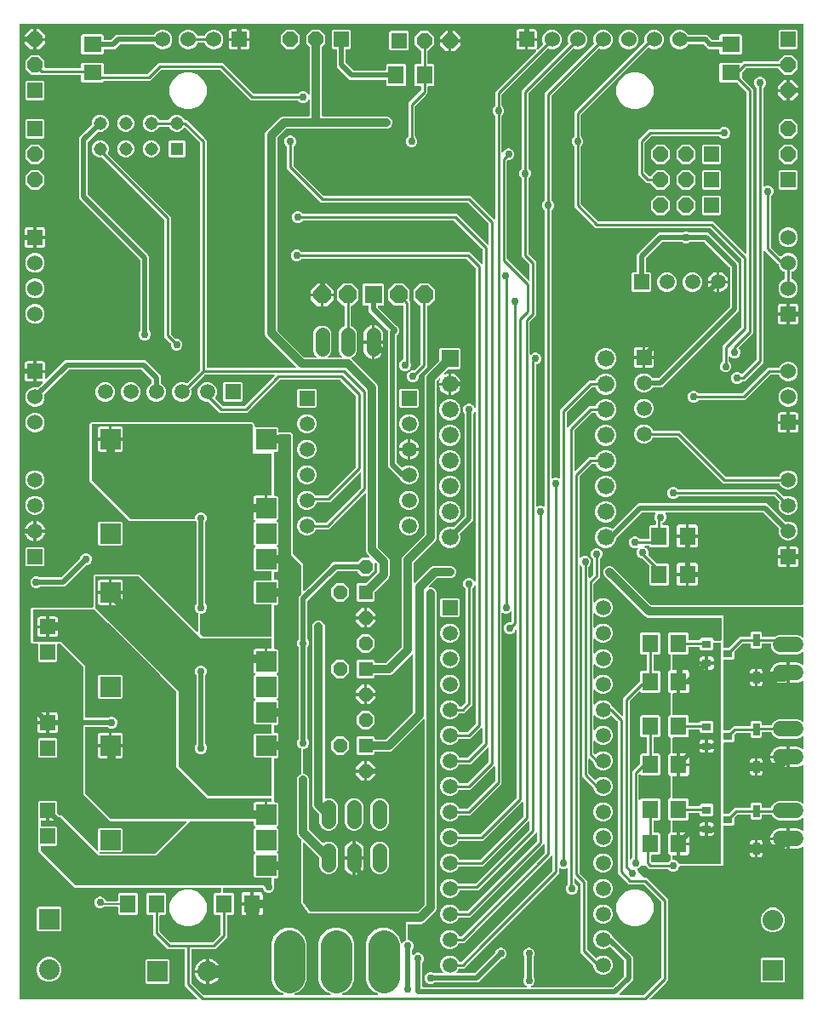
<source format=gbr>
G04 EAGLE Gerber RS-274X export*
G75*
%MOMM*%
%FSLAX34Y34*%
%LPD*%
%INTop Copper*%
%IPPOS*%
%AMOC8*
5,1,8,0,0,1.08239X$1,22.5*%
G01*
%ADD10R,1.508000X1.508000*%
%ADD11C,1.508000*%
%ADD12R,0.900000X0.800000*%
%ADD13R,1.600000X1.800000*%
%ADD14C,1.524000*%
%ADD15R,1.524000X1.524000*%
%ADD16P,1.649562X8X292.500000*%
%ADD17P,1.649562X8X22.500000*%
%ADD18P,1.649562X8X202.500000*%
%ADD19P,1.924489X8X112.500000*%
%ADD20R,1.778000X1.778000*%
%ADD21P,1.539592X8X112.500000*%
%ADD22R,1.422400X1.422400*%
%ADD23R,1.676400X1.676400*%
%ADD24C,1.676400*%
%ADD25R,2.000000X2.000000*%
%ADD26C,1.422400*%
%ADD27R,1.308000X1.308000*%
%ADD28C,1.308000*%
%ADD29R,1.800000X1.600000*%
%ADD30R,0.700000X1.200000*%
%ADD31C,1.524000*%
%ADD32R,2.032000X2.032000*%
%ADD33C,2.032000*%
%ADD34P,1.649562X8X112.500000*%
%ADD35C,3.098800*%
%ADD36C,0.508000*%
%ADD37C,0.756400*%
%ADD38C,0.152400*%
%ADD39C,0.812800*%
%ADD40C,0.254000*%
%ADD41C,1.270000*%

G36*
X186576Y10172D02*
X186576Y10172D01*
X186648Y10174D01*
X186697Y10192D01*
X186748Y10200D01*
X186811Y10234D01*
X186879Y10259D01*
X186919Y10291D01*
X186965Y10316D01*
X187015Y10367D01*
X187071Y10412D01*
X187099Y10456D01*
X187135Y10494D01*
X187165Y10559D01*
X187204Y10619D01*
X187216Y10670D01*
X187238Y10717D01*
X187246Y10788D01*
X187264Y10858D01*
X187260Y10910D01*
X187265Y10961D01*
X187250Y11032D01*
X187245Y11103D01*
X187224Y11151D01*
X187213Y11202D01*
X187176Y11263D01*
X187148Y11329D01*
X187104Y11385D01*
X187087Y11413D01*
X187069Y11428D01*
X187044Y11460D01*
X176647Y21856D01*
X174479Y24024D01*
X174479Y59418D01*
X174476Y59438D01*
X174478Y59457D01*
X174456Y59559D01*
X174440Y59661D01*
X174430Y59678D01*
X174426Y59698D01*
X174373Y59787D01*
X174324Y59878D01*
X174310Y59892D01*
X174300Y59909D01*
X174221Y59976D01*
X174146Y60048D01*
X174128Y60056D01*
X174113Y60069D01*
X174017Y60108D01*
X173923Y60151D01*
X173903Y60153D01*
X173885Y60161D01*
X173718Y60179D01*
X157374Y60179D01*
X142759Y74794D01*
X142759Y93598D01*
X142756Y93618D01*
X142758Y93637D01*
X142736Y93739D01*
X142720Y93841D01*
X142710Y93858D01*
X142706Y93878D01*
X142653Y93967D01*
X142604Y94058D01*
X142590Y94072D01*
X142580Y94089D01*
X142501Y94156D01*
X142426Y94228D01*
X142408Y94236D01*
X142393Y94249D01*
X142297Y94288D01*
X142203Y94331D01*
X142183Y94333D01*
X142165Y94341D01*
X141998Y94359D01*
X137231Y94359D01*
X136029Y95561D01*
X136029Y115259D01*
X137231Y116461D01*
X154929Y116461D01*
X156131Y115259D01*
X156131Y95561D01*
X154929Y94359D01*
X150162Y94359D01*
X150142Y94356D01*
X150123Y94358D01*
X150021Y94336D01*
X149919Y94320D01*
X149902Y94310D01*
X149882Y94306D01*
X149793Y94253D01*
X149702Y94204D01*
X149688Y94190D01*
X149671Y94180D01*
X149604Y94101D01*
X149532Y94026D01*
X149524Y94008D01*
X149511Y93993D01*
X149472Y93897D01*
X149429Y93803D01*
X149427Y93783D01*
X149419Y93765D01*
X149401Y93598D01*
X149401Y77861D01*
X149415Y77771D01*
X149423Y77680D01*
X149435Y77650D01*
X149440Y77618D01*
X149483Y77537D01*
X149519Y77454D01*
X149545Y77421D01*
X149556Y77401D01*
X149579Y77379D01*
X149624Y77323D01*
X159903Y67044D01*
X159976Y66991D01*
X160046Y66931D01*
X160076Y66919D01*
X160102Y66900D01*
X160189Y66873D01*
X160274Y66839D01*
X160315Y66835D01*
X160337Y66828D01*
X160370Y66829D01*
X160441Y66821D01*
X201509Y66821D01*
X201599Y66835D01*
X201690Y66843D01*
X201720Y66855D01*
X201752Y66860D01*
X201833Y66903D01*
X201916Y66939D01*
X201949Y66965D01*
X201969Y66976D01*
X201991Y66999D01*
X202047Y67044D01*
X209786Y74783D01*
X209839Y74856D01*
X209899Y74926D01*
X209911Y74956D01*
X209930Y74982D01*
X209957Y75069D01*
X209991Y75154D01*
X209995Y75195D01*
X210002Y75217D01*
X210001Y75250D01*
X210009Y75321D01*
X210009Y93598D01*
X210006Y93618D01*
X210008Y93637D01*
X209986Y93739D01*
X209970Y93841D01*
X209960Y93858D01*
X209956Y93878D01*
X209903Y93967D01*
X209854Y94058D01*
X209840Y94072D01*
X209830Y94089D01*
X209751Y94156D01*
X209676Y94228D01*
X209658Y94236D01*
X209643Y94249D01*
X209547Y94288D01*
X209453Y94331D01*
X209433Y94333D01*
X209415Y94341D01*
X209248Y94359D01*
X204481Y94359D01*
X203279Y95561D01*
X203279Y115259D01*
X204481Y116461D01*
X209786Y116461D01*
X209806Y116464D01*
X209825Y116462D01*
X209927Y116484D01*
X210029Y116500D01*
X210046Y116510D01*
X210066Y116514D01*
X210155Y116567D01*
X210246Y116616D01*
X210260Y116630D01*
X210277Y116640D01*
X210344Y116719D01*
X210416Y116794D01*
X210424Y116812D01*
X210437Y116827D01*
X210476Y116923D01*
X210519Y117017D01*
X210521Y117037D01*
X210529Y117055D01*
X210547Y117222D01*
X210547Y120886D01*
X210544Y120906D01*
X210546Y120925D01*
X210524Y121027D01*
X210508Y121129D01*
X210498Y121146D01*
X210494Y121166D01*
X210441Y121255D01*
X210392Y121346D01*
X210378Y121360D01*
X210368Y121377D01*
X210289Y121444D01*
X210214Y121516D01*
X210196Y121524D01*
X210181Y121537D01*
X210085Y121576D01*
X209991Y121619D01*
X209971Y121621D01*
X209953Y121629D01*
X209786Y121647D01*
X64875Y121647D01*
X28937Y157585D01*
X28937Y163427D01*
X28923Y163517D01*
X28915Y163608D01*
X28903Y163638D01*
X28898Y163670D01*
X28855Y163751D01*
X28819Y163835D01*
X28793Y163867D01*
X28782Y163887D01*
X28759Y163910D01*
X28714Y163966D01*
X28429Y164251D01*
X28429Y181189D01*
X28714Y181474D01*
X28767Y181548D01*
X28827Y181618D01*
X28839Y181648D01*
X28858Y181674D01*
X28885Y181761D01*
X28919Y181846D01*
X28923Y181887D01*
X28930Y181909D01*
X28929Y181941D01*
X28937Y182013D01*
X28937Y188827D01*
X28923Y188917D01*
X28915Y189008D01*
X28903Y189038D01*
X28898Y189070D01*
X28855Y189151D01*
X28819Y189235D01*
X28793Y189267D01*
X28782Y189287D01*
X28759Y189310D01*
X28714Y189366D01*
X28429Y189651D01*
X28429Y206589D01*
X29631Y207791D01*
X46569Y207791D01*
X47771Y206589D01*
X47771Y195257D01*
X47785Y195167D01*
X47793Y195076D01*
X47805Y195046D01*
X47810Y195014D01*
X47853Y194933D01*
X47889Y194850D01*
X47915Y194817D01*
X47926Y194797D01*
X47949Y194775D01*
X47994Y194719D01*
X49177Y193536D01*
X49251Y193483D01*
X49320Y193423D01*
X49350Y193411D01*
X49376Y193392D01*
X49463Y193365D01*
X49548Y193331D01*
X49589Y193327D01*
X49611Y193320D01*
X49644Y193321D01*
X49715Y193313D01*
X51965Y193313D01*
X86980Y158298D01*
X87038Y158256D01*
X87090Y158207D01*
X87137Y158185D01*
X87179Y158155D01*
X87248Y158133D01*
X87313Y158103D01*
X87365Y158097D01*
X87415Y158082D01*
X87486Y158084D01*
X87557Y158076D01*
X87608Y158087D01*
X87660Y158089D01*
X87728Y158113D01*
X87798Y158128D01*
X87843Y158155D01*
X87891Y158173D01*
X87947Y158218D01*
X88009Y158255D01*
X88043Y158294D01*
X88083Y158327D01*
X88122Y158387D01*
X88169Y158441D01*
X88188Y158490D01*
X88216Y158534D01*
X88234Y158603D01*
X88261Y158670D01*
X88269Y158741D01*
X88277Y158772D01*
X88275Y158795D01*
X88279Y158836D01*
X88279Y179759D01*
X89481Y180961D01*
X111179Y180961D01*
X112381Y179759D01*
X112381Y158061D01*
X111179Y156859D01*
X90256Y156859D01*
X90185Y156848D01*
X90114Y156846D01*
X90065Y156828D01*
X90014Y156820D01*
X89950Y156786D01*
X89883Y156761D01*
X89842Y156729D01*
X89796Y156704D01*
X89747Y156653D01*
X89691Y156608D01*
X89663Y156564D01*
X89627Y156526D01*
X89597Y156461D01*
X89558Y156401D01*
X89545Y156350D01*
X89523Y156303D01*
X89515Y156232D01*
X89498Y156162D01*
X89502Y156110D01*
X89496Y156059D01*
X89511Y155988D01*
X89517Y155917D01*
X89537Y155869D01*
X89548Y155818D01*
X89585Y155757D01*
X89613Y155691D01*
X89658Y155635D01*
X89675Y155607D01*
X89692Y155592D01*
X89718Y155560D01*
X89842Y155436D01*
X89916Y155382D01*
X89986Y155323D01*
X90016Y155311D01*
X90042Y155292D01*
X90129Y155265D01*
X90214Y155231D01*
X90255Y155227D01*
X90277Y155220D01*
X90309Y155221D01*
X90380Y155213D01*
X144570Y155213D01*
X144660Y155227D01*
X144751Y155235D01*
X144780Y155247D01*
X144812Y155252D01*
X144893Y155295D01*
X144977Y155331D01*
X145009Y155357D01*
X145030Y155368D01*
X145052Y155391D01*
X145108Y155436D01*
X176060Y186388D01*
X176102Y186446D01*
X176151Y186498D01*
X176173Y186545D01*
X176203Y186587D01*
X176225Y186656D01*
X176255Y186721D01*
X176261Y186773D01*
X176276Y186823D01*
X176274Y186894D01*
X176282Y186965D01*
X176271Y187016D01*
X176269Y187068D01*
X176245Y187136D01*
X176230Y187206D01*
X176203Y187251D01*
X176185Y187299D01*
X176140Y187355D01*
X176103Y187417D01*
X176064Y187451D01*
X176031Y187491D01*
X175971Y187530D01*
X175917Y187577D01*
X175868Y187596D01*
X175824Y187624D01*
X175755Y187642D01*
X175688Y187669D01*
X175617Y187677D01*
X175586Y187685D01*
X175563Y187683D01*
X175522Y187687D01*
X100435Y187687D01*
X73387Y214735D01*
X73387Y341420D01*
X73373Y341510D01*
X73365Y341601D01*
X73353Y341630D01*
X73348Y341662D01*
X73305Y341743D01*
X73269Y341827D01*
X73243Y341859D01*
X73232Y341880D01*
X73209Y341902D01*
X73164Y341958D01*
X51128Y363994D01*
X51054Y364047D01*
X50984Y364107D01*
X50954Y364119D01*
X50928Y364138D01*
X50841Y364165D01*
X50756Y364199D01*
X50715Y364203D01*
X50693Y364210D01*
X50661Y364209D01*
X50590Y364217D01*
X48532Y364217D01*
X48512Y364214D01*
X48493Y364216D01*
X48391Y364194D01*
X48289Y364178D01*
X48272Y364168D01*
X48252Y364164D01*
X48163Y364111D01*
X48072Y364062D01*
X48058Y364048D01*
X48041Y364038D01*
X47974Y363959D01*
X47902Y363884D01*
X47894Y363866D01*
X47881Y363851D01*
X47842Y363755D01*
X47799Y363661D01*
X47797Y363641D01*
X47789Y363623D01*
X47771Y363456D01*
X47771Y347131D01*
X46569Y345929D01*
X29631Y345929D01*
X28429Y347131D01*
X28429Y363456D01*
X28426Y363476D01*
X28428Y363495D01*
X28406Y363597D01*
X28390Y363699D01*
X28380Y363716D01*
X28376Y363736D01*
X28323Y363825D01*
X28274Y363916D01*
X28260Y363930D01*
X28250Y363947D01*
X28171Y364014D01*
X28096Y364086D01*
X28078Y364094D01*
X28063Y364107D01*
X27967Y364146D01*
X27873Y364189D01*
X27853Y364191D01*
X27835Y364199D01*
X27668Y364217D01*
X22965Y364217D01*
X21317Y365865D01*
X21317Y398675D01*
X22965Y400323D01*
X82786Y400323D01*
X82806Y400326D01*
X82825Y400324D01*
X82927Y400346D01*
X83029Y400362D01*
X83046Y400372D01*
X83066Y400376D01*
X83155Y400429D01*
X83246Y400478D01*
X83260Y400492D01*
X83277Y400502D01*
X83344Y400581D01*
X83416Y400656D01*
X83424Y400674D01*
X83437Y400689D01*
X83476Y400785D01*
X83519Y400879D01*
X83521Y400899D01*
X83529Y400917D01*
X83547Y401084D01*
X83547Y431695D01*
X85195Y433343D01*
X129435Y433343D01*
X131306Y431472D01*
X186388Y376390D01*
X186446Y376348D01*
X186498Y376299D01*
X186545Y376277D01*
X186587Y376247D01*
X186656Y376225D01*
X186721Y376195D01*
X186773Y376189D01*
X186823Y376174D01*
X186894Y376176D01*
X186965Y376168D01*
X187016Y376179D01*
X187068Y376181D01*
X187136Y376205D01*
X187206Y376220D01*
X187251Y376247D01*
X187299Y376265D01*
X187355Y376310D01*
X187417Y376347D01*
X187451Y376386D01*
X187491Y376419D01*
X187530Y376479D01*
X187577Y376533D01*
X187596Y376582D01*
X187624Y376626D01*
X187642Y376695D01*
X187669Y376762D01*
X187677Y376833D01*
X187685Y376864D01*
X187683Y376887D01*
X187687Y376928D01*
X187687Y394393D01*
X187668Y394508D01*
X187651Y394624D01*
X187649Y394630D01*
X187648Y394636D01*
X187593Y394738D01*
X187540Y394843D01*
X187535Y394848D01*
X187532Y394853D01*
X187448Y394934D01*
X187364Y395016D01*
X187358Y395019D01*
X187354Y395023D01*
X187337Y395031D01*
X187217Y395096D01*
X187196Y395105D01*
X185555Y396746D01*
X184667Y398890D01*
X184667Y401210D01*
X185555Y403354D01*
X185686Y403485D01*
X185739Y403559D01*
X185799Y403628D01*
X185811Y403659D01*
X185830Y403685D01*
X185857Y403772D01*
X185891Y403857D01*
X185895Y403898D01*
X185902Y403920D01*
X185901Y403952D01*
X185909Y404023D01*
X185909Y484977D01*
X185895Y485067D01*
X185887Y485158D01*
X185875Y485188D01*
X185870Y485219D01*
X185827Y485300D01*
X185791Y485384D01*
X185765Y485416D01*
X185754Y485437D01*
X185731Y485459D01*
X185686Y485515D01*
X185555Y485646D01*
X185546Y485667D01*
X185485Y485767D01*
X185425Y485867D01*
X185420Y485871D01*
X185417Y485876D01*
X185327Y485951D01*
X185238Y486027D01*
X185232Y486029D01*
X185227Y486033D01*
X185118Y486075D01*
X185010Y486119D01*
X185002Y486120D01*
X184998Y486121D01*
X184979Y486122D01*
X184843Y486137D01*
X119485Y486137D01*
X79737Y525885D01*
X79737Y582825D01*
X81385Y584473D01*
X242465Y584473D01*
X244113Y582825D01*
X244113Y580502D01*
X244116Y580482D01*
X244114Y580463D01*
X244136Y580361D01*
X244152Y580259D01*
X244162Y580242D01*
X244166Y580222D01*
X244219Y580133D01*
X244268Y580042D01*
X244282Y580028D01*
X244292Y580011D01*
X244371Y579944D01*
X244446Y579872D01*
X244464Y579864D01*
X244479Y579851D01*
X244575Y579812D01*
X244669Y579769D01*
X244689Y579767D01*
X244707Y579759D01*
X244874Y579741D01*
X266119Y579741D01*
X267321Y578539D01*
X267321Y575074D01*
X267324Y575054D01*
X267322Y575035D01*
X267344Y574933D01*
X267360Y574831D01*
X267370Y574814D01*
X267374Y574794D01*
X267427Y574705D01*
X267476Y574614D01*
X267490Y574600D01*
X267500Y574583D01*
X267579Y574516D01*
X267654Y574444D01*
X267672Y574436D01*
X267687Y574423D01*
X267783Y574384D01*
X267877Y574341D01*
X267897Y574339D01*
X267915Y574331D01*
X268082Y574313D01*
X280565Y574313D01*
X282213Y572665D01*
X282213Y453600D01*
X282227Y453510D01*
X282235Y453419D01*
X282247Y453390D01*
X282252Y453358D01*
X282295Y453277D01*
X282331Y453193D01*
X282357Y453161D01*
X282368Y453140D01*
X282391Y453118D01*
X282436Y453062D01*
X292373Y443125D01*
X292373Y417543D01*
X292384Y417472D01*
X292386Y417400D01*
X292404Y417351D01*
X292412Y417300D01*
X292446Y417237D01*
X292471Y417169D01*
X292503Y417129D01*
X292528Y417083D01*
X292579Y417033D01*
X292624Y416977D01*
X292668Y416949D01*
X292706Y416913D01*
X292771Y416883D01*
X292831Y416844D01*
X292882Y416832D01*
X292929Y416810D01*
X293000Y416802D01*
X293070Y416784D01*
X293122Y416788D01*
X293173Y416783D01*
X293244Y416798D01*
X293315Y416803D01*
X293363Y416824D01*
X293414Y416835D01*
X293475Y416872D01*
X293541Y416900D01*
X293597Y416944D01*
X293625Y416961D01*
X293640Y416979D01*
X293672Y417005D01*
X319036Y442369D01*
X321948Y445281D01*
X345647Y445281D01*
X345737Y445295D01*
X345828Y445303D01*
X345858Y445315D01*
X345890Y445320D01*
X345971Y445363D01*
X346055Y445399D01*
X346087Y445425D01*
X346107Y445436D01*
X346130Y445459D01*
X346186Y445504D01*
X350535Y449853D01*
X357542Y449853D01*
X357613Y449864D01*
X357684Y449866D01*
X357733Y449884D01*
X357785Y449892D01*
X357848Y449926D01*
X357915Y449951D01*
X357956Y449983D01*
X358002Y450008D01*
X358051Y450060D01*
X358107Y450104D01*
X358136Y450148D01*
X358171Y450186D01*
X358202Y450251D01*
X358240Y450311D01*
X358253Y450362D01*
X358275Y450409D01*
X358283Y450480D01*
X358300Y450550D01*
X358296Y450602D01*
X358302Y450653D01*
X358287Y450724D01*
X358281Y450795D01*
X358261Y450843D01*
X358250Y450894D01*
X358213Y450955D01*
X358185Y451021D01*
X358140Y451077D01*
X358124Y451105D01*
X358106Y451120D01*
X358080Y451152D01*
X357323Y451909D01*
X355496Y453736D01*
X354565Y455984D01*
X354565Y513131D01*
X354554Y513202D01*
X354552Y513274D01*
X354534Y513323D01*
X354526Y513374D01*
X354492Y513437D01*
X354467Y513505D01*
X354435Y513545D01*
X354410Y513591D01*
X354358Y513641D01*
X354314Y513697D01*
X354270Y513725D01*
X354232Y513761D01*
X354167Y513791D01*
X354107Y513830D01*
X354056Y513842D01*
X354009Y513864D01*
X353938Y513872D01*
X353868Y513890D01*
X353816Y513886D01*
X353765Y513891D01*
X353694Y513876D01*
X353623Y513871D01*
X353575Y513850D01*
X353524Y513839D01*
X353463Y513802D01*
X353397Y513774D01*
X353341Y513730D01*
X353313Y513713D01*
X353298Y513695D01*
X353266Y513670D01*
X319774Y480177D01*
X317606Y478009D01*
X305424Y478009D01*
X305309Y477990D01*
X305193Y477973D01*
X305188Y477971D01*
X305181Y477970D01*
X305079Y477915D01*
X304974Y477862D01*
X304969Y477857D01*
X304964Y477854D01*
X304884Y477770D01*
X304802Y477686D01*
X304798Y477680D01*
X304795Y477676D01*
X304787Y477659D01*
X304721Y477539D01*
X304041Y475897D01*
X301343Y473199D01*
X297818Y471739D01*
X294002Y471739D01*
X290477Y473199D01*
X287779Y475897D01*
X286319Y479422D01*
X286319Y483238D01*
X287779Y486763D01*
X290477Y489461D01*
X294002Y490921D01*
X297818Y490921D01*
X301343Y489461D01*
X304041Y486763D01*
X304721Y485121D01*
X304782Y485021D01*
X304842Y484921D01*
X304847Y484917D01*
X304850Y484912D01*
X304940Y484837D01*
X305029Y484761D01*
X305035Y484759D01*
X305040Y484755D01*
X305148Y484713D01*
X305257Y484669D01*
X305265Y484668D01*
X305269Y484667D01*
X305288Y484666D01*
X305424Y484651D01*
X314539Y484651D01*
X314629Y484665D01*
X314720Y484673D01*
X314750Y484685D01*
X314782Y484690D01*
X314863Y484733D01*
X314946Y484769D01*
X314979Y484795D01*
X314999Y484806D01*
X315021Y484829D01*
X315077Y484874D01*
X349516Y519313D01*
X349569Y519386D01*
X349629Y519456D01*
X349641Y519486D01*
X349660Y519512D01*
X349687Y519599D01*
X349721Y519684D01*
X349725Y519725D01*
X349732Y519747D01*
X349731Y519780D01*
X349739Y519851D01*
X349739Y533705D01*
X349728Y533776D01*
X349726Y533848D01*
X349708Y533897D01*
X349700Y533948D01*
X349666Y534011D01*
X349641Y534079D01*
X349609Y534119D01*
X349584Y534165D01*
X349532Y534215D01*
X349488Y534271D01*
X349444Y534299D01*
X349406Y534335D01*
X349341Y534365D01*
X349281Y534404D01*
X349230Y534416D01*
X349183Y534438D01*
X349112Y534446D01*
X349042Y534464D01*
X348990Y534460D01*
X348939Y534465D01*
X348868Y534450D01*
X348797Y534445D01*
X348749Y534424D01*
X348698Y534413D01*
X348637Y534376D01*
X348571Y534348D01*
X348515Y534304D01*
X348487Y534287D01*
X348472Y534269D01*
X348440Y534244D01*
X318876Y504679D01*
X305950Y504679D01*
X305835Y504660D01*
X305719Y504643D01*
X305714Y504641D01*
X305707Y504640D01*
X305605Y504585D01*
X305500Y504532D01*
X305496Y504527D01*
X305490Y504524D01*
X305410Y504440D01*
X305328Y504356D01*
X305324Y504350D01*
X305321Y504346D01*
X305313Y504329D01*
X305247Y504209D01*
X304041Y501297D01*
X301343Y498599D01*
X297818Y497139D01*
X294002Y497139D01*
X290477Y498599D01*
X287779Y501297D01*
X286319Y504822D01*
X286319Y508638D01*
X287779Y512163D01*
X290477Y514861D01*
X294002Y516321D01*
X297818Y516321D01*
X301343Y514861D01*
X304041Y512163D01*
X304195Y511791D01*
X304256Y511692D01*
X304316Y511591D01*
X304321Y511587D01*
X304324Y511582D01*
X304414Y511508D01*
X304503Y511431D01*
X304509Y511429D01*
X304514Y511425D01*
X304622Y511383D01*
X304731Y511339D01*
X304739Y511338D01*
X304743Y511337D01*
X304762Y511336D01*
X304898Y511321D01*
X315809Y511321D01*
X315899Y511335D01*
X315990Y511343D01*
X316020Y511355D01*
X316052Y511360D01*
X316133Y511403D01*
X316216Y511439D01*
X316249Y511465D01*
X316269Y511476D01*
X316291Y511499D01*
X316347Y511544D01*
X344436Y539633D01*
X344489Y539706D01*
X344549Y539776D01*
X344561Y539806D01*
X344580Y539832D01*
X344607Y539919D01*
X344641Y540004D01*
X344645Y540045D01*
X344652Y540067D01*
X344651Y540100D01*
X344659Y540171D01*
X344659Y610449D01*
X344645Y610539D01*
X344637Y610630D01*
X344625Y610660D01*
X344620Y610692D01*
X344577Y610773D01*
X344541Y610856D01*
X344515Y610889D01*
X344504Y610909D01*
X344481Y610931D01*
X344436Y610987D01*
X329127Y626296D01*
X329054Y626349D01*
X328984Y626409D01*
X328954Y626421D01*
X328928Y626440D01*
X328841Y626467D01*
X328756Y626501D01*
X328715Y626505D01*
X328693Y626512D01*
X328660Y626511D01*
X328589Y626519D01*
X269581Y626519D01*
X269491Y626505D01*
X269400Y626497D01*
X269370Y626485D01*
X269338Y626480D01*
X269257Y626437D01*
X269174Y626401D01*
X269141Y626375D01*
X269121Y626364D01*
X269099Y626341D01*
X269043Y626296D01*
X236326Y593579D01*
X209444Y593579D01*
X198157Y604866D01*
X198084Y604919D01*
X198014Y604979D01*
X197984Y604991D01*
X197958Y605010D01*
X197871Y605037D01*
X197786Y605071D01*
X197745Y605075D01*
X197723Y605082D01*
X197690Y605081D01*
X197619Y605089D01*
X194942Y605089D01*
X191417Y606549D01*
X188719Y609247D01*
X187259Y612772D01*
X187259Y616588D01*
X188719Y620113D01*
X191417Y622811D01*
X194942Y624271D01*
X198758Y624271D01*
X202283Y622811D01*
X204981Y620113D01*
X206441Y616588D01*
X206441Y612772D01*
X204981Y609247D01*
X204613Y608880D01*
X204601Y608864D01*
X204586Y608851D01*
X204530Y608764D01*
X204470Y608680D01*
X204464Y608661D01*
X204453Y608644D01*
X204428Y608544D01*
X204397Y608445D01*
X204398Y608425D01*
X204393Y608406D01*
X204401Y608303D01*
X204404Y608199D01*
X204410Y608180D01*
X204412Y608160D01*
X204452Y608066D01*
X204488Y607968D01*
X204500Y607952D01*
X204508Y607934D01*
X204613Y607803D01*
X211973Y600444D01*
X212046Y600391D01*
X212116Y600331D01*
X212146Y600319D01*
X212172Y600300D01*
X212259Y600273D01*
X212344Y600239D01*
X212385Y600235D01*
X212407Y600228D01*
X212440Y600229D01*
X212511Y600221D01*
X233259Y600221D01*
X233349Y600235D01*
X233440Y600243D01*
X233470Y600255D01*
X233502Y600260D01*
X233583Y600303D01*
X233666Y600339D01*
X233699Y600365D01*
X233719Y600376D01*
X233741Y600399D01*
X233797Y600444D01*
X263734Y630380D01*
X263775Y630438D01*
X263825Y630490D01*
X263847Y630537D01*
X263877Y630579D01*
X263898Y630648D01*
X263928Y630713D01*
X263934Y630765D01*
X263949Y630815D01*
X263948Y630886D01*
X263955Y630957D01*
X263944Y631008D01*
X263943Y631060D01*
X263918Y631128D01*
X263903Y631198D01*
X263876Y631243D01*
X263859Y631291D01*
X263814Y631347D01*
X263777Y631409D01*
X263737Y631443D01*
X263705Y631483D01*
X263645Y631522D01*
X263590Y631569D01*
X263542Y631588D01*
X263498Y631616D01*
X263429Y631634D01*
X263362Y631661D01*
X263291Y631669D01*
X263259Y631677D01*
X263236Y631675D01*
X263195Y631679D01*
X194731Y631679D01*
X194641Y631665D01*
X194550Y631657D01*
X194520Y631645D01*
X194488Y631640D01*
X194407Y631597D01*
X194323Y631561D01*
X194291Y631535D01*
X194271Y631524D01*
X194248Y631501D01*
X194193Y631456D01*
X180898Y618161D01*
X180853Y618100D01*
X180822Y618066D01*
X180809Y618039D01*
X180760Y617973D01*
X180758Y617967D01*
X180754Y617962D01*
X180720Y617850D01*
X180683Y617739D01*
X180683Y617732D01*
X180682Y617727D01*
X180685Y617610D01*
X180686Y617493D01*
X180688Y617486D01*
X180688Y617481D01*
X180694Y617463D01*
X180733Y617332D01*
X181041Y616588D01*
X181041Y612772D01*
X179581Y609247D01*
X176883Y606549D01*
X173358Y605089D01*
X169542Y605089D01*
X166017Y606549D01*
X163319Y609247D01*
X161859Y612772D01*
X161859Y616588D01*
X163319Y620113D01*
X166017Y622811D01*
X169542Y624271D01*
X173358Y624271D01*
X175898Y623219D01*
X176011Y623192D01*
X176125Y623163D01*
X176131Y623164D01*
X176137Y623162D01*
X176254Y623173D01*
X176370Y623182D01*
X176376Y623185D01*
X176382Y623186D01*
X176490Y623233D01*
X176596Y623279D01*
X176602Y623283D01*
X176607Y623286D01*
X176621Y623298D01*
X176727Y623384D01*
X189496Y636153D01*
X189541Y636215D01*
X189566Y636241D01*
X189571Y636252D01*
X189609Y636296D01*
X189621Y636326D01*
X189640Y636352D01*
X189667Y636439D01*
X189701Y636524D01*
X189705Y636565D01*
X189712Y636587D01*
X189711Y636620D01*
X189719Y636691D01*
X189719Y861909D01*
X189705Y861999D01*
X189697Y862090D01*
X189685Y862120D01*
X189680Y862152D01*
X189637Y862233D01*
X189601Y862317D01*
X189575Y862349D01*
X189564Y862369D01*
X189541Y862392D01*
X189496Y862447D01*
X174907Y877037D01*
X174891Y877048D01*
X174879Y877064D01*
X174791Y877120D01*
X174707Y877180D01*
X174689Y877186D01*
X174672Y877197D01*
X174571Y877222D01*
X174472Y877252D01*
X174452Y877252D01*
X174433Y877257D01*
X174330Y877249D01*
X174227Y877246D01*
X174208Y877239D01*
X174188Y877238D01*
X174093Y877197D01*
X173996Y877162D01*
X173980Y877149D01*
X173962Y877141D01*
X173831Y877037D01*
X171386Y874592D01*
X168229Y873284D01*
X164811Y873284D01*
X161654Y874592D01*
X159237Y877009D01*
X158792Y878084D01*
X158730Y878184D01*
X158670Y878284D01*
X158665Y878288D01*
X158662Y878293D01*
X158572Y878368D01*
X158483Y878444D01*
X158477Y878446D01*
X158473Y878450D01*
X158364Y878492D01*
X158255Y878536D01*
X158247Y878537D01*
X158243Y878538D01*
X158225Y878539D01*
X158088Y878554D01*
X149552Y878554D01*
X149437Y878535D01*
X149321Y878518D01*
X149315Y878516D01*
X149309Y878515D01*
X149206Y878460D01*
X149102Y878407D01*
X149097Y878402D01*
X149092Y878399D01*
X149012Y878315D01*
X148929Y878231D01*
X148926Y878225D01*
X148922Y878221D01*
X148914Y878204D01*
X148848Y878084D01*
X148403Y877009D01*
X145986Y874592D01*
X142829Y873284D01*
X139411Y873284D01*
X136254Y874592D01*
X133837Y877009D01*
X132529Y880166D01*
X132529Y883584D01*
X133837Y886741D01*
X136254Y889158D01*
X139411Y890466D01*
X142829Y890466D01*
X145986Y889158D01*
X148403Y886741D01*
X148848Y885666D01*
X148910Y885566D01*
X148970Y885466D01*
X148975Y885462D01*
X148978Y885457D01*
X149068Y885382D01*
X149157Y885306D01*
X149163Y885304D01*
X149167Y885300D01*
X149276Y885258D01*
X149385Y885214D01*
X149393Y885213D01*
X149397Y885212D01*
X149415Y885211D01*
X149552Y885196D01*
X158088Y885196D01*
X158203Y885215D01*
X158319Y885232D01*
X158325Y885234D01*
X158331Y885235D01*
X158434Y885290D01*
X158538Y885343D01*
X158543Y885348D01*
X158548Y885351D01*
X158628Y885435D01*
X158711Y885519D01*
X158714Y885525D01*
X158718Y885529D01*
X158726Y885546D01*
X158792Y885666D01*
X159237Y886741D01*
X161654Y889158D01*
X164811Y890466D01*
X168229Y890466D01*
X171386Y889158D01*
X173803Y886741D01*
X174248Y885666D01*
X174310Y885566D01*
X174370Y885466D01*
X174375Y885462D01*
X174378Y885457D01*
X174468Y885382D01*
X174557Y885306D01*
X174563Y885304D01*
X174567Y885300D01*
X174676Y885258D01*
X174785Y885214D01*
X174793Y885213D01*
X174797Y885212D01*
X174815Y885211D01*
X174952Y885196D01*
X176141Y885196D01*
X178309Y883028D01*
X194193Y867144D01*
X196361Y864976D01*
X196361Y639082D01*
X196364Y639062D01*
X196362Y639043D01*
X196384Y638941D01*
X196400Y638839D01*
X196410Y638822D01*
X196414Y638802D01*
X196467Y638713D01*
X196516Y638622D01*
X196530Y638608D01*
X196540Y638591D01*
X196619Y638524D01*
X196694Y638452D01*
X196712Y638444D01*
X196727Y638431D01*
X196823Y638392D01*
X196917Y638349D01*
X196937Y638347D01*
X196955Y638339D01*
X197122Y638321D01*
X284644Y638321D01*
X284715Y638332D01*
X284786Y638334D01*
X284835Y638352D01*
X284887Y638360D01*
X284950Y638394D01*
X285017Y638419D01*
X285058Y638451D01*
X285104Y638476D01*
X285153Y638528D01*
X285209Y638572D01*
X285238Y638616D01*
X285273Y638654D01*
X285304Y638719D01*
X285342Y638779D01*
X285355Y638830D01*
X285377Y638877D01*
X285385Y638948D01*
X285402Y639018D01*
X285398Y639070D01*
X285404Y639121D01*
X285389Y639192D01*
X285383Y639263D01*
X285363Y639311D01*
X285352Y639362D01*
X285315Y639423D01*
X285287Y639489D01*
X285242Y639545D01*
X285226Y639573D01*
X285208Y639588D01*
X285182Y639620D01*
X256993Y667809D01*
X255166Y669636D01*
X254235Y671884D01*
X254235Y871166D01*
X255166Y873414D01*
X267759Y886007D01*
X269586Y887834D01*
X271834Y888765D01*
X297924Y888765D01*
X297944Y888768D01*
X297963Y888766D01*
X298065Y888788D01*
X298167Y888804D01*
X298184Y888814D01*
X298204Y888818D01*
X298293Y888871D01*
X298384Y888920D01*
X298398Y888934D01*
X298415Y888944D01*
X298482Y889023D01*
X298554Y889098D01*
X298562Y889116D01*
X298575Y889131D01*
X298613Y889227D01*
X298657Y889321D01*
X298659Y889341D01*
X298667Y889359D01*
X298685Y889526D01*
X298685Y904880D01*
X298670Y904976D01*
X298660Y905073D01*
X298650Y905097D01*
X298646Y905122D01*
X298600Y905208D01*
X298560Y905297D01*
X298543Y905317D01*
X298530Y905340D01*
X298460Y905407D01*
X298394Y905478D01*
X298371Y905491D01*
X298352Y905509D01*
X298264Y905550D01*
X298178Y905597D01*
X298153Y905602D01*
X298129Y905613D01*
X298032Y905623D01*
X297936Y905641D01*
X297910Y905637D01*
X297885Y905640D01*
X297790Y905619D01*
X297693Y905605D01*
X297670Y905593D01*
X297644Y905588D01*
X297561Y905538D01*
X297474Y905493D01*
X297455Y905475D01*
X297433Y905461D01*
X297370Y905387D01*
X297302Y905318D01*
X297286Y905289D01*
X297273Y905274D01*
X297261Y905244D01*
X297221Y905171D01*
X297045Y904746D01*
X295404Y903105D01*
X293260Y902217D01*
X290940Y902217D01*
X288796Y903105D01*
X287395Y904506D01*
X287321Y904559D01*
X287252Y904619D01*
X287221Y904631D01*
X287195Y904650D01*
X287108Y904677D01*
X287023Y904711D01*
X286982Y904715D01*
X286960Y904722D01*
X286928Y904721D01*
X286857Y904729D01*
X239924Y904729D01*
X209667Y934986D01*
X209594Y935039D01*
X209524Y935099D01*
X209494Y935111D01*
X209468Y935130D01*
X209381Y935157D01*
X209296Y935191D01*
X209255Y935195D01*
X209233Y935202D01*
X209200Y935201D01*
X209129Y935209D01*
X151551Y935209D01*
X151461Y935195D01*
X151370Y935187D01*
X151340Y935175D01*
X151308Y935170D01*
X151227Y935127D01*
X151144Y935091D01*
X151111Y935065D01*
X151091Y935054D01*
X151069Y935031D01*
X151013Y934986D01*
X139806Y923779D01*
X94362Y923779D01*
X94342Y923776D01*
X94323Y923778D01*
X94221Y923756D01*
X94119Y923740D01*
X94102Y923730D01*
X94082Y923726D01*
X93993Y923673D01*
X93902Y923624D01*
X93888Y923610D01*
X93871Y923600D01*
X93804Y923521D01*
X93732Y923446D01*
X93724Y923428D01*
X93711Y923413D01*
X93710Y923410D01*
X92399Y922099D01*
X72701Y922099D01*
X71499Y923301D01*
X71499Y929368D01*
X71496Y929388D01*
X71498Y929407D01*
X71476Y929509D01*
X71460Y929611D01*
X71450Y929628D01*
X71446Y929648D01*
X71393Y929737D01*
X71344Y929828D01*
X71330Y929842D01*
X71320Y929859D01*
X71241Y929926D01*
X71166Y929998D01*
X71148Y930006D01*
X71133Y930019D01*
X71037Y930058D01*
X70943Y930101D01*
X70923Y930103D01*
X70905Y930111D01*
X70738Y930129D01*
X30358Y930129D01*
X30313Y930159D01*
X30229Y930219D01*
X30210Y930225D01*
X30193Y930236D01*
X30092Y930261D01*
X29994Y930291D01*
X29974Y930291D01*
X29954Y930296D01*
X29851Y930288D01*
X29748Y930285D01*
X29729Y930278D01*
X29709Y930276D01*
X29614Y930236D01*
X29517Y930200D01*
X29501Y930188D01*
X29483Y930180D01*
X29419Y930129D01*
X21394Y930129D01*
X15729Y935794D01*
X15729Y943806D01*
X21394Y949471D01*
X29406Y949471D01*
X35071Y943806D01*
X35071Y937532D01*
X35074Y937512D01*
X35072Y937493D01*
X35094Y937391D01*
X35110Y937289D01*
X35120Y937272D01*
X35124Y937252D01*
X35177Y937163D01*
X35226Y937072D01*
X35240Y937058D01*
X35250Y937041D01*
X35329Y936974D01*
X35404Y936902D01*
X35422Y936894D01*
X35437Y936881D01*
X35533Y936842D01*
X35627Y936799D01*
X35647Y936797D01*
X35665Y936789D01*
X35832Y936771D01*
X70738Y936771D01*
X70758Y936774D01*
X70777Y936772D01*
X70879Y936794D01*
X70981Y936810D01*
X70998Y936820D01*
X71018Y936824D01*
X71107Y936877D01*
X71198Y936926D01*
X71212Y936940D01*
X71229Y936950D01*
X71296Y937029D01*
X71368Y937104D01*
X71376Y937122D01*
X71389Y937137D01*
X71428Y937233D01*
X71471Y937327D01*
X71473Y937347D01*
X71481Y937365D01*
X71499Y937532D01*
X71499Y940999D01*
X72701Y942201D01*
X92399Y942201D01*
X93601Y940999D01*
X93601Y931182D01*
X93604Y931162D01*
X93602Y931143D01*
X93624Y931041D01*
X93640Y930939D01*
X93650Y930922D01*
X93654Y930902D01*
X93707Y930813D01*
X93756Y930722D01*
X93770Y930708D01*
X93780Y930691D01*
X93859Y930624D01*
X93934Y930552D01*
X93952Y930544D01*
X93967Y930531D01*
X94063Y930492D01*
X94157Y930449D01*
X94177Y930447D01*
X94195Y930439D01*
X94362Y930421D01*
X136739Y930421D01*
X136829Y930435D01*
X136920Y930443D01*
X136950Y930455D01*
X136982Y930460D01*
X137063Y930503D01*
X137146Y930539D01*
X137179Y930565D01*
X137199Y930576D01*
X137221Y930599D01*
X137277Y930644D01*
X148484Y941851D01*
X212196Y941851D01*
X242453Y911594D01*
X242526Y911541D01*
X242596Y911481D01*
X242626Y911469D01*
X242652Y911450D01*
X242739Y911423D01*
X242824Y911389D01*
X242865Y911385D01*
X242887Y911378D01*
X242920Y911379D01*
X242991Y911371D01*
X286857Y911371D01*
X286947Y911385D01*
X287038Y911393D01*
X287067Y911405D01*
X287099Y911410D01*
X287180Y911453D01*
X287264Y911489D01*
X287296Y911515D01*
X287317Y911526D01*
X287339Y911549D01*
X287395Y911594D01*
X288796Y912995D01*
X290940Y913883D01*
X293260Y913883D01*
X295404Y912995D01*
X297045Y911354D01*
X297221Y910929D01*
X297272Y910846D01*
X297318Y910760D01*
X297337Y910742D01*
X297350Y910720D01*
X297425Y910658D01*
X297496Y910591D01*
X297520Y910580D01*
X297540Y910563D01*
X297631Y910528D01*
X297719Y910487D01*
X297745Y910484D01*
X297769Y910475D01*
X297867Y910471D01*
X297963Y910460D01*
X297989Y910466D01*
X298015Y910465D01*
X298109Y910492D01*
X298204Y910512D01*
X298226Y910526D01*
X298251Y910533D01*
X298331Y910589D01*
X298415Y910639D01*
X298432Y910659D01*
X298453Y910673D01*
X298511Y910751D01*
X298575Y910826D01*
X298585Y910850D01*
X298600Y910871D01*
X298630Y910963D01*
X298667Y911054D01*
X298670Y911086D01*
X298676Y911105D01*
X298676Y911138D01*
X298685Y911220D01*
X298685Y957323D01*
X298671Y957413D01*
X298663Y957504D01*
X298651Y957534D01*
X298646Y957566D01*
X298603Y957646D01*
X298567Y957730D01*
X298541Y957762D01*
X298530Y957783D01*
X298507Y957805D01*
X298462Y957861D01*
X295129Y961194D01*
X295129Y969206D01*
X300794Y974871D01*
X308806Y974871D01*
X314471Y969206D01*
X314471Y961194D01*
X311138Y957861D01*
X311085Y957787D01*
X311025Y957718D01*
X311013Y957688D01*
X310994Y957661D01*
X310967Y957575D01*
X310933Y957490D01*
X310929Y957449D01*
X310922Y957426D01*
X310923Y957394D01*
X310915Y957323D01*
X310915Y889526D01*
X310918Y889506D01*
X310916Y889487D01*
X310938Y889385D01*
X310954Y889283D01*
X310964Y889266D01*
X310968Y889246D01*
X311021Y889157D01*
X311070Y889066D01*
X311084Y889052D01*
X311094Y889035D01*
X311173Y888968D01*
X311248Y888896D01*
X311266Y888888D01*
X311281Y888875D01*
X311377Y888836D01*
X311471Y888793D01*
X311491Y888791D01*
X311509Y888783D01*
X311676Y888765D01*
X375866Y888765D01*
X378114Y887834D01*
X379834Y886114D01*
X380765Y883866D01*
X380765Y881434D01*
X379834Y879186D01*
X378114Y877466D01*
X375866Y876535D01*
X275898Y876535D01*
X275808Y876521D01*
X275717Y876513D01*
X275687Y876501D01*
X275655Y876496D01*
X275575Y876453D01*
X275491Y876417D01*
X275459Y876391D01*
X275438Y876380D01*
X275416Y876357D01*
X275360Y876312D01*
X266688Y867640D01*
X266635Y867566D01*
X266575Y867497D01*
X266563Y867467D01*
X266544Y867440D01*
X266517Y867353D01*
X266483Y867269D01*
X266479Y867228D01*
X266472Y867205D01*
X266473Y867173D01*
X266465Y867102D01*
X266465Y675948D01*
X266479Y675858D01*
X266487Y675767D01*
X266499Y675737D01*
X266504Y675705D01*
X266547Y675625D01*
X266583Y675541D01*
X266609Y675509D01*
X266620Y675488D01*
X266643Y675466D01*
X266688Y675410D01*
X293140Y648958D01*
X293214Y648905D01*
X293283Y648845D01*
X293313Y648833D01*
X293340Y648814D01*
X293427Y648787D01*
X293511Y648753D01*
X293552Y648749D01*
X293575Y648742D01*
X293607Y648743D01*
X293678Y648735D01*
X304717Y648735D01*
X304788Y648746D01*
X304860Y648748D01*
X304909Y648766D01*
X304960Y648774D01*
X305024Y648808D01*
X305091Y648833D01*
X305132Y648865D01*
X305178Y648890D01*
X305227Y648942D01*
X305283Y648986D01*
X305311Y649030D01*
X305347Y649068D01*
X305377Y649133D01*
X305416Y649193D01*
X305429Y649244D01*
X305451Y649291D01*
X305458Y649362D01*
X305476Y649432D01*
X305472Y649484D01*
X305478Y649535D01*
X305462Y649606D01*
X305457Y649677D01*
X305436Y649725D01*
X305425Y649776D01*
X305389Y649837D01*
X305361Y649903D01*
X305316Y649959D01*
X305299Y649987D01*
X305281Y650002D01*
X305256Y650034D01*
X303382Y651908D01*
X301987Y655275D01*
X301987Y673145D01*
X303382Y676512D01*
X305960Y679090D01*
X309327Y680485D01*
X312973Y680485D01*
X316340Y679090D01*
X318918Y676512D01*
X320313Y673145D01*
X320313Y655275D01*
X318918Y651908D01*
X317044Y650034D01*
X317002Y649976D01*
X316953Y649924D01*
X316931Y649877D01*
X316901Y649835D01*
X316880Y649766D01*
X316849Y649701D01*
X316844Y649649D01*
X316828Y649599D01*
X316830Y649528D01*
X316822Y649457D01*
X316833Y649406D01*
X316835Y649354D01*
X316859Y649286D01*
X316875Y649216D01*
X316901Y649171D01*
X316919Y649123D01*
X316964Y649067D01*
X317001Y649005D01*
X317040Y648971D01*
X317073Y648931D01*
X317133Y648892D01*
X317188Y648845D01*
X317236Y648826D01*
X317280Y648798D01*
X317349Y648780D01*
X317416Y648753D01*
X317487Y648745D01*
X317518Y648737D01*
X317542Y648739D01*
X317583Y648735D01*
X330117Y648735D01*
X330188Y648746D01*
X330260Y648748D01*
X330309Y648766D01*
X330360Y648774D01*
X330424Y648808D01*
X330491Y648833D01*
X330532Y648865D01*
X330578Y648890D01*
X330627Y648942D01*
X330683Y648986D01*
X330711Y649030D01*
X330747Y649068D01*
X330777Y649133D01*
X330816Y649193D01*
X330829Y649244D01*
X330851Y649291D01*
X330858Y649362D01*
X330876Y649432D01*
X330872Y649484D01*
X330878Y649535D01*
X330862Y649606D01*
X330857Y649677D01*
X330836Y649725D01*
X330825Y649776D01*
X330789Y649837D01*
X330761Y649903D01*
X330716Y649959D01*
X330699Y649987D01*
X330681Y650002D01*
X330656Y650034D01*
X328782Y651908D01*
X327387Y655275D01*
X327387Y673145D01*
X328782Y676512D01*
X331360Y679090D01*
X332759Y679670D01*
X332859Y679731D01*
X332959Y679791D01*
X332963Y679796D01*
X332968Y679799D01*
X333043Y679889D01*
X333119Y679978D01*
X333121Y679984D01*
X333125Y679989D01*
X333167Y680097D01*
X333211Y680206D01*
X333212Y680214D01*
X333213Y680218D01*
X333214Y680237D01*
X333229Y680373D01*
X333229Y699498D01*
X333226Y699518D01*
X333228Y699537D01*
X333206Y699639D01*
X333190Y699741D01*
X333180Y699758D01*
X333176Y699778D01*
X333123Y699867D01*
X333074Y699958D01*
X333060Y699972D01*
X333050Y699989D01*
X332971Y700056D01*
X332896Y700128D01*
X332878Y700136D01*
X332863Y700149D01*
X332767Y700188D01*
X332673Y700231D01*
X332653Y700233D01*
X332635Y700241D01*
X332468Y700259D01*
X332018Y700259D01*
X325609Y706668D01*
X325609Y715732D01*
X332018Y722141D01*
X341082Y722141D01*
X347491Y715732D01*
X347491Y706668D01*
X341082Y700259D01*
X340632Y700259D01*
X340612Y700256D01*
X340593Y700258D01*
X340491Y700236D01*
X340389Y700220D01*
X340372Y700210D01*
X340352Y700206D01*
X340263Y700153D01*
X340172Y700104D01*
X340158Y700090D01*
X340141Y700080D01*
X340074Y700001D01*
X340002Y699926D01*
X339994Y699908D01*
X339981Y699893D01*
X339942Y699797D01*
X339899Y699703D01*
X339897Y699683D01*
X339889Y699665D01*
X339871Y699498D01*
X339871Y680373D01*
X339890Y680258D01*
X339907Y680142D01*
X339909Y680136D01*
X339910Y680130D01*
X339965Y680027D01*
X340018Y679923D01*
X340023Y679918D01*
X340026Y679913D01*
X340110Y679833D01*
X340194Y679750D01*
X340200Y679747D01*
X340204Y679743D01*
X340221Y679736D01*
X340341Y679670D01*
X341740Y679090D01*
X344318Y676512D01*
X345713Y673145D01*
X345713Y655275D01*
X344318Y651908D01*
X341740Y649330D01*
X340493Y648813D01*
X340454Y648789D01*
X340411Y648774D01*
X340350Y648725D01*
X340284Y648684D01*
X340254Y648649D01*
X340219Y648620D01*
X340176Y648554D01*
X340127Y648494D01*
X340110Y648452D01*
X340086Y648413D01*
X340066Y648337D01*
X340039Y648265D01*
X340037Y648219D01*
X340025Y648174D01*
X340031Y648097D01*
X340028Y648019D01*
X340041Y647975D01*
X340045Y647929D01*
X340075Y647858D01*
X340097Y647783D01*
X340123Y647745D01*
X340141Y647703D01*
X340220Y647603D01*
X340224Y647597D01*
X340227Y647594D01*
X340237Y647581D01*
X340241Y647578D01*
X340246Y647572D01*
X365864Y621954D01*
X366795Y619706D01*
X366795Y460048D01*
X366797Y460033D01*
X366796Y460020D01*
X366810Y459956D01*
X366817Y459867D01*
X366829Y459837D01*
X366834Y459805D01*
X366848Y459780D01*
X366849Y459778D01*
X366877Y459725D01*
X366913Y459641D01*
X366939Y459609D01*
X366950Y459588D01*
X366973Y459566D01*
X367018Y459510D01*
X377294Y449234D01*
X378225Y446986D01*
X378225Y431854D01*
X377294Y429606D01*
X363716Y416028D01*
X363663Y415954D01*
X363603Y415885D01*
X363591Y415855D01*
X363572Y415828D01*
X363545Y415741D01*
X363511Y415657D01*
X363507Y415616D01*
X363500Y415593D01*
X363501Y415561D01*
X363493Y415490D01*
X363493Y407329D01*
X362291Y406127D01*
X346369Y406127D01*
X345167Y407329D01*
X345167Y423251D01*
X346369Y424453D01*
X354530Y424453D01*
X354620Y424467D01*
X354711Y424475D01*
X354741Y424487D01*
X354773Y424492D01*
X354853Y424535D01*
X354937Y424571D01*
X354969Y424597D01*
X354990Y424608D01*
X355012Y424631D01*
X355068Y424676D01*
X365772Y435380D01*
X365825Y435454D01*
X365885Y435523D01*
X365897Y435553D01*
X365916Y435580D01*
X365943Y435667D01*
X365977Y435751D01*
X365981Y435792D01*
X365988Y435815D01*
X365987Y435847D01*
X365995Y435918D01*
X365995Y442922D01*
X365981Y443012D01*
X365973Y443103D01*
X365961Y443133D01*
X365956Y443165D01*
X365913Y443245D01*
X365877Y443329D01*
X365851Y443361D01*
X365840Y443382D01*
X365817Y443404D01*
X365772Y443460D01*
X364792Y444440D01*
X364734Y444482D01*
X364682Y444531D01*
X364635Y444553D01*
X364593Y444584D01*
X364524Y444605D01*
X364459Y444635D01*
X364407Y444641D01*
X364357Y444656D01*
X364286Y444654D01*
X364215Y444662D01*
X364164Y444651D01*
X364112Y444650D01*
X364044Y444625D01*
X363974Y444610D01*
X363929Y444583D01*
X363881Y444565D01*
X363825Y444520D01*
X363763Y444484D01*
X363729Y444444D01*
X363689Y444412D01*
X363650Y444351D01*
X363603Y444297D01*
X363584Y444248D01*
X363556Y444205D01*
X363538Y444135D01*
X363511Y444069D01*
X363503Y443997D01*
X363495Y443966D01*
X363497Y443943D01*
X363493Y443902D01*
X363493Y436895D01*
X358125Y431527D01*
X350535Y431527D01*
X346186Y435876D01*
X346112Y435929D01*
X346042Y435989D01*
X346012Y436001D01*
X345986Y436020D01*
X345899Y436047D01*
X345814Y436081D01*
X345773Y436085D01*
X345751Y436092D01*
X345719Y436091D01*
X345647Y436099D01*
X326067Y436099D01*
X325977Y436085D01*
X325886Y436077D01*
X325856Y436065D01*
X325824Y436060D01*
X325743Y436017D01*
X325660Y435981D01*
X325627Y435955D01*
X325607Y435944D01*
X325585Y435921D01*
X325529Y435876D01*
X296914Y407261D01*
X296861Y407187D01*
X296801Y407118D01*
X296789Y407088D01*
X296770Y407062D01*
X296743Y406975D01*
X296709Y406890D01*
X296705Y406849D01*
X296698Y406827D01*
X296699Y406794D01*
X296691Y406723D01*
X296691Y368463D01*
X296705Y368373D01*
X296713Y368282D01*
X296725Y368253D01*
X296730Y368221D01*
X296773Y368140D01*
X296809Y368056D01*
X296835Y368024D01*
X296846Y368003D01*
X296869Y367981D01*
X296914Y367925D01*
X297045Y367794D01*
X297933Y365650D01*
X297933Y363330D01*
X297045Y361186D01*
X296914Y361055D01*
X296861Y360981D01*
X296801Y360912D01*
X296789Y360881D01*
X296770Y360855D01*
X296743Y360768D01*
X296709Y360683D01*
X296705Y360642D01*
X296698Y360620D01*
X296699Y360588D01*
X296691Y360517D01*
X296691Y269403D01*
X296705Y269313D01*
X296713Y269222D01*
X296725Y269193D01*
X296730Y269161D01*
X296773Y269080D01*
X296809Y268996D01*
X296835Y268964D01*
X296846Y268943D01*
X296869Y268921D01*
X296914Y268865D01*
X297045Y268734D01*
X297933Y266590D01*
X297933Y264270D01*
X297045Y262126D01*
X295404Y260485D01*
X293260Y259597D01*
X293134Y259597D01*
X293114Y259594D01*
X293095Y259596D01*
X292993Y259574D01*
X292891Y259558D01*
X292874Y259548D01*
X292854Y259544D01*
X292765Y259491D01*
X292674Y259442D01*
X292660Y259428D01*
X292643Y259418D01*
X292576Y259339D01*
X292504Y259264D01*
X292496Y259246D01*
X292483Y259231D01*
X292444Y259135D01*
X292401Y259041D01*
X292399Y259021D01*
X292391Y259003D01*
X292373Y258836D01*
X292373Y235476D01*
X292375Y235462D01*
X292374Y235451D01*
X292375Y235446D01*
X292374Y235437D01*
X292396Y235335D01*
X292412Y235233D01*
X292422Y235216D01*
X292426Y235196D01*
X292479Y235107D01*
X292528Y235016D01*
X292542Y235002D01*
X292552Y234985D01*
X292631Y234918D01*
X292706Y234846D01*
X292724Y234838D01*
X292739Y234825D01*
X292835Y234786D01*
X292929Y234743D01*
X292949Y234741D01*
X292967Y234733D01*
X293134Y234715D01*
X293316Y234715D01*
X295564Y233784D01*
X297284Y232064D01*
X298215Y229816D01*
X298215Y179378D01*
X298229Y179288D01*
X298237Y179197D01*
X298249Y179167D01*
X298254Y179135D01*
X298297Y179055D01*
X298333Y178971D01*
X298359Y178939D01*
X298370Y178918D01*
X298393Y178896D01*
X298438Y178840D01*
X311250Y166027D01*
X311267Y166015D01*
X311279Y166000D01*
X311366Y165944D01*
X311450Y165884D01*
X311469Y165878D01*
X311486Y165867D01*
X311587Y165842D01*
X311685Y165811D01*
X311705Y165812D01*
X311725Y165807D01*
X311828Y165815D01*
X311931Y165818D01*
X311950Y165824D01*
X311970Y165826D01*
X312065Y165866D01*
X312162Y165902D01*
X312178Y165915D01*
X312196Y165922D01*
X312301Y166006D01*
X315677Y167405D01*
X319323Y167405D01*
X322690Y166010D01*
X325268Y163432D01*
X326663Y160065D01*
X326663Y142195D01*
X325268Y138828D01*
X322690Y136250D01*
X319323Y134855D01*
X315677Y134855D01*
X312310Y136250D01*
X309732Y138828D01*
X308337Y142195D01*
X308337Y151330D01*
X308323Y151420D01*
X308315Y151511D01*
X308303Y151541D01*
X308298Y151573D01*
X308255Y151653D01*
X308219Y151737D01*
X308193Y151769D01*
X308182Y151790D01*
X308159Y151812D01*
X308114Y151868D01*
X293672Y166310D01*
X293614Y166352D01*
X293562Y166401D01*
X293515Y166423D01*
X293473Y166454D01*
X293404Y166475D01*
X293339Y166505D01*
X293287Y166511D01*
X293237Y166526D01*
X293166Y166524D01*
X293095Y166532D01*
X293044Y166521D01*
X292992Y166520D01*
X292924Y166495D01*
X292854Y166480D01*
X292809Y166453D01*
X292761Y166435D01*
X292705Y166390D01*
X292643Y166354D01*
X292609Y166314D01*
X292569Y166282D01*
X292530Y166221D01*
X292483Y166167D01*
X292464Y166118D01*
X292436Y166075D01*
X292418Y166005D01*
X292391Y165939D01*
X292383Y165867D01*
X292375Y165836D01*
X292377Y165813D01*
X292373Y165772D01*
X292373Y106756D01*
X292377Y106730D01*
X292375Y106703D01*
X292397Y106609D01*
X292412Y106513D01*
X292425Y106490D01*
X292431Y106464D01*
X292512Y106317D01*
X298470Y97877D01*
X298493Y97853D01*
X298510Y97825D01*
X298579Y97766D01*
X298642Y97702D01*
X298672Y97687D01*
X298697Y97665D01*
X298781Y97631D01*
X298862Y97590D01*
X298894Y97586D01*
X298925Y97573D01*
X299092Y97555D01*
X406092Y97555D01*
X406182Y97569D01*
X406273Y97577D01*
X406303Y97589D01*
X406335Y97594D01*
X406415Y97637D01*
X406499Y97673D01*
X406531Y97699D01*
X406552Y97710D01*
X406574Y97733D01*
X406630Y97778D01*
X412762Y103910D01*
X412815Y103984D01*
X412875Y104053D01*
X412887Y104083D01*
X412906Y104110D01*
X412933Y104197D01*
X412967Y104281D01*
X412971Y104322D01*
X412978Y104345D01*
X412977Y104377D01*
X412985Y104448D01*
X412985Y288200D01*
X412974Y288271D01*
X412972Y288342D01*
X412954Y288391D01*
X412946Y288443D01*
X412912Y288506D01*
X412887Y288573D01*
X412855Y288614D01*
X412830Y288660D01*
X412779Y288709D01*
X412734Y288765D01*
X412690Y288794D01*
X412652Y288829D01*
X412587Y288860D01*
X412527Y288898D01*
X412476Y288911D01*
X412429Y288933D01*
X412358Y288941D01*
X412288Y288958D01*
X412236Y288954D01*
X412185Y288960D01*
X412114Y288945D01*
X412043Y288939D01*
X411995Y288919D01*
X411944Y288908D01*
X411883Y288871D01*
X411817Y288843D01*
X411761Y288798D01*
X411733Y288782D01*
X411718Y288764D01*
X411686Y288738D01*
X411027Y288079D01*
X380654Y257706D01*
X378406Y256775D01*
X364254Y256775D01*
X364234Y256772D01*
X364215Y256774D01*
X364113Y256752D01*
X364011Y256736D01*
X363994Y256726D01*
X363974Y256722D01*
X363885Y256669D01*
X363794Y256620D01*
X363780Y256606D01*
X363763Y256596D01*
X363696Y256517D01*
X363624Y256442D01*
X363616Y256424D01*
X363603Y256409D01*
X363564Y256313D01*
X363521Y256219D01*
X363519Y256199D01*
X363511Y256181D01*
X363493Y256014D01*
X363493Y254929D01*
X362291Y253727D01*
X346369Y253727D01*
X345167Y254929D01*
X345167Y270851D01*
X346369Y272053D01*
X362291Y272053D01*
X363493Y270851D01*
X363493Y269766D01*
X363496Y269746D01*
X363494Y269727D01*
X363516Y269625D01*
X363532Y269523D01*
X363542Y269506D01*
X363546Y269486D01*
X363599Y269397D01*
X363648Y269306D01*
X363662Y269292D01*
X363672Y269275D01*
X363751Y269208D01*
X363826Y269136D01*
X363844Y269128D01*
X363859Y269115D01*
X363955Y269076D01*
X364049Y269033D01*
X364069Y269031D01*
X364087Y269023D01*
X364254Y269005D01*
X374342Y269005D01*
X374432Y269019D01*
X374523Y269027D01*
X374553Y269039D01*
X374585Y269044D01*
X374665Y269087D01*
X374749Y269123D01*
X374781Y269149D01*
X374802Y269160D01*
X374824Y269183D01*
X374880Y269228D01*
X401332Y295680D01*
X401385Y295754D01*
X401445Y295823D01*
X401457Y295853D01*
X401476Y295880D01*
X401503Y295967D01*
X401537Y296051D01*
X401541Y296092D01*
X401548Y296115D01*
X401547Y296147D01*
X401555Y296218D01*
X401555Y352970D01*
X401544Y353041D01*
X401542Y353112D01*
X401524Y353161D01*
X401516Y353213D01*
X401482Y353276D01*
X401457Y353343D01*
X401425Y353384D01*
X401400Y353430D01*
X401349Y353479D01*
X401304Y353535D01*
X401260Y353564D01*
X401222Y353599D01*
X401157Y353630D01*
X401097Y353668D01*
X401046Y353681D01*
X400999Y353703D01*
X400928Y353711D01*
X400858Y353728D01*
X400806Y353724D01*
X400755Y353730D01*
X400684Y353715D01*
X400613Y353709D01*
X400565Y353689D01*
X400514Y353678D01*
X400453Y353641D01*
X400387Y353613D01*
X400331Y353568D01*
X400303Y353552D01*
X400288Y353534D01*
X400256Y353508D01*
X399597Y352849D01*
X380654Y333906D01*
X378406Y332975D01*
X364254Y332975D01*
X364234Y332972D01*
X364215Y332974D01*
X364113Y332952D01*
X364011Y332936D01*
X363994Y332926D01*
X363974Y332922D01*
X363885Y332869D01*
X363794Y332820D01*
X363780Y332806D01*
X363763Y332796D01*
X363696Y332717D01*
X363624Y332642D01*
X363616Y332624D01*
X363603Y332609D01*
X363564Y332513D01*
X363521Y332419D01*
X363519Y332399D01*
X363511Y332381D01*
X363493Y332214D01*
X363493Y331129D01*
X362291Y329927D01*
X346369Y329927D01*
X345167Y331129D01*
X345167Y347051D01*
X346369Y348253D01*
X362291Y348253D01*
X363493Y347051D01*
X363493Y345966D01*
X363496Y345946D01*
X363494Y345927D01*
X363516Y345825D01*
X363532Y345723D01*
X363542Y345706D01*
X363546Y345686D01*
X363599Y345597D01*
X363648Y345506D01*
X363662Y345492D01*
X363672Y345475D01*
X363751Y345408D01*
X363826Y345336D01*
X363844Y345328D01*
X363859Y345315D01*
X363955Y345276D01*
X364049Y345233D01*
X364069Y345231D01*
X364087Y345223D01*
X364254Y345205D01*
X374342Y345205D01*
X374432Y345219D01*
X374523Y345227D01*
X374553Y345239D01*
X374585Y345244D01*
X374665Y345287D01*
X374749Y345323D01*
X374781Y345349D01*
X374802Y345360D01*
X374824Y345383D01*
X374880Y345428D01*
X389902Y360450D01*
X389955Y360524D01*
X390015Y360593D01*
X390027Y360623D01*
X390046Y360650D01*
X390073Y360737D01*
X390107Y360821D01*
X390111Y360862D01*
X390118Y360885D01*
X390117Y360917D01*
X390125Y360988D01*
X390125Y448256D01*
X391056Y450504D01*
X412762Y472210D01*
X412815Y472284D01*
X412875Y472353D01*
X412887Y472383D01*
X412906Y472410D01*
X412933Y472497D01*
X412967Y472581D01*
X412971Y472622D01*
X412978Y472645D01*
X412977Y472677D01*
X412985Y472748D01*
X412985Y629866D01*
X413916Y632114D01*
X427494Y645692D01*
X427547Y645766D01*
X427607Y645835D01*
X427619Y645865D01*
X427638Y645892D01*
X427665Y645979D01*
X427699Y646063D01*
X427703Y646104D01*
X427710Y646127D01*
X427709Y646159D01*
X427717Y646230D01*
X427717Y656931D01*
X428919Y658133D01*
X447381Y658133D01*
X448583Y656931D01*
X448583Y638469D01*
X447381Y637267D01*
X436680Y637267D01*
X436590Y637253D01*
X436499Y637245D01*
X436469Y637233D01*
X436437Y637228D01*
X436357Y637185D01*
X436273Y637149D01*
X436241Y637123D01*
X436220Y637112D01*
X436198Y637089D01*
X436142Y637044D01*
X432387Y633289D01*
X432385Y633286D01*
X432381Y633284D01*
X432312Y633185D01*
X432243Y633090D01*
X432242Y633086D01*
X432240Y633082D01*
X432206Y632968D01*
X432171Y632854D01*
X432171Y632850D01*
X432170Y632847D01*
X432174Y632728D01*
X432177Y632609D01*
X432179Y632605D01*
X432179Y632601D01*
X432221Y632490D01*
X432262Y632378D01*
X432264Y632374D01*
X432266Y632371D01*
X432341Y632279D01*
X432415Y632186D01*
X432419Y632183D01*
X432421Y632180D01*
X432522Y632117D01*
X432622Y632053D01*
X432626Y632052D01*
X432630Y632049D01*
X432746Y632022D01*
X432861Y631992D01*
X432865Y631993D01*
X432869Y631992D01*
X432988Y632002D01*
X433106Y632012D01*
X433110Y632013D01*
X433114Y632014D01*
X433271Y632073D01*
X433957Y632422D01*
X435592Y632954D01*
X436651Y633121D01*
X436651Y623799D01*
X427329Y623799D01*
X427496Y624858D01*
X428028Y626493D01*
X428377Y627179D01*
X428378Y627183D01*
X428381Y627186D01*
X428416Y627300D01*
X428452Y627414D01*
X428452Y627418D01*
X428453Y627421D01*
X428450Y627541D01*
X428448Y627659D01*
X428447Y627663D01*
X428447Y627667D01*
X428406Y627780D01*
X428366Y627891D01*
X428364Y627894D01*
X428362Y627898D01*
X428288Y627991D01*
X428215Y628085D01*
X428211Y628087D01*
X428209Y628090D01*
X428109Y628155D01*
X428009Y628220D01*
X428005Y628221D01*
X428002Y628223D01*
X427886Y628252D01*
X427771Y628283D01*
X427767Y628282D01*
X427763Y628283D01*
X427645Y628274D01*
X427526Y628266D01*
X427522Y628265D01*
X427518Y628264D01*
X427410Y628218D01*
X427298Y628172D01*
X427295Y628170D01*
X427292Y628168D01*
X427161Y628063D01*
X425438Y626340D01*
X425385Y626266D01*
X425325Y626197D01*
X425313Y626167D01*
X425294Y626140D01*
X425267Y626053D01*
X425233Y625969D01*
X425229Y625928D01*
X425222Y625905D01*
X425223Y625873D01*
X425215Y625802D01*
X425215Y468684D01*
X424284Y466436D01*
X402578Y444730D01*
X402525Y444656D01*
X402465Y444587D01*
X402453Y444557D01*
X402434Y444530D01*
X402407Y444443D01*
X402373Y444359D01*
X402369Y444318D01*
X402362Y444295D01*
X402363Y444263D01*
X402355Y444192D01*
X402355Y425540D01*
X402366Y425469D01*
X402368Y425398D01*
X402386Y425349D01*
X402394Y425297D01*
X402428Y425234D01*
X402453Y425167D01*
X402485Y425126D01*
X402510Y425080D01*
X402562Y425031D01*
X402606Y424975D01*
X402650Y424946D01*
X402688Y424911D01*
X402753Y424880D01*
X402813Y424842D01*
X402864Y424829D01*
X402911Y424807D01*
X402982Y424799D01*
X403052Y424782D01*
X403104Y424786D01*
X403155Y424780D01*
X403226Y424795D01*
X403297Y424801D01*
X403345Y424821D01*
X403396Y424832D01*
X403457Y424869D01*
X403523Y424897D01*
X403579Y424942D01*
X403607Y424958D01*
X403622Y424976D01*
X403654Y425002D01*
X417619Y438967D01*
X419446Y440794D01*
X421694Y441725D01*
X439592Y441725D01*
X441840Y440794D01*
X443560Y439074D01*
X444491Y436826D01*
X444491Y434394D01*
X443560Y432146D01*
X441840Y430426D01*
X439592Y429495D01*
X425758Y429495D01*
X425668Y429481D01*
X425577Y429473D01*
X425547Y429461D01*
X425515Y429456D01*
X425435Y429413D01*
X425351Y429377D01*
X425319Y429351D01*
X425298Y429340D01*
X425276Y429317D01*
X425220Y429272D01*
X417382Y421434D01*
X417340Y421376D01*
X417291Y421324D01*
X417269Y421277D01*
X417238Y421235D01*
X417217Y421166D01*
X417187Y421101D01*
X417181Y421049D01*
X417166Y420999D01*
X417168Y420928D01*
X417160Y420857D01*
X417171Y420806D01*
X417172Y420754D01*
X417197Y420686D01*
X417212Y420616D01*
X417239Y420571D01*
X417257Y420523D01*
X417302Y420467D01*
X417338Y420405D01*
X417378Y420371D01*
X417410Y420331D01*
X417471Y420292D01*
X417525Y420245D01*
X417574Y420226D01*
X417617Y420198D01*
X417687Y420180D01*
X417753Y420153D01*
X417825Y420145D01*
X417856Y420137D01*
X417879Y420139D01*
X417920Y420135D01*
X420316Y420135D01*
X422564Y419204D01*
X424284Y417484D01*
X425215Y415236D01*
X425215Y100384D01*
X424284Y98136D01*
X412404Y86256D01*
X410156Y85325D01*
X397274Y85325D01*
X397254Y85322D01*
X397235Y85324D01*
X397133Y85302D01*
X397031Y85286D01*
X397014Y85276D01*
X396994Y85272D01*
X396905Y85219D01*
X396814Y85170D01*
X396800Y85156D01*
X396783Y85146D01*
X396716Y85067D01*
X396644Y84992D01*
X396636Y84974D01*
X396623Y84959D01*
X396584Y84863D01*
X396541Y84769D01*
X396539Y84749D01*
X396531Y84731D01*
X396513Y84564D01*
X396513Y70094D01*
X396516Y70074D01*
X396514Y70055D01*
X396536Y69953D01*
X396552Y69851D01*
X396562Y69834D01*
X396566Y69814D01*
X396619Y69725D01*
X396668Y69634D01*
X396682Y69620D01*
X396692Y69603D01*
X396771Y69536D01*
X396846Y69464D01*
X396864Y69456D01*
X396879Y69443D01*
X396975Y69404D01*
X397069Y69361D01*
X397089Y69359D01*
X397107Y69351D01*
X397274Y69333D01*
X397400Y69333D01*
X399544Y68445D01*
X401185Y66804D01*
X402073Y64660D01*
X402073Y62340D01*
X401185Y60196D01*
X401054Y60065D01*
X401001Y59991D01*
X400941Y59922D01*
X400929Y59891D01*
X400910Y59865D01*
X400883Y59778D01*
X400849Y59693D01*
X400845Y59652D01*
X400838Y59630D01*
X400839Y59598D01*
X400831Y59527D01*
X400831Y55317D01*
X400842Y55247D01*
X400844Y55175D01*
X400862Y55126D01*
X400870Y55075D01*
X400904Y55011D01*
X400929Y54944D01*
X400961Y54903D01*
X400986Y54857D01*
X401038Y54808D01*
X401082Y54752D01*
X401126Y54724D01*
X401164Y54688D01*
X401229Y54658D01*
X401289Y54619D01*
X401340Y54606D01*
X401387Y54584D01*
X401458Y54576D01*
X401528Y54559D01*
X401580Y54563D01*
X401631Y54557D01*
X401702Y54572D01*
X401773Y54578D01*
X401821Y54598D01*
X401872Y54609D01*
X401933Y54646D01*
X401999Y54674D01*
X402055Y54719D01*
X402083Y54735D01*
X402098Y54753D01*
X402130Y54779D01*
X403096Y55745D01*
X405240Y56633D01*
X407560Y56633D01*
X409704Y55745D01*
X411345Y54104D01*
X412233Y51960D01*
X412233Y49640D01*
X411345Y47496D01*
X411214Y47365D01*
X411161Y47291D01*
X411101Y47222D01*
X411089Y47191D01*
X411070Y47165D01*
X411043Y47078D01*
X411009Y46993D01*
X411005Y46952D01*
X410998Y46930D01*
X410999Y46898D01*
X410991Y46827D01*
X410991Y23132D01*
X410994Y23112D01*
X410992Y23093D01*
X411014Y22991D01*
X411030Y22889D01*
X411040Y22872D01*
X411044Y22852D01*
X411097Y22763D01*
X411146Y22672D01*
X411160Y22658D01*
X411170Y22641D01*
X411249Y22574D01*
X411324Y22502D01*
X411342Y22494D01*
X411357Y22481D01*
X411453Y22442D01*
X411547Y22399D01*
X411567Y22397D01*
X411585Y22389D01*
X411752Y22371D01*
X514333Y22371D01*
X514429Y22386D01*
X514526Y22396D01*
X514550Y22406D01*
X514576Y22410D01*
X514661Y22456D01*
X514751Y22496D01*
X514770Y22513D01*
X514793Y22526D01*
X514860Y22596D01*
X514932Y22662D01*
X514944Y22685D01*
X514962Y22704D01*
X515003Y22792D01*
X515050Y22878D01*
X515055Y22903D01*
X515066Y22927D01*
X515077Y23024D01*
X515094Y23120D01*
X515090Y23146D01*
X515093Y23171D01*
X515072Y23267D01*
X515058Y23363D01*
X515046Y23386D01*
X515041Y23412D01*
X514991Y23495D01*
X514947Y23582D01*
X514928Y23601D01*
X514915Y23623D01*
X514841Y23686D01*
X514771Y23754D01*
X514742Y23770D01*
X514728Y23783D01*
X514697Y23795D01*
X514624Y23835D01*
X513586Y24265D01*
X511945Y25906D01*
X511057Y28050D01*
X511057Y30370D01*
X511945Y32514D01*
X512076Y32645D01*
X512129Y32719D01*
X512189Y32788D01*
X512201Y32819D01*
X512220Y32845D01*
X512247Y32932D01*
X512281Y33017D01*
X512285Y33058D01*
X512292Y33080D01*
X512291Y33112D01*
X512299Y33183D01*
X512299Y51907D01*
X512285Y51997D01*
X512277Y52088D01*
X512265Y52117D01*
X512260Y52149D01*
X512217Y52230D01*
X512181Y52314D01*
X512155Y52346D01*
X512144Y52367D01*
X512121Y52389D01*
X512076Y52445D01*
X511945Y52576D01*
X511057Y54720D01*
X511057Y57040D01*
X511945Y59184D01*
X513586Y60825D01*
X515730Y61713D01*
X518050Y61713D01*
X520194Y60825D01*
X521835Y59184D01*
X522723Y57040D01*
X522723Y54720D01*
X521835Y52576D01*
X521704Y52445D01*
X521651Y52371D01*
X521591Y52302D01*
X521579Y52271D01*
X521560Y52245D01*
X521533Y52158D01*
X521499Y52073D01*
X521495Y52032D01*
X521488Y52010D01*
X521489Y51978D01*
X521481Y51907D01*
X521481Y33183D01*
X521495Y33093D01*
X521503Y33002D01*
X521515Y32973D01*
X521520Y32941D01*
X521563Y32860D01*
X521599Y32776D01*
X521625Y32744D01*
X521636Y32723D01*
X521659Y32701D01*
X521704Y32645D01*
X521835Y32514D01*
X522723Y30370D01*
X522723Y28050D01*
X521835Y25906D01*
X520194Y24265D01*
X519156Y23835D01*
X519073Y23784D01*
X518987Y23738D01*
X518969Y23720D01*
X518947Y23706D01*
X518885Y23630D01*
X518818Y23560D01*
X518807Y23536D01*
X518790Y23516D01*
X518755Y23425D01*
X518714Y23337D01*
X518711Y23311D01*
X518702Y23287D01*
X518698Y23189D01*
X518687Y23093D01*
X518693Y23067D01*
X518691Y23041D01*
X518719Y22947D01*
X518739Y22852D01*
X518753Y22830D01*
X518760Y22805D01*
X518815Y22725D01*
X518865Y22641D01*
X518885Y22624D01*
X518900Y22603D01*
X518978Y22544D01*
X519052Y22481D01*
X519077Y22471D01*
X519098Y22456D01*
X519190Y22426D01*
X519281Y22389D01*
X519313Y22386D01*
X519331Y22380D01*
X519365Y22380D01*
X519447Y22371D01*
X599763Y22371D01*
X599853Y22385D01*
X599944Y22393D01*
X599974Y22405D01*
X600006Y22410D01*
X600087Y22453D01*
X600170Y22489D01*
X600203Y22515D01*
X600223Y22526D01*
X600245Y22549D01*
X600301Y22594D01*
X611136Y33429D01*
X611189Y33503D01*
X611249Y33572D01*
X611261Y33602D01*
X611280Y33628D01*
X611307Y33715D01*
X611341Y33800D01*
X611345Y33841D01*
X611352Y33863D01*
X611351Y33896D01*
X611359Y33967D01*
X611359Y48583D01*
X611345Y48673D01*
X611337Y48764D01*
X611325Y48794D01*
X611320Y48826D01*
X611277Y48907D01*
X611241Y48990D01*
X611215Y49023D01*
X611204Y49043D01*
X611181Y49065D01*
X611136Y49121D01*
X597799Y62459D01*
X597783Y62471D01*
X597770Y62486D01*
X597683Y62542D01*
X597599Y62602D01*
X597580Y62608D01*
X597563Y62619D01*
X597463Y62644D01*
X597364Y62675D01*
X597344Y62674D01*
X597325Y62679D01*
X597222Y62671D01*
X597118Y62668D01*
X597099Y62662D01*
X597080Y62660D01*
X596985Y62620D01*
X596887Y62584D01*
X596871Y62571D01*
X596853Y62564D01*
X596722Y62459D01*
X595983Y61719D01*
X592458Y60259D01*
X588642Y60259D01*
X585117Y61719D01*
X582419Y64417D01*
X580959Y67942D01*
X580959Y71758D01*
X582419Y75283D01*
X585117Y77981D01*
X588642Y79441D01*
X592458Y79441D01*
X595983Y77981D01*
X598681Y75283D01*
X599133Y74192D01*
X599167Y74136D01*
X599193Y74076D01*
X599245Y74011D01*
X599262Y73983D01*
X599277Y73970D01*
X599298Y73945D01*
X617629Y55614D01*
X620541Y52702D01*
X620541Y29848D01*
X606794Y16101D01*
X606743Y16050D01*
X606701Y15992D01*
X606651Y15940D01*
X606629Y15893D01*
X606599Y15851D01*
X606578Y15782D01*
X606548Y15717D01*
X606542Y15665D01*
X606527Y15616D01*
X606528Y15544D01*
X606521Y15473D01*
X606532Y15422D01*
X606533Y15370D01*
X606558Y15302D01*
X606573Y15232D01*
X606600Y15188D01*
X606617Y15139D01*
X606662Y15083D01*
X606699Y15021D01*
X606738Y14987D01*
X606771Y14947D01*
X606831Y14908D01*
X606886Y14861D01*
X606934Y14842D01*
X606978Y14814D01*
X607047Y14796D01*
X607114Y14769D01*
X607185Y14761D01*
X607216Y14753D01*
X607240Y14755D01*
X607281Y14751D01*
X630769Y14751D01*
X630859Y14765D01*
X630950Y14773D01*
X630980Y14785D01*
X631012Y14790D01*
X631093Y14833D01*
X631176Y14869D01*
X631209Y14895D01*
X631229Y14906D01*
X631251Y14929D01*
X631307Y14974D01*
X648601Y32268D01*
X648654Y32341D01*
X648714Y32411D01*
X648726Y32441D01*
X648745Y32467D01*
X648772Y32554D01*
X648806Y32639D01*
X648810Y32680D01*
X648817Y32702D01*
X648816Y32735D01*
X648824Y32806D01*
X648824Y106894D01*
X648810Y106984D01*
X648802Y107075D01*
X648790Y107105D01*
X648785Y107137D01*
X648742Y107218D01*
X648706Y107301D01*
X648680Y107334D01*
X648669Y107354D01*
X648646Y107376D01*
X648601Y107432D01*
X631307Y124726D01*
X631234Y124779D01*
X631164Y124839D01*
X631134Y124851D01*
X631108Y124870D01*
X631021Y124897D01*
X630936Y124931D01*
X630895Y124935D01*
X630873Y124942D01*
X630840Y124941D01*
X630769Y124949D01*
X615844Y124949D01*
X605009Y135784D01*
X605009Y286599D01*
X604995Y286689D01*
X604987Y286780D01*
X604975Y286810D01*
X604970Y286842D01*
X604927Y286923D01*
X604891Y287006D01*
X604865Y287039D01*
X604854Y287059D01*
X604831Y287081D01*
X604786Y287137D01*
X599332Y292592D01*
X599316Y292604D01*
X599303Y292619D01*
X599216Y292675D01*
X599132Y292735D01*
X599113Y292741D01*
X599096Y292752D01*
X598996Y292777D01*
X598897Y292808D01*
X598877Y292807D01*
X598858Y292812D01*
X598755Y292804D01*
X598651Y292801D01*
X598632Y292795D01*
X598613Y292793D01*
X598518Y292753D01*
X598420Y292717D01*
X598404Y292705D01*
X598386Y292697D01*
X598255Y292592D01*
X595983Y290319D01*
X592458Y288859D01*
X588642Y288859D01*
X585117Y290319D01*
X582470Y292966D01*
X582412Y293008D01*
X582360Y293058D01*
X582313Y293080D01*
X582271Y293110D01*
X582202Y293131D01*
X582137Y293161D01*
X582085Y293167D01*
X582035Y293182D01*
X581964Y293180D01*
X581893Y293188D01*
X581842Y293177D01*
X581790Y293176D01*
X581722Y293151D01*
X581652Y293136D01*
X581607Y293109D01*
X581559Y293092D01*
X581503Y293047D01*
X581441Y293010D01*
X581407Y292970D01*
X581367Y292938D01*
X581328Y292877D01*
X581281Y292823D01*
X581262Y292775D01*
X581234Y292731D01*
X581216Y292661D01*
X581189Y292595D01*
X581181Y292524D01*
X581173Y292492D01*
X581175Y292469D01*
X581171Y292428D01*
X581171Y279072D01*
X581182Y279001D01*
X581184Y278929D01*
X581202Y278880D01*
X581210Y278829D01*
X581244Y278766D01*
X581269Y278698D01*
X581301Y278658D01*
X581326Y278612D01*
X581378Y278562D01*
X581422Y278506D01*
X581466Y278478D01*
X581504Y278442D01*
X581569Y278412D01*
X581629Y278373D01*
X581680Y278361D01*
X581727Y278339D01*
X581798Y278331D01*
X581868Y278313D01*
X581920Y278317D01*
X581971Y278312D01*
X582042Y278327D01*
X582113Y278332D01*
X582161Y278353D01*
X582212Y278364D01*
X582273Y278401D01*
X582339Y278429D01*
X582395Y278474D01*
X582423Y278490D01*
X582438Y278508D01*
X582470Y278534D01*
X585117Y281181D01*
X588642Y282641D01*
X592458Y282641D01*
X595983Y281181D01*
X598681Y278483D01*
X600141Y274958D01*
X600141Y271142D01*
X598681Y267617D01*
X595983Y264919D01*
X592458Y263459D01*
X588642Y263459D01*
X585117Y264919D01*
X582470Y267566D01*
X582412Y267608D01*
X582360Y267658D01*
X582313Y267680D01*
X582271Y267710D01*
X582202Y267731D01*
X582137Y267761D01*
X582085Y267767D01*
X582035Y267782D01*
X581964Y267780D01*
X581893Y267788D01*
X581842Y267777D01*
X581790Y267776D01*
X581722Y267751D01*
X581652Y267736D01*
X581607Y267709D01*
X581559Y267692D01*
X581503Y267647D01*
X581441Y267610D01*
X581407Y267570D01*
X581367Y267538D01*
X581328Y267477D01*
X581281Y267423D01*
X581262Y267375D01*
X581234Y267331D01*
X581216Y267261D01*
X581189Y267195D01*
X581181Y267124D01*
X581173Y267092D01*
X581175Y267069D01*
X581171Y267028D01*
X581171Y255691D01*
X581185Y255601D01*
X581193Y255510D01*
X581205Y255480D01*
X581210Y255448D01*
X581253Y255367D01*
X581289Y255283D01*
X581315Y255251D01*
X581326Y255231D01*
X581349Y255208D01*
X581394Y255153D01*
X582403Y254143D01*
X582419Y254131D01*
X582432Y254116D01*
X582519Y254060D01*
X582603Y254000D01*
X582622Y253994D01*
X582639Y253983D01*
X582739Y253958D01*
X582838Y253927D01*
X582858Y253928D01*
X582877Y253923D01*
X582980Y253931D01*
X583084Y253934D01*
X583103Y253940D01*
X583122Y253942D01*
X583217Y253982D01*
X583315Y254018D01*
X583331Y254030D01*
X583349Y254038D01*
X583480Y254143D01*
X585117Y255781D01*
X588642Y257241D01*
X592458Y257241D01*
X595983Y255781D01*
X598681Y253083D01*
X600141Y249558D01*
X600141Y245742D01*
X598681Y242217D01*
X595983Y239519D01*
X592458Y238059D01*
X588642Y238059D01*
X585117Y239519D01*
X582419Y242217D01*
X580959Y245742D01*
X580959Y245879D01*
X580945Y245969D01*
X580937Y246060D01*
X580925Y246090D01*
X580920Y246122D01*
X580877Y246203D01*
X580841Y246287D01*
X580815Y246319D01*
X580804Y246339D01*
X580781Y246361D01*
X580736Y246418D01*
X580656Y246497D01*
X577390Y249764D01*
X577332Y249805D01*
X577280Y249855D01*
X577233Y249877D01*
X577191Y249907D01*
X577122Y249928D01*
X577057Y249958D01*
X577005Y249964D01*
X576955Y249979D01*
X576884Y249978D01*
X576813Y249985D01*
X576762Y249974D01*
X576710Y249973D01*
X576642Y249948D01*
X576572Y249933D01*
X576528Y249907D01*
X576479Y249889D01*
X576423Y249844D01*
X576361Y249807D01*
X576327Y249767D01*
X576287Y249735D01*
X576248Y249675D01*
X576201Y249620D01*
X576182Y249572D01*
X576154Y249528D01*
X576136Y249459D01*
X576109Y249392D01*
X576101Y249321D01*
X576093Y249289D01*
X576095Y249266D01*
X576091Y249225D01*
X576091Y235371D01*
X576105Y235281D01*
X576113Y235190D01*
X576125Y235160D01*
X576130Y235128D01*
X576173Y235047D01*
X576209Y234964D01*
X576235Y234931D01*
X576246Y234911D01*
X576269Y234889D01*
X576314Y234833D01*
X582403Y228743D01*
X582419Y228731D01*
X582432Y228716D01*
X582519Y228660D01*
X582603Y228600D01*
X582622Y228594D01*
X582639Y228583D01*
X582739Y228558D01*
X582838Y228527D01*
X582858Y228528D01*
X582877Y228523D01*
X582980Y228531D01*
X583084Y228534D01*
X583103Y228540D01*
X583122Y228542D01*
X583217Y228582D01*
X583315Y228618D01*
X583331Y228630D01*
X583349Y228638D01*
X583480Y228743D01*
X585117Y230381D01*
X588642Y231841D01*
X592458Y231841D01*
X595983Y230381D01*
X598681Y227683D01*
X600141Y224158D01*
X600141Y220342D01*
X598681Y216817D01*
X595983Y214119D01*
X592458Y212659D01*
X588642Y212659D01*
X585117Y214119D01*
X582419Y216817D01*
X580959Y220342D01*
X580959Y220479D01*
X580945Y220569D01*
X580937Y220660D01*
X580925Y220690D01*
X580920Y220722D01*
X580877Y220803D01*
X580841Y220887D01*
X580815Y220919D01*
X580804Y220939D01*
X580781Y220962D01*
X580736Y221017D01*
X571617Y230136D01*
X569449Y232304D01*
X569449Y440527D01*
X569435Y440617D01*
X569427Y440708D01*
X569415Y440738D01*
X569410Y440769D01*
X569367Y440850D01*
X569331Y440934D01*
X569305Y440966D01*
X569294Y440987D01*
X569271Y441009D01*
X569226Y441065D01*
X568500Y441791D01*
X568442Y441833D01*
X568390Y441882D01*
X568343Y441904D01*
X568301Y441935D01*
X568232Y441956D01*
X568167Y441986D01*
X568115Y441992D01*
X568065Y442007D01*
X567994Y442005D01*
X567923Y442013D01*
X567872Y442002D01*
X567820Y442001D01*
X567752Y441976D01*
X567682Y441961D01*
X567637Y441934D01*
X567589Y441916D01*
X567533Y441871D01*
X567471Y441835D01*
X567437Y441795D01*
X567397Y441762D01*
X567358Y441702D01*
X567311Y441648D01*
X567292Y441599D01*
X567264Y441555D01*
X567246Y441486D01*
X567219Y441419D01*
X567211Y441348D01*
X567203Y441317D01*
X567205Y441294D01*
X567201Y441253D01*
X567201Y136311D01*
X567215Y136221D01*
X567223Y136130D01*
X567235Y136100D01*
X567240Y136068D01*
X567283Y135987D01*
X567319Y135904D01*
X567345Y135871D01*
X567356Y135851D01*
X567379Y135829D01*
X567424Y135773D01*
X572653Y130544D01*
X574821Y128376D01*
X574821Y60111D01*
X574835Y60021D01*
X574843Y59930D01*
X574855Y59900D01*
X574860Y59868D01*
X574903Y59787D01*
X574939Y59704D01*
X574965Y59671D01*
X574976Y59651D01*
X574999Y59629D01*
X575044Y59573D01*
X583038Y51578D01*
X583054Y51566D01*
X583067Y51551D01*
X583154Y51495D01*
X583238Y51435D01*
X583257Y51429D01*
X583274Y51418D01*
X583374Y51393D01*
X583473Y51362D01*
X583493Y51363D01*
X583512Y51358D01*
X583615Y51366D01*
X583719Y51369D01*
X583738Y51375D01*
X583757Y51377D01*
X583852Y51417D01*
X583950Y51453D01*
X583966Y51465D01*
X583984Y51473D01*
X584115Y51578D01*
X585117Y52581D01*
X588642Y54041D01*
X592458Y54041D01*
X595983Y52581D01*
X598681Y49883D01*
X600141Y46358D01*
X600141Y42542D01*
X598681Y39017D01*
X595983Y36319D01*
X592458Y34859D01*
X588642Y34859D01*
X585117Y36319D01*
X582419Y39017D01*
X580959Y42542D01*
X580959Y43949D01*
X580945Y44039D01*
X580937Y44130D01*
X580925Y44160D01*
X580920Y44192D01*
X580877Y44273D01*
X580841Y44356D01*
X580815Y44389D01*
X580804Y44409D01*
X580781Y44431D01*
X580736Y44487D01*
X568179Y57044D01*
X568179Y125309D01*
X568165Y125399D01*
X568157Y125490D01*
X568145Y125520D01*
X568140Y125552D01*
X568097Y125633D01*
X568061Y125717D01*
X568035Y125749D01*
X568024Y125769D01*
X568001Y125792D01*
X567956Y125847D01*
X563420Y130384D01*
X563362Y130425D01*
X563310Y130475D01*
X563263Y130497D01*
X563221Y130527D01*
X563152Y130548D01*
X563087Y130578D01*
X563035Y130584D01*
X562985Y130599D01*
X562914Y130598D01*
X562843Y130605D01*
X562792Y130594D01*
X562740Y130593D01*
X562672Y130568D01*
X562602Y130553D01*
X562558Y130527D01*
X562509Y130509D01*
X562453Y130464D01*
X562391Y130427D01*
X562357Y130387D01*
X562317Y130355D01*
X562278Y130295D01*
X562231Y130240D01*
X562212Y130192D01*
X562184Y130148D01*
X562166Y130079D01*
X562139Y130012D01*
X562131Y129941D01*
X562123Y129909D01*
X562125Y129886D01*
X562121Y129845D01*
X562121Y126529D01*
X562140Y126414D01*
X562157Y126298D01*
X562159Y126292D01*
X562160Y126286D01*
X562215Y126184D01*
X562268Y126079D01*
X562273Y126074D01*
X562276Y126069D01*
X562360Y125988D01*
X562444Y125906D01*
X562450Y125903D01*
X562454Y125899D01*
X562471Y125892D01*
X562591Y125826D01*
X563148Y125595D01*
X564789Y123954D01*
X565677Y121810D01*
X565677Y119490D01*
X564789Y117346D01*
X563148Y115705D01*
X561004Y114817D01*
X558684Y114817D01*
X556540Y115705D01*
X554899Y117346D01*
X554011Y119490D01*
X554011Y121810D01*
X554899Y123954D01*
X555256Y124311D01*
X555309Y124385D01*
X555369Y124454D01*
X555381Y124485D01*
X555400Y124511D01*
X555427Y124598D01*
X555461Y124683D01*
X555465Y124724D01*
X555472Y124746D01*
X555471Y124778D01*
X555479Y124849D01*
X555479Y140378D01*
X555472Y140423D01*
X555474Y140469D01*
X555452Y140544D01*
X555440Y140621D01*
X555418Y140661D01*
X555405Y140706D01*
X555361Y140770D01*
X555324Y140838D01*
X555291Y140870D01*
X555265Y140908D01*
X555203Y140954D01*
X555146Y141008D01*
X555104Y141027D01*
X555068Y141054D01*
X554994Y141079D01*
X554923Y141111D01*
X554877Y141116D01*
X554834Y141131D01*
X554756Y141130D01*
X554679Y141138D01*
X554634Y141129D01*
X554588Y141128D01*
X554456Y141090D01*
X554438Y141086D01*
X554434Y141084D01*
X554427Y141082D01*
X552340Y140217D01*
X550020Y140217D01*
X547933Y141082D01*
X547889Y141092D01*
X547847Y141111D01*
X547770Y141120D01*
X547694Y141138D01*
X547648Y141133D01*
X547603Y141138D01*
X547526Y141122D01*
X547449Y141115D01*
X547407Y141096D01*
X547362Y141086D01*
X547295Y141046D01*
X547224Y141015D01*
X547190Y140984D01*
X547151Y140960D01*
X547100Y140901D01*
X547043Y140848D01*
X547021Y140808D01*
X546991Y140773D01*
X546962Y140701D01*
X546925Y140633D01*
X546916Y140588D01*
X546899Y140545D01*
X546884Y140409D01*
X546881Y140391D01*
X546882Y140386D01*
X546881Y140378D01*
X546881Y135784D01*
X452226Y41129D01*
X447664Y41129D01*
X447549Y41110D01*
X447433Y41093D01*
X447428Y41091D01*
X447421Y41090D01*
X447319Y41035D01*
X447214Y40982D01*
X447209Y40977D01*
X447204Y40974D01*
X447124Y40890D01*
X447042Y40806D01*
X447038Y40800D01*
X447035Y40796D01*
X447027Y40779D01*
X446961Y40659D01*
X446281Y39017D01*
X444904Y37640D01*
X444862Y37582D01*
X444812Y37530D01*
X444790Y37483D01*
X444760Y37441D01*
X444739Y37372D01*
X444709Y37307D01*
X444703Y37255D01*
X444688Y37205D01*
X444690Y37134D01*
X444682Y37063D01*
X444693Y37012D01*
X444694Y36960D01*
X444719Y36892D01*
X444734Y36822D01*
X444761Y36777D01*
X444778Y36729D01*
X444823Y36673D01*
X444860Y36611D01*
X444900Y36577D01*
X444932Y36537D01*
X444992Y36498D01*
X445047Y36451D01*
X445095Y36432D01*
X445139Y36404D01*
X445209Y36386D01*
X445275Y36359D01*
X445346Y36351D01*
X445378Y36343D01*
X445401Y36345D01*
X445442Y36341D01*
X462603Y36341D01*
X462693Y36355D01*
X462784Y36363D01*
X462814Y36375D01*
X462846Y36380D01*
X462927Y36423D01*
X463010Y36459D01*
X463043Y36485D01*
X463063Y36496D01*
X463085Y36519D01*
X463141Y36564D01*
X482894Y56317D01*
X482947Y56391D01*
X483007Y56460D01*
X483019Y56490D01*
X483038Y56516D01*
X483065Y56603D01*
X483099Y56688D01*
X483103Y56729D01*
X483110Y56751D01*
X483109Y56784D01*
X483117Y56855D01*
X483117Y57040D01*
X484005Y59184D01*
X485646Y60825D01*
X487790Y61713D01*
X490110Y61713D01*
X492254Y60825D01*
X493895Y59184D01*
X494783Y57040D01*
X494783Y54720D01*
X493895Y52576D01*
X492254Y50935D01*
X490110Y50047D01*
X489925Y50047D01*
X489835Y50033D01*
X489744Y50025D01*
X489714Y50013D01*
X489682Y50008D01*
X489601Y49965D01*
X489518Y49929D01*
X489485Y49903D01*
X489465Y49892D01*
X489443Y49869D01*
X489387Y49824D01*
X466722Y27159D01*
X423073Y27159D01*
X422983Y27145D01*
X422892Y27137D01*
X422862Y27125D01*
X422831Y27120D01*
X422750Y27077D01*
X422666Y27041D01*
X422634Y27015D01*
X422613Y27004D01*
X422591Y26981D01*
X422535Y26936D01*
X422404Y26805D01*
X420260Y25917D01*
X417940Y25917D01*
X415796Y26805D01*
X414155Y28446D01*
X413267Y30590D01*
X413267Y32910D01*
X414155Y35054D01*
X415796Y36695D01*
X417940Y37583D01*
X420260Y37583D01*
X422404Y36695D01*
X422535Y36564D01*
X422609Y36511D01*
X422678Y36451D01*
X422708Y36439D01*
X422735Y36420D01*
X422822Y36393D01*
X422907Y36359D01*
X422947Y36355D01*
X422970Y36348D01*
X423002Y36349D01*
X423073Y36341D01*
X430858Y36341D01*
X430929Y36352D01*
X431001Y36354D01*
X431050Y36372D01*
X431101Y36380D01*
X431164Y36414D01*
X431232Y36439D01*
X431272Y36471D01*
X431318Y36496D01*
X431368Y36548D01*
X431424Y36592D01*
X431452Y36636D01*
X431488Y36674D01*
X431518Y36739D01*
X431557Y36799D01*
X431569Y36850D01*
X431591Y36897D01*
X431599Y36968D01*
X431617Y37038D01*
X431613Y37090D01*
X431618Y37141D01*
X431603Y37212D01*
X431598Y37283D01*
X431577Y37331D01*
X431566Y37382D01*
X431529Y37443D01*
X431501Y37509D01*
X431456Y37565D01*
X431440Y37593D01*
X431422Y37608D01*
X431396Y37640D01*
X430019Y39017D01*
X428559Y42542D01*
X428559Y46358D01*
X430019Y49883D01*
X432717Y52581D01*
X436242Y54041D01*
X440058Y54041D01*
X443583Y52581D01*
X446281Y49883D01*
X446961Y48241D01*
X447022Y48141D01*
X447082Y48041D01*
X447087Y48037D01*
X447090Y48032D01*
X447180Y47957D01*
X447269Y47881D01*
X447275Y47879D01*
X447280Y47875D01*
X447388Y47833D01*
X447497Y47789D01*
X447505Y47788D01*
X447509Y47787D01*
X447528Y47786D01*
X447664Y47771D01*
X449159Y47771D01*
X449249Y47785D01*
X449340Y47793D01*
X449370Y47805D01*
X449402Y47810D01*
X449483Y47853D01*
X449566Y47889D01*
X449599Y47915D01*
X449619Y47926D01*
X449641Y47949D01*
X449697Y47994D01*
X540016Y138313D01*
X540064Y138379D01*
X540069Y138384D01*
X540070Y138388D01*
X540129Y138456D01*
X540141Y138486D01*
X540160Y138512D01*
X540187Y138599D01*
X540221Y138684D01*
X540225Y138725D01*
X540232Y138747D01*
X540231Y138780D01*
X540239Y138851D01*
X540239Y152705D01*
X540228Y152776D01*
X540226Y152848D01*
X540208Y152897D01*
X540200Y152948D01*
X540166Y153011D01*
X540141Y153079D01*
X540109Y153119D01*
X540084Y153165D01*
X540032Y153215D01*
X539988Y153271D01*
X539944Y153299D01*
X539906Y153335D01*
X539841Y153365D01*
X539781Y153404D01*
X539730Y153416D01*
X539683Y153438D01*
X539612Y153446D01*
X539542Y153464D01*
X539490Y153460D01*
X539439Y153465D01*
X539368Y153450D01*
X539297Y153445D01*
X539249Y153424D01*
X539198Y153413D01*
X539137Y153376D01*
X539071Y153348D01*
X539015Y153304D01*
X538987Y153287D01*
X538972Y153269D01*
X538940Y153244D01*
X454394Y68697D01*
X452226Y66529D01*
X447664Y66529D01*
X447549Y66510D01*
X447433Y66493D01*
X447428Y66491D01*
X447421Y66490D01*
X447319Y66435D01*
X447214Y66382D01*
X447209Y66377D01*
X447204Y66374D01*
X447124Y66290D01*
X447042Y66206D01*
X447038Y66200D01*
X447035Y66196D01*
X447027Y66179D01*
X446961Y66059D01*
X446281Y64417D01*
X443583Y61719D01*
X440058Y60259D01*
X436242Y60259D01*
X432717Y61719D01*
X430019Y64417D01*
X428559Y67942D01*
X428559Y71758D01*
X430019Y75283D01*
X432717Y77981D01*
X436242Y79441D01*
X440058Y79441D01*
X443583Y77981D01*
X446281Y75283D01*
X446961Y73641D01*
X447022Y73541D01*
X447082Y73441D01*
X447087Y73437D01*
X447090Y73432D01*
X447180Y73357D01*
X447269Y73281D01*
X447275Y73279D01*
X447280Y73275D01*
X447388Y73233D01*
X447497Y73189D01*
X447505Y73188D01*
X447509Y73187D01*
X447528Y73186D01*
X447664Y73171D01*
X449159Y73171D01*
X449249Y73185D01*
X449340Y73193D01*
X449370Y73205D01*
X449402Y73210D01*
X449483Y73253D01*
X449566Y73289D01*
X449599Y73315D01*
X449619Y73326D01*
X449641Y73349D01*
X449697Y73394D01*
X532396Y156093D01*
X532449Y156166D01*
X532509Y156236D01*
X532521Y156266D01*
X532540Y156292D01*
X532567Y156379D01*
X532601Y156464D01*
X532605Y156505D01*
X532612Y156527D01*
X532611Y156560D01*
X532619Y156631D01*
X532619Y164135D01*
X532608Y164206D01*
X532606Y164278D01*
X532588Y164327D01*
X532580Y164378D01*
X532546Y164441D01*
X532521Y164509D01*
X532489Y164549D01*
X532464Y164595D01*
X532412Y164645D01*
X532368Y164701D01*
X532324Y164729D01*
X532286Y164765D01*
X532221Y164795D01*
X532161Y164834D01*
X532110Y164846D01*
X532063Y164868D01*
X531992Y164876D01*
X531922Y164894D01*
X531870Y164890D01*
X531819Y164895D01*
X531748Y164880D01*
X531677Y164875D01*
X531629Y164854D01*
X531578Y164843D01*
X531517Y164806D01*
X531451Y164778D01*
X531395Y164734D01*
X531367Y164717D01*
X531352Y164699D01*
X531320Y164674D01*
X529473Y162826D01*
X458576Y91929D01*
X447664Y91929D01*
X447549Y91910D01*
X447433Y91893D01*
X447428Y91891D01*
X447421Y91890D01*
X447319Y91835D01*
X447214Y91782D01*
X447209Y91777D01*
X447204Y91774D01*
X447124Y91690D01*
X447042Y91606D01*
X447038Y91600D01*
X447035Y91596D01*
X447027Y91579D01*
X446961Y91459D01*
X446281Y89817D01*
X443583Y87119D01*
X440058Y85659D01*
X436242Y85659D01*
X432717Y87119D01*
X430019Y89817D01*
X428559Y93342D01*
X428559Y97158D01*
X430019Y100683D01*
X432717Y103381D01*
X436242Y104841D01*
X440058Y104841D01*
X443583Y103381D01*
X446281Y100683D01*
X446961Y99041D01*
X447022Y98941D01*
X447082Y98841D01*
X447087Y98837D01*
X447090Y98832D01*
X447180Y98757D01*
X447269Y98681D01*
X447275Y98679D01*
X447280Y98675D01*
X447388Y98633D01*
X447497Y98589D01*
X447505Y98588D01*
X447509Y98587D01*
X447528Y98586D01*
X447664Y98571D01*
X455509Y98571D01*
X455599Y98585D01*
X455690Y98593D01*
X455720Y98605D01*
X455752Y98610D01*
X455833Y98653D01*
X455916Y98689D01*
X455949Y98715D01*
X455969Y98726D01*
X455991Y98749D01*
X456047Y98794D01*
X524776Y167523D01*
X524829Y167596D01*
X524889Y167666D01*
X524901Y167696D01*
X524920Y167722D01*
X524947Y167809D01*
X524981Y167894D01*
X524985Y167935D01*
X524992Y167957D01*
X524991Y167990D01*
X524999Y168061D01*
X524999Y175565D01*
X524988Y175636D01*
X524986Y175708D01*
X524968Y175757D01*
X524960Y175808D01*
X524926Y175871D01*
X524901Y175939D01*
X524869Y175979D01*
X524844Y176025D01*
X524792Y176075D01*
X524748Y176131D01*
X524704Y176159D01*
X524666Y176195D01*
X524601Y176225D01*
X524541Y176264D01*
X524490Y176276D01*
X524443Y176298D01*
X524372Y176306D01*
X524302Y176324D01*
X524250Y176320D01*
X524199Y176325D01*
X524128Y176310D01*
X524057Y176305D01*
X524009Y176284D01*
X523958Y176273D01*
X523897Y176236D01*
X523831Y176208D01*
X523775Y176164D01*
X523747Y176147D01*
X523732Y176129D01*
X523700Y176104D01*
X521853Y174256D01*
X466196Y118599D01*
X448190Y118599D01*
X448075Y118580D01*
X447959Y118563D01*
X447954Y118561D01*
X447947Y118560D01*
X447845Y118505D01*
X447740Y118452D01*
X447736Y118447D01*
X447730Y118444D01*
X447650Y118360D01*
X447568Y118276D01*
X447564Y118270D01*
X447561Y118266D01*
X447553Y118249D01*
X447487Y118129D01*
X446281Y115217D01*
X443583Y112519D01*
X440058Y111059D01*
X436242Y111059D01*
X432717Y112519D01*
X430019Y115217D01*
X428559Y118742D01*
X428559Y122558D01*
X430019Y126083D01*
X432717Y128781D01*
X436242Y130241D01*
X440058Y130241D01*
X443583Y128781D01*
X446281Y126083D01*
X446435Y125711D01*
X446496Y125612D01*
X446556Y125511D01*
X446561Y125507D01*
X446564Y125502D01*
X446654Y125428D01*
X446743Y125351D01*
X446749Y125349D01*
X446754Y125345D01*
X446862Y125303D01*
X446971Y125259D01*
X446979Y125258D01*
X446983Y125257D01*
X447002Y125256D01*
X447138Y125241D01*
X463129Y125241D01*
X463219Y125255D01*
X463310Y125263D01*
X463340Y125275D01*
X463372Y125280D01*
X463453Y125323D01*
X463536Y125359D01*
X463569Y125385D01*
X463589Y125396D01*
X463611Y125419D01*
X463667Y125464D01*
X517156Y178953D01*
X517209Y179026D01*
X517269Y179096D01*
X517281Y179126D01*
X517300Y179152D01*
X517327Y179239D01*
X517361Y179324D01*
X517365Y179365D01*
X517372Y179387D01*
X517371Y179420D01*
X517379Y179491D01*
X517379Y186995D01*
X517368Y187066D01*
X517366Y187138D01*
X517348Y187187D01*
X517340Y187238D01*
X517306Y187301D01*
X517281Y187369D01*
X517249Y187409D01*
X517224Y187455D01*
X517172Y187505D01*
X517128Y187561D01*
X517084Y187589D01*
X517046Y187625D01*
X516981Y187655D01*
X516921Y187694D01*
X516870Y187706D01*
X516823Y187728D01*
X516752Y187736D01*
X516682Y187754D01*
X516630Y187750D01*
X516579Y187755D01*
X516508Y187740D01*
X516437Y187735D01*
X516389Y187714D01*
X516338Y187703D01*
X516277Y187666D01*
X516211Y187638D01*
X516155Y187594D01*
X516127Y187577D01*
X516112Y187559D01*
X516080Y187534D01*
X473444Y144897D01*
X471276Y142729D01*
X447664Y142729D01*
X447549Y142710D01*
X447433Y142693D01*
X447428Y142691D01*
X447421Y142690D01*
X447319Y142635D01*
X447214Y142582D01*
X447209Y142577D01*
X447204Y142574D01*
X447124Y142490D01*
X447042Y142406D01*
X447038Y142400D01*
X447035Y142396D01*
X447027Y142379D01*
X446961Y142259D01*
X446281Y140617D01*
X443583Y137919D01*
X440058Y136459D01*
X436242Y136459D01*
X432717Y137919D01*
X430019Y140617D01*
X428559Y144142D01*
X428559Y147958D01*
X430019Y151483D01*
X432717Y154181D01*
X436242Y155641D01*
X440058Y155641D01*
X443583Y154181D01*
X446281Y151483D01*
X446961Y149841D01*
X447022Y149741D01*
X447082Y149641D01*
X447087Y149637D01*
X447090Y149632D01*
X447180Y149557D01*
X447269Y149481D01*
X447275Y149479D01*
X447280Y149475D01*
X447388Y149433D01*
X447497Y149389D01*
X447505Y149388D01*
X447509Y149387D01*
X447528Y149386D01*
X447664Y149371D01*
X468209Y149371D01*
X468299Y149385D01*
X468390Y149393D01*
X468420Y149405D01*
X468452Y149410D01*
X468533Y149453D01*
X468616Y149489D01*
X468649Y149515D01*
X468669Y149526D01*
X468691Y149549D01*
X468747Y149594D01*
X510806Y191653D01*
X510859Y191726D01*
X510919Y191796D01*
X510931Y191826D01*
X510950Y191852D01*
X510977Y191939D01*
X511011Y192024D01*
X511015Y192065D01*
X511022Y192087D01*
X511021Y192120D01*
X511029Y192191D01*
X511029Y206045D01*
X511018Y206116D01*
X511016Y206188D01*
X510998Y206237D01*
X510990Y206288D01*
X510956Y206351D01*
X510931Y206419D01*
X510899Y206459D01*
X510874Y206505D01*
X510823Y206555D01*
X510778Y206611D01*
X510734Y206639D01*
X510696Y206675D01*
X510631Y206705D01*
X510571Y206744D01*
X510520Y206756D01*
X510473Y206778D01*
X510402Y206786D01*
X510332Y206804D01*
X510280Y206800D01*
X510229Y206805D01*
X510158Y206790D01*
X510087Y206785D01*
X510039Y206764D01*
X509988Y206753D01*
X509927Y206716D01*
X509861Y206688D01*
X509805Y206644D01*
X509777Y206627D01*
X509762Y206609D01*
X509730Y206584D01*
X473444Y170297D01*
X471276Y168129D01*
X447664Y168129D01*
X447549Y168110D01*
X447433Y168093D01*
X447428Y168091D01*
X447421Y168090D01*
X447319Y168035D01*
X447214Y167982D01*
X447209Y167977D01*
X447204Y167974D01*
X447124Y167890D01*
X447042Y167806D01*
X447038Y167800D01*
X447035Y167796D01*
X447027Y167779D01*
X446961Y167659D01*
X446281Y166017D01*
X443583Y163319D01*
X440058Y161859D01*
X436242Y161859D01*
X432717Y163319D01*
X430019Y166017D01*
X428559Y169542D01*
X428559Y173358D01*
X430019Y176883D01*
X432717Y179581D01*
X436242Y181041D01*
X440058Y181041D01*
X443583Y179581D01*
X446281Y176883D01*
X446961Y175241D01*
X447022Y175141D01*
X447082Y175041D01*
X447087Y175037D01*
X447090Y175032D01*
X447180Y174957D01*
X447269Y174881D01*
X447275Y174879D01*
X447280Y174875D01*
X447388Y174833D01*
X447497Y174789D01*
X447505Y174788D01*
X447509Y174787D01*
X447528Y174786D01*
X447664Y174771D01*
X468209Y174771D01*
X468299Y174785D01*
X468390Y174793D01*
X468420Y174805D01*
X468452Y174810D01*
X468533Y174853D01*
X468617Y174889D01*
X468649Y174915D01*
X468669Y174926D01*
X468692Y174949D01*
X468747Y174994D01*
X504456Y210703D01*
X504509Y210776D01*
X504569Y210846D01*
X504581Y210876D01*
X504600Y210902D01*
X504627Y210989D01*
X504661Y211074D01*
X504665Y211115D01*
X504672Y211137D01*
X504671Y211170D01*
X504679Y211241D01*
X504679Y377173D01*
X504664Y377269D01*
X504654Y377366D01*
X504644Y377390D01*
X504640Y377416D01*
X504594Y377501D01*
X504554Y377591D01*
X504537Y377610D01*
X504524Y377633D01*
X504454Y377700D01*
X504388Y377772D01*
X504365Y377784D01*
X504346Y377802D01*
X504258Y377843D01*
X504172Y377890D01*
X504147Y377895D01*
X504123Y377906D01*
X504026Y377917D01*
X503930Y377934D01*
X503904Y377930D01*
X503879Y377933D01*
X503783Y377912D01*
X503687Y377898D01*
X503664Y377886D01*
X503638Y377881D01*
X503555Y377831D01*
X503468Y377787D01*
X503449Y377768D01*
X503427Y377755D01*
X503364Y377681D01*
X503296Y377611D01*
X503280Y377582D01*
X503267Y377568D01*
X503255Y377537D01*
X503215Y377464D01*
X502785Y376426D01*
X501144Y374785D01*
X499000Y373897D01*
X496680Y373897D01*
X494536Y374785D01*
X492895Y376426D01*
X492007Y378570D01*
X492007Y380890D01*
X492895Y383034D01*
X494536Y384675D01*
X496680Y385563D01*
X498661Y385563D01*
X498751Y385577D01*
X498842Y385585D01*
X498872Y385597D01*
X498904Y385602D01*
X498985Y385645D01*
X499068Y385681D01*
X499101Y385707D01*
X499121Y385718D01*
X499143Y385741D01*
X499199Y385786D01*
X499376Y385963D01*
X499429Y386036D01*
X499489Y386106D01*
X499501Y386136D01*
X499520Y386162D01*
X499547Y386249D01*
X499581Y386334D01*
X499585Y386375D01*
X499592Y386397D01*
X499591Y386430D01*
X499599Y386501D01*
X499599Y395533D01*
X499588Y395603D01*
X499586Y395675D01*
X499568Y395724D01*
X499560Y395775D01*
X499526Y395839D01*
X499501Y395906D01*
X499469Y395947D01*
X499444Y395993D01*
X499392Y396042D01*
X499348Y396098D01*
X499304Y396126D01*
X499266Y396162D01*
X499201Y396192D01*
X499141Y396231D01*
X499090Y396244D01*
X499043Y396266D01*
X498972Y396274D01*
X498902Y396291D01*
X498850Y396287D01*
X498799Y396293D01*
X498728Y396278D01*
X498657Y396272D01*
X498609Y396252D01*
X498558Y396241D01*
X498497Y396204D01*
X498431Y396176D01*
X498375Y396131D01*
X498347Y396115D01*
X498332Y396097D01*
X498300Y396071D01*
X497334Y395105D01*
X495190Y394217D01*
X492870Y394217D01*
X490783Y395082D01*
X490739Y395092D01*
X490697Y395111D01*
X490620Y395120D01*
X490544Y395138D01*
X490498Y395133D01*
X490453Y395138D01*
X490376Y395122D01*
X490299Y395115D01*
X490257Y395096D01*
X490212Y395086D01*
X490145Y395046D01*
X490074Y395015D01*
X490040Y394984D01*
X490001Y394960D01*
X489950Y394901D01*
X489893Y394848D01*
X489871Y394808D01*
X489841Y394773D01*
X489812Y394701D01*
X489775Y394633D01*
X489766Y394588D01*
X489749Y394545D01*
X489734Y394409D01*
X489731Y394391D01*
X489732Y394386D01*
X489731Y394378D01*
X489731Y224684D01*
X458576Y193529D01*
X447664Y193529D01*
X447549Y193510D01*
X447433Y193493D01*
X447428Y193491D01*
X447421Y193490D01*
X447319Y193435D01*
X447214Y193382D01*
X447209Y193377D01*
X447204Y193374D01*
X447124Y193290D01*
X447042Y193206D01*
X447038Y193200D01*
X447035Y193196D01*
X447027Y193179D01*
X446961Y193059D01*
X446281Y191417D01*
X443583Y188719D01*
X440058Y187259D01*
X436242Y187259D01*
X432717Y188719D01*
X430019Y191417D01*
X428559Y194942D01*
X428559Y198758D01*
X430019Y202283D01*
X432717Y204981D01*
X436242Y206441D01*
X440058Y206441D01*
X443583Y204981D01*
X446281Y202283D01*
X446961Y200641D01*
X447022Y200541D01*
X447082Y200441D01*
X447087Y200437D01*
X447090Y200432D01*
X447180Y200357D01*
X447269Y200281D01*
X447275Y200279D01*
X447280Y200275D01*
X447388Y200233D01*
X447497Y200189D01*
X447505Y200188D01*
X447509Y200187D01*
X447528Y200186D01*
X447664Y200171D01*
X455509Y200171D01*
X455599Y200185D01*
X455690Y200193D01*
X455720Y200205D01*
X455752Y200210D01*
X455833Y200253D01*
X455916Y200289D01*
X455949Y200315D01*
X455969Y200326D01*
X455991Y200349D01*
X456047Y200394D01*
X482866Y227213D01*
X482919Y227286D01*
X482979Y227356D01*
X482991Y227386D01*
X483010Y227412D01*
X483037Y227499D01*
X483071Y227584D01*
X483075Y227625D01*
X483082Y227647D01*
X483081Y227680D01*
X483089Y227751D01*
X483089Y241605D01*
X483088Y241615D01*
X483088Y241620D01*
X483082Y241647D01*
X483078Y241676D01*
X483076Y241748D01*
X483058Y241797D01*
X483050Y241848D01*
X483016Y241911D01*
X482991Y241979D01*
X482959Y242019D01*
X482934Y242065D01*
X482882Y242115D01*
X482838Y242171D01*
X482794Y242199D01*
X482756Y242235D01*
X482691Y242265D01*
X482631Y242304D01*
X482580Y242316D01*
X482533Y242338D01*
X482462Y242346D01*
X482392Y242364D01*
X482340Y242360D01*
X482289Y242365D01*
X482218Y242350D01*
X482147Y242345D01*
X482099Y242324D01*
X482048Y242313D01*
X481987Y242276D01*
X481921Y242248D01*
X481865Y242203D01*
X481837Y242187D01*
X481822Y242169D01*
X481790Y242144D01*
X481213Y241566D01*
X481212Y241566D01*
X458576Y218929D01*
X447664Y218929D01*
X447549Y218910D01*
X447433Y218893D01*
X447428Y218891D01*
X447421Y218890D01*
X447319Y218835D01*
X447214Y218782D01*
X447209Y218777D01*
X447204Y218774D01*
X447124Y218690D01*
X447042Y218606D01*
X447038Y218600D01*
X447035Y218596D01*
X447027Y218579D01*
X446961Y218459D01*
X446281Y216817D01*
X443583Y214119D01*
X440058Y212659D01*
X436242Y212659D01*
X432717Y214119D01*
X430019Y216817D01*
X428559Y220342D01*
X428559Y224158D01*
X430019Y227683D01*
X432717Y230381D01*
X436242Y231841D01*
X440058Y231841D01*
X443583Y230381D01*
X446281Y227683D01*
X446961Y226041D01*
X447022Y225941D01*
X447082Y225841D01*
X447087Y225837D01*
X447090Y225832D01*
X447180Y225757D01*
X447269Y225681D01*
X447275Y225679D01*
X447280Y225675D01*
X447388Y225633D01*
X447497Y225589D01*
X447505Y225588D01*
X447509Y225587D01*
X447528Y225586D01*
X447664Y225571D01*
X455509Y225571D01*
X455599Y225585D01*
X455690Y225593D01*
X455720Y225605D01*
X455752Y225610D01*
X455833Y225653D01*
X455916Y225689D01*
X455949Y225715D01*
X455969Y225726D01*
X455991Y225748D01*
X455993Y225749D01*
X455996Y225753D01*
X456047Y225794D01*
X476516Y246263D01*
X476569Y246336D01*
X476629Y246406D01*
X476641Y246436D01*
X476660Y246462D01*
X476687Y246549D01*
X476721Y246634D01*
X476725Y246675D01*
X476732Y246697D01*
X476731Y246730D01*
X476739Y246801D01*
X476739Y260655D01*
X476728Y260726D01*
X476726Y260798D01*
X476708Y260847D01*
X476700Y260898D01*
X476666Y260961D01*
X476641Y261029D01*
X476609Y261069D01*
X476584Y261115D01*
X476532Y261165D01*
X476488Y261221D01*
X476444Y261249D01*
X476406Y261285D01*
X476341Y261315D01*
X476281Y261354D01*
X476230Y261366D01*
X476183Y261388D01*
X476112Y261396D01*
X476042Y261414D01*
X475990Y261410D01*
X475939Y261415D01*
X475868Y261400D01*
X475797Y261395D01*
X475749Y261374D01*
X475698Y261363D01*
X475637Y261326D01*
X475571Y261298D01*
X475515Y261253D01*
X475487Y261237D01*
X475472Y261219D01*
X475440Y261194D01*
X474863Y260616D01*
X474862Y260616D01*
X458576Y244329D01*
X447664Y244329D01*
X447549Y244310D01*
X447433Y244293D01*
X447428Y244291D01*
X447421Y244290D01*
X447319Y244235D01*
X447214Y244182D01*
X447209Y244177D01*
X447204Y244174D01*
X447124Y244090D01*
X447042Y244006D01*
X447038Y244000D01*
X447035Y243996D01*
X447027Y243979D01*
X446961Y243859D01*
X446281Y242217D01*
X443583Y239519D01*
X440058Y238059D01*
X436242Y238059D01*
X432717Y239519D01*
X430019Y242217D01*
X428559Y245742D01*
X428559Y249558D01*
X430019Y253083D01*
X432717Y255781D01*
X436242Y257241D01*
X440058Y257241D01*
X443583Y255781D01*
X446281Y253083D01*
X446961Y251441D01*
X447022Y251341D01*
X447082Y251241D01*
X447087Y251237D01*
X447090Y251232D01*
X447180Y251157D01*
X447269Y251081D01*
X447275Y251079D01*
X447280Y251075D01*
X447388Y251033D01*
X447497Y250989D01*
X447505Y250988D01*
X447509Y250987D01*
X447528Y250986D01*
X447664Y250971D01*
X455509Y250971D01*
X455599Y250985D01*
X455690Y250993D01*
X455720Y251005D01*
X455752Y251010D01*
X455833Y251053D01*
X455916Y251089D01*
X455949Y251115D01*
X455969Y251126D01*
X455991Y251149D01*
X456047Y251194D01*
X470166Y265313D01*
X470219Y265386D01*
X470279Y265456D01*
X470291Y265486D01*
X470310Y265512D01*
X470337Y265599D01*
X470371Y265684D01*
X470375Y265725D01*
X470382Y265747D01*
X470381Y265780D01*
X470389Y265851D01*
X470389Y279705D01*
X470378Y279776D01*
X470376Y279848D01*
X470358Y279897D01*
X470350Y279948D01*
X470316Y280011D01*
X470291Y280079D01*
X470259Y280119D01*
X470234Y280165D01*
X470182Y280215D01*
X470138Y280271D01*
X470094Y280299D01*
X470056Y280335D01*
X469991Y280365D01*
X469931Y280404D01*
X469880Y280416D01*
X469833Y280438D01*
X469762Y280446D01*
X469692Y280464D01*
X469640Y280460D01*
X469589Y280465D01*
X469518Y280450D01*
X469447Y280445D01*
X469399Y280424D01*
X469348Y280413D01*
X469287Y280376D01*
X469221Y280348D01*
X469165Y280303D01*
X469137Y280287D01*
X469122Y280269D01*
X469090Y280244D01*
X468513Y279666D01*
X468512Y279666D01*
X458576Y269729D01*
X447664Y269729D01*
X447549Y269710D01*
X447433Y269693D01*
X447428Y269691D01*
X447421Y269690D01*
X447319Y269635D01*
X447214Y269582D01*
X447209Y269577D01*
X447204Y269574D01*
X447124Y269490D01*
X447042Y269406D01*
X447038Y269400D01*
X447035Y269396D01*
X447027Y269379D01*
X446961Y269259D01*
X446281Y267617D01*
X443583Y264919D01*
X440058Y263459D01*
X436242Y263459D01*
X432717Y264919D01*
X430019Y267617D01*
X428559Y271142D01*
X428559Y274958D01*
X430019Y278483D01*
X432717Y281181D01*
X436242Y282641D01*
X440058Y282641D01*
X443583Y281181D01*
X446281Y278483D01*
X446961Y276841D01*
X447022Y276741D01*
X447082Y276641D01*
X447087Y276637D01*
X447090Y276632D01*
X447180Y276557D01*
X447269Y276481D01*
X447275Y276479D01*
X447280Y276475D01*
X447388Y276433D01*
X447497Y276389D01*
X447505Y276388D01*
X447509Y276387D01*
X447528Y276386D01*
X447664Y276371D01*
X455509Y276371D01*
X455599Y276385D01*
X455690Y276393D01*
X455720Y276405D01*
X455752Y276410D01*
X455833Y276453D01*
X455916Y276489D01*
X455949Y276515D01*
X455969Y276526D01*
X455991Y276549D01*
X456047Y276594D01*
X463816Y284363D01*
X463869Y284436D01*
X463929Y284506D01*
X463941Y284536D01*
X463960Y284562D01*
X463987Y284649D01*
X464021Y284734D01*
X464025Y284775D01*
X464032Y284797D01*
X464031Y284830D01*
X464039Y284901D01*
X464039Y421397D01*
X464024Y421493D01*
X464014Y421590D01*
X464004Y421614D01*
X464000Y421640D01*
X463954Y421725D01*
X463914Y421815D01*
X463897Y421834D01*
X463884Y421857D01*
X463814Y421924D01*
X463748Y421996D01*
X463725Y422008D01*
X463706Y422026D01*
X463618Y422067D01*
X463532Y422114D01*
X463507Y422119D01*
X463483Y422130D01*
X463386Y422141D01*
X463290Y422158D01*
X463264Y422154D01*
X463239Y422157D01*
X463144Y422136D01*
X463047Y422122D01*
X463024Y422110D01*
X462998Y422105D01*
X462914Y422055D01*
X462828Y422011D01*
X462810Y421992D01*
X462787Y421979D01*
X462724Y421904D01*
X462656Y421835D01*
X462640Y421807D01*
X462627Y421792D01*
X462615Y421761D01*
X462575Y421688D01*
X462145Y420650D01*
X460744Y419249D01*
X460691Y419175D01*
X460631Y419106D01*
X460619Y419075D01*
X460600Y419049D01*
X460573Y418962D01*
X460539Y418877D01*
X460535Y418836D01*
X460528Y418814D01*
X460529Y418782D01*
X460521Y418711D01*
X460521Y303424D01*
X452226Y295129D01*
X447664Y295129D01*
X447549Y295110D01*
X447433Y295093D01*
X447428Y295091D01*
X447421Y295090D01*
X447319Y295035D01*
X447214Y294982D01*
X447209Y294977D01*
X447204Y294974D01*
X447124Y294890D01*
X447042Y294806D01*
X447038Y294800D01*
X447035Y294796D01*
X447027Y294779D01*
X446961Y294659D01*
X446281Y293017D01*
X443583Y290319D01*
X440058Y288859D01*
X436242Y288859D01*
X432717Y290319D01*
X430019Y293017D01*
X428559Y296542D01*
X428559Y300358D01*
X430019Y303883D01*
X432717Y306581D01*
X436242Y308041D01*
X440058Y308041D01*
X443583Y306581D01*
X446281Y303883D01*
X446961Y302241D01*
X447022Y302141D01*
X447082Y302041D01*
X447087Y302037D01*
X447090Y302032D01*
X447180Y301957D01*
X447269Y301881D01*
X447275Y301879D01*
X447280Y301875D01*
X447388Y301833D01*
X447497Y301789D01*
X447505Y301788D01*
X447509Y301787D01*
X447528Y301786D01*
X447664Y301771D01*
X449159Y301771D01*
X449249Y301785D01*
X449340Y301793D01*
X449370Y301805D01*
X449402Y301810D01*
X449483Y301853D01*
X449566Y301889D01*
X449599Y301915D01*
X449619Y301926D01*
X449641Y301949D01*
X449697Y301994D01*
X453656Y305953D01*
X453709Y306026D01*
X453769Y306096D01*
X453781Y306126D01*
X453800Y306152D01*
X453827Y306239D01*
X453861Y306324D01*
X453865Y306365D01*
X453872Y306387D01*
X453871Y306420D01*
X453879Y306491D01*
X453879Y418711D01*
X453865Y418801D01*
X453857Y418892D01*
X453845Y418921D01*
X453840Y418953D01*
X453797Y419034D01*
X453761Y419118D01*
X453735Y419150D01*
X453724Y419171D01*
X453701Y419193D01*
X453656Y419249D01*
X452255Y420650D01*
X451367Y422794D01*
X451367Y425114D01*
X452255Y427258D01*
X453896Y428899D01*
X456040Y429787D01*
X458360Y429787D01*
X460504Y428899D01*
X462145Y427258D01*
X462575Y426220D01*
X462626Y426137D01*
X462672Y426051D01*
X462691Y426033D01*
X462704Y426011D01*
X462779Y425949D01*
X462850Y425882D01*
X462874Y425871D01*
X462894Y425854D01*
X462985Y425819D01*
X463073Y425778D01*
X463099Y425775D01*
X463123Y425766D01*
X463221Y425762D01*
X463317Y425751D01*
X463343Y425757D01*
X463369Y425755D01*
X463463Y425783D01*
X463558Y425803D01*
X463580Y425817D01*
X463605Y425824D01*
X463685Y425879D01*
X463769Y425929D01*
X463786Y425949D01*
X463807Y425964D01*
X463866Y426042D01*
X463929Y426116D01*
X463939Y426141D01*
X463954Y426162D01*
X463984Y426254D01*
X464021Y426344D01*
X464024Y426377D01*
X464030Y426395D01*
X464030Y426428D01*
X464039Y426511D01*
X464039Y594343D01*
X464024Y594439D01*
X464014Y594536D01*
X464004Y594560D01*
X464000Y594586D01*
X463954Y594671D01*
X463914Y594761D01*
X463897Y594780D01*
X463884Y594803D01*
X463814Y594870D01*
X463748Y594942D01*
X463725Y594954D01*
X463706Y594972D01*
X463618Y595013D01*
X463532Y595060D01*
X463507Y595065D01*
X463483Y595076D01*
X463386Y595087D01*
X463290Y595104D01*
X463264Y595100D01*
X463239Y595103D01*
X463143Y595082D01*
X463047Y595068D01*
X463024Y595056D01*
X462998Y595051D01*
X462915Y595001D01*
X462828Y594957D01*
X462809Y594938D01*
X462787Y594925D01*
X462724Y594851D01*
X462656Y594781D01*
X462640Y594752D01*
X462627Y594738D01*
X462615Y594707D01*
X462575Y594634D01*
X462145Y593596D01*
X462014Y593465D01*
X461961Y593391D01*
X461901Y593322D01*
X461889Y593291D01*
X461870Y593265D01*
X461843Y593178D01*
X461809Y593093D01*
X461805Y593052D01*
X461798Y593030D01*
X461799Y592998D01*
X461791Y592927D01*
X461791Y487048D01*
X448396Y473654D01*
X448329Y473560D01*
X448258Y473465D01*
X448256Y473459D01*
X448253Y473454D01*
X448218Y473343D01*
X448182Y473231D01*
X448182Y473225D01*
X448180Y473219D01*
X448183Y473102D01*
X448184Y472985D01*
X448186Y472978D01*
X448187Y472973D01*
X448193Y472956D01*
X448231Y472824D01*
X448583Y471975D01*
X448583Y467825D01*
X446994Y463990D01*
X444060Y461056D01*
X440225Y459467D01*
X436075Y459467D01*
X432240Y461056D01*
X429306Y463990D01*
X427717Y467825D01*
X427717Y471975D01*
X429306Y475810D01*
X432240Y478744D01*
X436075Y480333D01*
X440225Y480333D01*
X441074Y479981D01*
X441188Y479954D01*
X441301Y479926D01*
X441308Y479926D01*
X441314Y479925D01*
X441430Y479936D01*
X441547Y479945D01*
X441552Y479947D01*
X441559Y479948D01*
X441666Y479996D01*
X441773Y480041D01*
X441779Y480046D01*
X441783Y480048D01*
X441797Y480061D01*
X441904Y480146D01*
X452386Y490629D01*
X452439Y490703D01*
X452499Y490772D01*
X452511Y490802D01*
X452530Y490828D01*
X452557Y490915D01*
X452591Y491000D01*
X452595Y491041D01*
X452602Y491063D01*
X452601Y491096D01*
X452609Y491167D01*
X452609Y592927D01*
X452595Y593017D01*
X452587Y593108D01*
X452575Y593137D01*
X452570Y593169D01*
X452527Y593250D01*
X452491Y593334D01*
X452465Y593366D01*
X452454Y593387D01*
X452431Y593409D01*
X452386Y593465D01*
X452255Y593596D01*
X451367Y595740D01*
X451367Y598060D01*
X452255Y600204D01*
X453896Y601845D01*
X456040Y602733D01*
X458360Y602733D01*
X460504Y601845D01*
X462145Y600204D01*
X462575Y599166D01*
X462626Y599083D01*
X462672Y598997D01*
X462690Y598979D01*
X462704Y598957D01*
X462780Y598895D01*
X462850Y598828D01*
X462874Y598817D01*
X462894Y598800D01*
X462985Y598765D01*
X463073Y598724D01*
X463099Y598721D01*
X463123Y598712D01*
X463221Y598708D01*
X463317Y598697D01*
X463343Y598703D01*
X463369Y598701D01*
X463463Y598729D01*
X463558Y598749D01*
X463580Y598763D01*
X463605Y598770D01*
X463685Y598825D01*
X463769Y598875D01*
X463786Y598895D01*
X463807Y598910D01*
X463866Y598988D01*
X463929Y599062D01*
X463939Y599087D01*
X463954Y599108D01*
X463984Y599200D01*
X464021Y599291D01*
X464024Y599323D01*
X464030Y599341D01*
X464030Y599375D01*
X464039Y599457D01*
X464039Y737449D01*
X464025Y737539D01*
X464017Y737630D01*
X464005Y737660D01*
X464000Y737692D01*
X463957Y737773D01*
X463921Y737856D01*
X463895Y737889D01*
X463884Y737909D01*
X463861Y737931D01*
X463816Y737987D01*
X454777Y747026D01*
X454704Y747079D01*
X454634Y747139D01*
X454604Y747151D01*
X454578Y747170D01*
X454491Y747197D01*
X454406Y747231D01*
X454365Y747235D01*
X454343Y747242D01*
X454310Y747241D01*
X454239Y747249D01*
X290993Y747249D01*
X290903Y747235D01*
X290812Y747227D01*
X290783Y747215D01*
X290751Y747210D01*
X290670Y747167D01*
X290586Y747131D01*
X290554Y747105D01*
X290533Y747094D01*
X290511Y747071D01*
X290455Y747026D01*
X289054Y745625D01*
X286910Y744737D01*
X284590Y744737D01*
X282446Y745625D01*
X280805Y747266D01*
X279917Y749410D01*
X279917Y751730D01*
X280805Y753874D01*
X282446Y755515D01*
X284590Y756403D01*
X286910Y756403D01*
X289054Y755515D01*
X290455Y754114D01*
X290529Y754061D01*
X290598Y754001D01*
X290629Y753989D01*
X290655Y753970D01*
X290742Y753943D01*
X290827Y753909D01*
X290868Y753905D01*
X290890Y753898D01*
X290922Y753899D01*
X290993Y753891D01*
X457306Y753891D01*
X459474Y751723D01*
X469090Y742106D01*
X469148Y742065D01*
X469200Y742015D01*
X469247Y741993D01*
X469289Y741963D01*
X469358Y741942D01*
X469423Y741912D01*
X469475Y741906D01*
X469525Y741891D01*
X469596Y741892D01*
X469667Y741885D01*
X469718Y741896D01*
X469770Y741897D01*
X469838Y741922D01*
X469908Y741937D01*
X469953Y741964D01*
X470001Y741981D01*
X470057Y742026D01*
X470119Y742063D01*
X470153Y742103D01*
X470193Y742135D01*
X470232Y742195D01*
X470279Y742250D01*
X470298Y742298D01*
X470326Y742342D01*
X470344Y742411D01*
X470371Y742478D01*
X470379Y742549D01*
X470387Y742581D01*
X470385Y742604D01*
X470389Y742645D01*
X470389Y756499D01*
X470375Y756589D01*
X470367Y756680D01*
X470355Y756710D01*
X470350Y756742D01*
X470307Y756823D01*
X470271Y756906D01*
X470245Y756939D01*
X470234Y756959D01*
X470211Y756981D01*
X470166Y757037D01*
X442077Y785126D01*
X442004Y785179D01*
X441934Y785239D01*
X441904Y785251D01*
X441878Y785270D01*
X441791Y785297D01*
X441706Y785331D01*
X441665Y785335D01*
X441643Y785342D01*
X441610Y785341D01*
X441539Y785349D01*
X292263Y785349D01*
X292173Y785335D01*
X292082Y785327D01*
X292053Y785315D01*
X292021Y785310D01*
X291940Y785267D01*
X291856Y785231D01*
X291824Y785205D01*
X291803Y785194D01*
X291781Y785171D01*
X291725Y785126D01*
X290324Y783725D01*
X288180Y782837D01*
X285860Y782837D01*
X283716Y783725D01*
X282075Y785366D01*
X281187Y787510D01*
X281187Y789830D01*
X282075Y791974D01*
X283716Y793615D01*
X285860Y794503D01*
X288180Y794503D01*
X290324Y793615D01*
X291725Y792214D01*
X291799Y792161D01*
X291868Y792101D01*
X291899Y792089D01*
X291925Y792070D01*
X292012Y792043D01*
X292097Y792009D01*
X292138Y792005D01*
X292160Y791998D01*
X292192Y791999D01*
X292263Y791991D01*
X444606Y791991D01*
X446774Y789823D01*
X475440Y761156D01*
X475498Y761115D01*
X475550Y761065D01*
X475597Y761043D01*
X475639Y761013D01*
X475708Y760992D01*
X475773Y760962D01*
X475825Y760956D01*
X475875Y760941D01*
X475946Y760942D01*
X476017Y760935D01*
X476068Y760946D01*
X476120Y760947D01*
X476188Y760972D01*
X476258Y760987D01*
X476303Y761014D01*
X476351Y761031D01*
X476407Y761076D01*
X476469Y761113D01*
X476503Y761153D01*
X476543Y761185D01*
X476582Y761245D01*
X476629Y761300D01*
X476648Y761348D01*
X476676Y761392D01*
X476694Y761461D01*
X476721Y761528D01*
X476729Y761599D01*
X476737Y761631D01*
X476735Y761654D01*
X476739Y761695D01*
X476739Y781899D01*
X476725Y781989D01*
X476717Y782080D01*
X476705Y782110D01*
X476700Y782142D01*
X476657Y782223D01*
X476621Y782306D01*
X476595Y782339D01*
X476584Y782359D01*
X476561Y782381D01*
X476516Y782437D01*
X456047Y802906D01*
X455974Y802959D01*
X455904Y803019D01*
X455874Y803031D01*
X455848Y803050D01*
X455761Y803077D01*
X455676Y803111D01*
X455635Y803115D01*
X455613Y803122D01*
X455580Y803121D01*
X455509Y803129D01*
X309774Y803129D01*
X276079Y836824D01*
X276079Y858357D01*
X276065Y858447D01*
X276057Y858538D01*
X276045Y858567D01*
X276040Y858599D01*
X275997Y858680D01*
X275961Y858764D01*
X275935Y858796D01*
X275924Y858817D01*
X275901Y858839D01*
X275856Y858895D01*
X274455Y860296D01*
X273567Y862440D01*
X273567Y864760D01*
X274455Y866904D01*
X276096Y868545D01*
X278240Y869433D01*
X280560Y869433D01*
X282704Y868545D01*
X284345Y866904D01*
X285233Y864760D01*
X285233Y862440D01*
X284345Y860296D01*
X282944Y858895D01*
X282891Y858821D01*
X282831Y858752D01*
X282819Y858721D01*
X282800Y858695D01*
X282773Y858608D01*
X282739Y858523D01*
X282735Y858482D01*
X282728Y858460D01*
X282729Y858428D01*
X282721Y858357D01*
X282721Y839891D01*
X282722Y839884D01*
X282722Y839881D01*
X282735Y839801D01*
X282743Y839710D01*
X282755Y839680D01*
X282760Y839648D01*
X282803Y839567D01*
X282839Y839484D01*
X282865Y839451D01*
X282876Y839431D01*
X282899Y839409D01*
X282944Y839353D01*
X312303Y809994D01*
X312376Y809941D01*
X312446Y809881D01*
X312476Y809869D01*
X312502Y809850D01*
X312589Y809823D01*
X312674Y809789D01*
X312715Y809785D01*
X312737Y809778D01*
X312770Y809779D01*
X312841Y809771D01*
X458576Y809771D01*
X481790Y786556D01*
X481848Y786515D01*
X481900Y786465D01*
X481947Y786443D01*
X481989Y786413D01*
X482058Y786392D01*
X482123Y786362D01*
X482175Y786356D01*
X482225Y786341D01*
X482296Y786342D01*
X482367Y786335D01*
X482418Y786346D01*
X482470Y786347D01*
X482538Y786372D01*
X482608Y786387D01*
X482653Y786414D01*
X482701Y786431D01*
X482757Y786476D01*
X482819Y786513D01*
X482853Y786553D01*
X482893Y786585D01*
X482932Y786645D01*
X482979Y786700D01*
X482998Y786748D01*
X483026Y786792D01*
X483044Y786861D01*
X483071Y786928D01*
X483079Y786999D01*
X483087Y787031D01*
X483085Y787054D01*
X483089Y787095D01*
X483089Y888837D01*
X483075Y888927D01*
X483067Y889018D01*
X483055Y889047D01*
X483050Y889079D01*
X483007Y889160D01*
X482971Y889244D01*
X482945Y889276D01*
X482934Y889297D01*
X482911Y889319D01*
X482866Y889375D01*
X481465Y890776D01*
X480577Y892920D01*
X480577Y895240D01*
X481465Y897384D01*
X482866Y898785D01*
X482912Y898848D01*
X482935Y898873D01*
X482939Y898882D01*
X482979Y898928D01*
X482991Y898959D01*
X483010Y898985D01*
X483037Y899072D01*
X483071Y899157D01*
X483075Y899198D01*
X483082Y899220D01*
X483081Y899252D01*
X483089Y899323D01*
X483089Y913236D01*
X523867Y954014D01*
X523881Y954033D01*
X523900Y954049D01*
X523953Y954133D01*
X524011Y954213D01*
X524018Y954236D01*
X524031Y954257D01*
X524054Y954354D01*
X524083Y954448D01*
X524083Y954473D01*
X524088Y954496D01*
X524080Y954595D01*
X524077Y954694D01*
X524069Y954717D01*
X524067Y954741D01*
X524027Y954832D01*
X523993Y954925D01*
X523977Y954944D01*
X523968Y954966D01*
X523901Y955040D01*
X523839Y955117D01*
X523819Y955130D01*
X523802Y955148D01*
X523716Y955197D01*
X523632Y955250D01*
X523608Y955256D01*
X523587Y955268D01*
X523490Y955286D01*
X523393Y955310D01*
X523369Y955309D01*
X523346Y955313D01*
X523247Y955299D01*
X523148Y955291D01*
X523126Y955282D01*
X523102Y955279D01*
X522952Y955213D01*
X522304Y955039D01*
X515873Y955039D01*
X515873Y963677D01*
X524511Y963677D01*
X524511Y957246D01*
X524337Y956595D01*
X524330Y956579D01*
X524316Y956559D01*
X524287Y956465D01*
X524252Y956372D01*
X524251Y956347D01*
X524244Y956324D01*
X524246Y956225D01*
X524243Y956126D01*
X524250Y956103D01*
X524250Y956078D01*
X524284Y955985D01*
X524313Y955890D01*
X524326Y955870D01*
X524335Y955847D01*
X524397Y955770D01*
X524454Y955689D01*
X524473Y955674D01*
X524488Y955655D01*
X524572Y955602D01*
X524652Y955543D01*
X524675Y955535D01*
X524695Y955522D01*
X524792Y955498D01*
X524886Y955468D01*
X524910Y955468D01*
X524934Y955462D01*
X525033Y955470D01*
X525132Y955472D01*
X525155Y955480D01*
X525179Y955481D01*
X525270Y955520D01*
X525364Y955553D01*
X525383Y955568D01*
X525405Y955578D01*
X525536Y955683D01*
X530613Y960759D01*
X530681Y960854D01*
X530751Y960948D01*
X530753Y960954D01*
X530757Y960959D01*
X530791Y961070D01*
X530827Y961182D01*
X530827Y961188D01*
X530829Y961194D01*
X530826Y961311D01*
X530825Y961428D01*
X530823Y961435D01*
X530823Y961440D01*
X530816Y961458D01*
X530778Y961589D01*
X530079Y963276D01*
X530079Y967124D01*
X531552Y970678D01*
X534272Y973398D01*
X537826Y974871D01*
X541674Y974871D01*
X545228Y973398D01*
X547948Y970678D01*
X549421Y967124D01*
X549421Y963276D01*
X547948Y959722D01*
X545228Y957002D01*
X541674Y955529D01*
X537826Y955529D01*
X536139Y956228D01*
X536025Y956255D01*
X535912Y956283D01*
X535906Y956283D01*
X535900Y956284D01*
X535783Y956273D01*
X535667Y956264D01*
X535661Y956262D01*
X535655Y956261D01*
X535547Y956213D01*
X535440Y956168D01*
X535435Y956163D01*
X535430Y956161D01*
X535416Y956149D01*
X535309Y956063D01*
X489954Y910707D01*
X489901Y910634D01*
X489841Y910564D01*
X489829Y910534D01*
X489810Y910508D01*
X489783Y910421D01*
X489749Y910336D01*
X489745Y910295D01*
X489738Y910273D01*
X489739Y910240D01*
X489731Y910169D01*
X489731Y899323D01*
X489745Y899233D01*
X489753Y899142D01*
X489765Y899113D01*
X489770Y899081D01*
X489813Y899000D01*
X489849Y898916D01*
X489875Y898884D01*
X489886Y898863D01*
X489909Y898841D01*
X489930Y898815D01*
X489933Y898810D01*
X489936Y898807D01*
X489954Y898785D01*
X491355Y897384D01*
X492243Y895240D01*
X492243Y892920D01*
X491355Y890776D01*
X489954Y889375D01*
X489901Y889301D01*
X489841Y889232D01*
X489829Y889201D01*
X489810Y889175D01*
X489783Y889088D01*
X489749Y889003D01*
X489745Y888962D01*
X489738Y888940D01*
X489739Y888908D01*
X489731Y888837D01*
X489731Y853457D01*
X489746Y853361D01*
X489756Y853264D01*
X489766Y853240D01*
X489770Y853214D01*
X489816Y853129D01*
X489856Y853039D01*
X489873Y853020D01*
X489886Y852997D01*
X489956Y852930D01*
X490022Y852858D01*
X490045Y852846D01*
X490064Y852828D01*
X490152Y852787D01*
X490238Y852740D01*
X490263Y852735D01*
X490287Y852724D01*
X490384Y852713D01*
X490480Y852696D01*
X490506Y852700D01*
X490531Y852697D01*
X490627Y852718D01*
X490723Y852732D01*
X490746Y852744D01*
X490772Y852749D01*
X490855Y852799D01*
X490942Y852843D01*
X490961Y852862D01*
X490983Y852875D01*
X491046Y852949D01*
X491114Y853019D01*
X491130Y853048D01*
X491143Y853062D01*
X491155Y853093D01*
X491195Y853166D01*
X491625Y854204D01*
X493266Y855845D01*
X495410Y856733D01*
X497730Y856733D01*
X499874Y855845D01*
X501515Y854204D01*
X502403Y852060D01*
X502403Y849740D01*
X501515Y847596D01*
X499874Y845955D01*
X497730Y845067D01*
X495749Y845067D01*
X495659Y845053D01*
X495568Y845045D01*
X495538Y845033D01*
X495506Y845028D01*
X495425Y844985D01*
X495342Y844949D01*
X495309Y844923D01*
X495289Y844912D01*
X495267Y844889D01*
X495211Y844844D01*
X495034Y844667D01*
X494981Y844594D01*
X494921Y844524D01*
X494909Y844494D01*
X494890Y844468D01*
X494863Y844381D01*
X494829Y844296D01*
X494825Y844255D01*
X494818Y844233D01*
X494819Y844200D01*
X494811Y844129D01*
X494811Y747181D01*
X494826Y747090D01*
X494833Y747000D01*
X494845Y746970D01*
X494850Y746938D01*
X494893Y746857D01*
X494929Y746774D01*
X494955Y746741D01*
X494966Y746721D01*
X494989Y746699D01*
X495034Y746643D01*
X516080Y725596D01*
X516138Y725555D01*
X516190Y725505D01*
X516237Y725483D01*
X516279Y725453D01*
X516348Y725432D01*
X516413Y725402D01*
X516465Y725396D01*
X516515Y725381D01*
X516586Y725382D01*
X516657Y725375D01*
X516708Y725386D01*
X516760Y725387D01*
X516828Y725412D01*
X516898Y725427D01*
X516943Y725454D01*
X516991Y725471D01*
X517047Y725516D01*
X517109Y725553D01*
X517143Y725593D01*
X517183Y725625D01*
X517222Y725685D01*
X517269Y725740D01*
X517288Y725788D01*
X517316Y725832D01*
X517334Y725901D01*
X517361Y725968D01*
X517369Y726039D01*
X517377Y726071D01*
X517375Y726094D01*
X517379Y726135D01*
X517379Y741259D01*
X517365Y741349D01*
X517357Y741440D01*
X517345Y741470D01*
X517340Y741502D01*
X517297Y741583D01*
X517261Y741666D01*
X517235Y741699D01*
X517224Y741719D01*
X517201Y741741D01*
X517156Y741797D01*
X509759Y749194D01*
X509759Y826607D01*
X509745Y826697D01*
X509737Y826788D01*
X509725Y826817D01*
X509720Y826849D01*
X509677Y826930D01*
X509641Y827014D01*
X509615Y827046D01*
X509604Y827067D01*
X509581Y827089D01*
X509536Y827145D01*
X508135Y828546D01*
X507247Y830690D01*
X507247Y833010D01*
X508135Y835154D01*
X509536Y836555D01*
X509589Y836629D01*
X509649Y836698D01*
X509661Y836729D01*
X509680Y836755D01*
X509707Y836842D01*
X509741Y836927D01*
X509745Y836968D01*
X509752Y836990D01*
X509751Y837022D01*
X509759Y837093D01*
X509759Y914506D01*
X556013Y960759D01*
X556081Y960854D01*
X556151Y960948D01*
X556153Y960954D01*
X556157Y960959D01*
X556191Y961070D01*
X556227Y961182D01*
X556227Y961188D01*
X556229Y961194D01*
X556226Y961311D01*
X556225Y961428D01*
X556223Y961435D01*
X556223Y961440D01*
X556216Y961458D01*
X556178Y961589D01*
X555479Y963276D01*
X555479Y967124D01*
X556952Y970678D01*
X559672Y973398D01*
X563226Y974871D01*
X567074Y974871D01*
X570628Y973398D01*
X573348Y970678D01*
X574821Y967124D01*
X574821Y963276D01*
X573348Y959722D01*
X570628Y957002D01*
X567074Y955529D01*
X563226Y955529D01*
X561539Y956228D01*
X561425Y956255D01*
X561312Y956283D01*
X561306Y956283D01*
X561300Y956284D01*
X561183Y956273D01*
X561067Y956264D01*
X561061Y956262D01*
X561055Y956261D01*
X560947Y956213D01*
X560840Y956168D01*
X560835Y956163D01*
X560830Y956161D01*
X560816Y956149D01*
X560709Y956063D01*
X516624Y911977D01*
X516575Y911910D01*
X516574Y911909D01*
X516573Y911908D01*
X516571Y911904D01*
X516511Y911834D01*
X516499Y911804D01*
X516480Y911778D01*
X516453Y911691D01*
X516419Y911606D01*
X516415Y911565D01*
X516408Y911543D01*
X516409Y911510D01*
X516401Y911439D01*
X516401Y837093D01*
X516415Y837003D01*
X516423Y836912D01*
X516435Y836883D01*
X516440Y836851D01*
X516483Y836770D01*
X516519Y836686D01*
X516545Y836654D01*
X516556Y836633D01*
X516579Y836611D01*
X516624Y836555D01*
X518025Y835154D01*
X518913Y833010D01*
X518913Y830690D01*
X518025Y828546D01*
X516624Y827145D01*
X516571Y827071D01*
X516511Y827002D01*
X516499Y826971D01*
X516480Y826945D01*
X516453Y826858D01*
X516419Y826773D01*
X516415Y826732D01*
X516408Y826710D01*
X516409Y826678D01*
X516401Y826607D01*
X516401Y752261D01*
X516415Y752171D01*
X516423Y752080D01*
X516435Y752050D01*
X516440Y752018D01*
X516483Y751937D01*
X516519Y751854D01*
X516545Y751821D01*
X516556Y751801D01*
X516579Y751779D01*
X516624Y751723D01*
X524021Y744326D01*
X524021Y690774D01*
X517894Y684647D01*
X517841Y684574D01*
X517781Y684504D01*
X517769Y684474D01*
X517750Y684448D01*
X517723Y684361D01*
X517689Y684276D01*
X517685Y684235D01*
X517678Y684213D01*
X517679Y684180D01*
X517671Y684109D01*
X517671Y652217D01*
X517682Y652147D01*
X517684Y652075D01*
X517702Y652026D01*
X517710Y651975D01*
X517744Y651911D01*
X517769Y651844D01*
X517801Y651803D01*
X517826Y651757D01*
X517878Y651708D01*
X517922Y651652D01*
X517966Y651624D01*
X518004Y651588D01*
X518069Y651558D01*
X518129Y651519D01*
X518180Y651506D01*
X518227Y651484D01*
X518298Y651476D01*
X518368Y651459D01*
X518420Y651463D01*
X518471Y651457D01*
X518542Y651472D01*
X518613Y651478D01*
X518661Y651498D01*
X518712Y651509D01*
X518773Y651546D01*
X518839Y651574D01*
X518895Y651619D01*
X518923Y651635D01*
X518938Y651653D01*
X518970Y651679D01*
X519936Y652645D01*
X522080Y653533D01*
X524400Y653533D01*
X526544Y652645D01*
X528185Y651004D01*
X529073Y648860D01*
X529073Y646540D01*
X528185Y644396D01*
X526544Y642755D01*
X524491Y641905D01*
X524391Y641843D01*
X524291Y641783D01*
X524287Y641779D01*
X524282Y641775D01*
X524207Y641685D01*
X524131Y641596D01*
X524129Y641590D01*
X524125Y641586D01*
X524083Y641477D01*
X524039Y641368D01*
X524038Y641361D01*
X524037Y641356D01*
X524036Y641338D01*
X524021Y641201D01*
X524021Y500972D01*
X524028Y500927D01*
X524026Y500881D01*
X524048Y500806D01*
X524060Y500729D01*
X524082Y500689D01*
X524095Y500644D01*
X524139Y500580D01*
X524176Y500512D01*
X524209Y500480D01*
X524235Y500442D01*
X524297Y500396D01*
X524354Y500342D01*
X524396Y500323D01*
X524432Y500296D01*
X524506Y500271D01*
X524577Y500239D01*
X524623Y500234D01*
X524666Y500219D01*
X524744Y500220D01*
X524821Y500212D01*
X524866Y500221D01*
X524912Y500222D01*
X525044Y500260D01*
X525062Y500264D01*
X525066Y500266D01*
X525073Y500268D01*
X527160Y501133D01*
X529480Y501133D01*
X531567Y500268D01*
X531611Y500258D01*
X531653Y500239D01*
X531730Y500230D01*
X531806Y500212D01*
X531852Y500217D01*
X531897Y500212D01*
X531974Y500228D01*
X532051Y500235D01*
X532093Y500254D01*
X532138Y500264D01*
X532205Y500304D01*
X532276Y500335D01*
X532310Y500366D01*
X532349Y500390D01*
X532400Y500449D01*
X532457Y500502D01*
X532479Y500542D01*
X532509Y500577D01*
X532538Y500649D01*
X532575Y500717D01*
X532584Y500762D01*
X532601Y500805D01*
X532616Y500941D01*
X532619Y500959D01*
X532618Y500964D01*
X532619Y500972D01*
X532619Y794857D01*
X532605Y794947D01*
X532597Y795038D01*
X532585Y795067D01*
X532580Y795099D01*
X532537Y795180D01*
X532501Y795264D01*
X532475Y795296D01*
X532464Y795317D01*
X532441Y795339D01*
X532396Y795395D01*
X530995Y796796D01*
X530107Y798940D01*
X530107Y801260D01*
X530995Y803404D01*
X532396Y804805D01*
X532449Y804879D01*
X532509Y804948D01*
X532521Y804979D01*
X532540Y805005D01*
X532567Y805092D01*
X532601Y805177D01*
X532605Y805218D01*
X532612Y805240D01*
X532611Y805272D01*
X532619Y805343D01*
X532619Y911966D01*
X581413Y960759D01*
X581481Y960854D01*
X581551Y960948D01*
X581553Y960954D01*
X581557Y960959D01*
X581591Y961070D01*
X581627Y961182D01*
X581627Y961188D01*
X581629Y961194D01*
X581626Y961311D01*
X581625Y961428D01*
X581623Y961435D01*
X581623Y961440D01*
X581616Y961458D01*
X581578Y961589D01*
X580879Y963276D01*
X580879Y967124D01*
X582352Y970678D01*
X585072Y973398D01*
X588626Y974871D01*
X592474Y974871D01*
X596028Y973398D01*
X598748Y970678D01*
X600221Y967124D01*
X600221Y963276D01*
X598748Y959722D01*
X596028Y957002D01*
X592474Y955529D01*
X588626Y955529D01*
X586939Y956228D01*
X586825Y956255D01*
X586712Y956283D01*
X586706Y956283D01*
X586700Y956284D01*
X586583Y956273D01*
X586467Y956264D01*
X586461Y956262D01*
X586455Y956261D01*
X586347Y956213D01*
X586240Y956168D01*
X586235Y956163D01*
X586230Y956161D01*
X586216Y956149D01*
X586109Y956063D01*
X539484Y909437D01*
X539431Y909364D01*
X539371Y909294D01*
X539359Y909264D01*
X539340Y909238D01*
X539313Y909151D01*
X539279Y909066D01*
X539275Y909025D01*
X539268Y909003D01*
X539269Y908970D01*
X539261Y908899D01*
X539261Y805343D01*
X539275Y805253D01*
X539283Y805162D01*
X539295Y805133D01*
X539300Y805101D01*
X539343Y805020D01*
X539379Y804936D01*
X539405Y804904D01*
X539416Y804883D01*
X539439Y804861D01*
X539484Y804805D01*
X540885Y803404D01*
X541773Y801260D01*
X541773Y798940D01*
X540885Y796796D01*
X539484Y795395D01*
X539431Y795321D01*
X539371Y795252D01*
X539359Y795221D01*
X539340Y795195D01*
X539313Y795108D01*
X539279Y795023D01*
X539275Y794982D01*
X539268Y794960D01*
X539269Y794928D01*
X539261Y794857D01*
X539261Y528912D01*
X539268Y528867D01*
X539266Y528821D01*
X539288Y528746D01*
X539300Y528669D01*
X539322Y528629D01*
X539335Y528584D01*
X539379Y528520D01*
X539416Y528452D01*
X539449Y528420D01*
X539475Y528382D01*
X539537Y528336D01*
X539594Y528282D01*
X539636Y528263D01*
X539672Y528236D01*
X539746Y528211D01*
X539817Y528179D01*
X539863Y528174D01*
X539906Y528159D01*
X539984Y528160D01*
X540061Y528152D01*
X540106Y528161D01*
X540152Y528162D01*
X540284Y528200D01*
X540302Y528204D01*
X540306Y528206D01*
X540313Y528208D01*
X542400Y529073D01*
X544720Y529073D01*
X546807Y528208D01*
X546851Y528198D01*
X546893Y528179D01*
X546970Y528170D01*
X547046Y528152D01*
X547092Y528157D01*
X547137Y528152D01*
X547214Y528168D01*
X547291Y528175D01*
X547333Y528194D01*
X547378Y528204D01*
X547445Y528244D01*
X547516Y528275D01*
X547550Y528306D01*
X547589Y528330D01*
X547640Y528389D01*
X547697Y528442D01*
X547719Y528482D01*
X547749Y528517D01*
X547778Y528589D01*
X547815Y528657D01*
X547824Y528702D01*
X547841Y528745D01*
X547856Y528881D01*
X547859Y528899D01*
X547858Y528904D01*
X547859Y528912D01*
X547859Y597006D01*
X576474Y625621D01*
X582665Y625621D01*
X582779Y625640D01*
X582895Y625657D01*
X582901Y625659D01*
X582907Y625660D01*
X583010Y625715D01*
X583115Y625768D01*
X583119Y625773D01*
X583125Y625776D01*
X583205Y625860D01*
X583287Y625944D01*
X583291Y625950D01*
X583294Y625954D01*
X583302Y625971D01*
X583368Y626091D01*
X584246Y628210D01*
X587180Y631144D01*
X591015Y632733D01*
X595165Y632733D01*
X599000Y631144D01*
X601934Y628210D01*
X603523Y624375D01*
X603523Y620225D01*
X601934Y616390D01*
X599000Y613456D01*
X595165Y611867D01*
X591015Y611867D01*
X587180Y613456D01*
X584246Y616390D01*
X583368Y618509D01*
X583306Y618609D01*
X583246Y618709D01*
X583242Y618713D01*
X583238Y618718D01*
X583148Y618793D01*
X583059Y618869D01*
X583054Y618871D01*
X583049Y618875D01*
X582940Y618917D01*
X582831Y618961D01*
X582824Y618962D01*
X582819Y618963D01*
X582801Y618964D01*
X582665Y618979D01*
X579541Y618979D01*
X579451Y618965D01*
X579360Y618957D01*
X579330Y618945D01*
X579298Y618940D01*
X579217Y618897D01*
X579134Y618861D01*
X579101Y618835D01*
X579081Y618824D01*
X579059Y618801D01*
X579003Y618756D01*
X554724Y594477D01*
X554671Y594404D01*
X554611Y594334D01*
X554599Y594304D01*
X554580Y594278D01*
X554553Y594191D01*
X554519Y594106D01*
X554515Y594065D01*
X554508Y594043D01*
X554509Y594010D01*
X554501Y593939D01*
X554501Y580085D01*
X554512Y580014D01*
X554514Y579942D01*
X554532Y579893D01*
X554540Y579842D01*
X554574Y579779D01*
X554599Y579711D01*
X554631Y579671D01*
X554656Y579625D01*
X554708Y579575D01*
X554752Y579519D01*
X554796Y579491D01*
X554834Y579455D01*
X554899Y579425D01*
X554959Y579386D01*
X555010Y579374D01*
X555057Y579352D01*
X555128Y579344D01*
X555198Y579326D01*
X555250Y579330D01*
X555301Y579325D01*
X555372Y579340D01*
X555443Y579345D01*
X555491Y579366D01*
X555542Y579377D01*
X555603Y579414D01*
X555669Y579442D01*
X555725Y579486D01*
X555753Y579503D01*
X555768Y579521D01*
X555800Y579546D01*
X557647Y581394D01*
X576474Y600221D01*
X582665Y600221D01*
X582779Y600240D01*
X582895Y600257D01*
X582901Y600259D01*
X582907Y600260D01*
X583010Y600315D01*
X583115Y600368D01*
X583119Y600373D01*
X583125Y600376D01*
X583205Y600460D01*
X583287Y600544D01*
X583291Y600550D01*
X583294Y600554D01*
X583302Y600571D01*
X583368Y600691D01*
X584246Y602810D01*
X587180Y605744D01*
X591015Y607333D01*
X595165Y607333D01*
X599000Y605744D01*
X601934Y602810D01*
X603523Y598975D01*
X603523Y594825D01*
X601934Y590990D01*
X599000Y588056D01*
X595165Y586467D01*
X591015Y586467D01*
X587180Y588056D01*
X584246Y590990D01*
X583368Y593109D01*
X583306Y593209D01*
X583246Y593309D01*
X583242Y593313D01*
X583238Y593318D01*
X583148Y593393D01*
X583059Y593469D01*
X583054Y593471D01*
X583049Y593475D01*
X582940Y593517D01*
X582831Y593561D01*
X582824Y593562D01*
X582819Y593563D01*
X582801Y593564D01*
X582665Y593579D01*
X579541Y593579D01*
X579451Y593565D01*
X579360Y593557D01*
X579330Y593545D01*
X579298Y593540D01*
X579217Y593497D01*
X579134Y593461D01*
X579101Y593435D01*
X579081Y593424D01*
X579059Y593401D01*
X579003Y593356D01*
X562344Y576697D01*
X562291Y576624D01*
X562231Y576554D01*
X562219Y576524D01*
X562200Y576498D01*
X562173Y576411D01*
X562139Y576326D01*
X562135Y576285D01*
X562128Y576263D01*
X562129Y576230D01*
X562121Y576159D01*
X562121Y536905D01*
X562132Y536834D01*
X562134Y536762D01*
X562152Y536713D01*
X562160Y536662D01*
X562194Y536599D01*
X562219Y536531D01*
X562251Y536491D01*
X562276Y536445D01*
X562328Y536395D01*
X562372Y536339D01*
X562416Y536311D01*
X562454Y536275D01*
X562519Y536245D01*
X562579Y536206D01*
X562630Y536194D01*
X562677Y536172D01*
X562748Y536164D01*
X562818Y536146D01*
X562870Y536150D01*
X562921Y536145D01*
X562992Y536160D01*
X563063Y536165D01*
X563111Y536186D01*
X563162Y536197D01*
X563223Y536234D01*
X563289Y536262D01*
X563345Y536306D01*
X563373Y536323D01*
X563388Y536341D01*
X563420Y536366D01*
X574306Y547253D01*
X576474Y549421D01*
X582665Y549421D01*
X582779Y549440D01*
X582895Y549457D01*
X582901Y549459D01*
X582907Y549460D01*
X583010Y549515D01*
X583115Y549568D01*
X583119Y549573D01*
X583125Y549576D01*
X583205Y549660D01*
X583287Y549744D01*
X583291Y549750D01*
X583294Y549754D01*
X583302Y549771D01*
X583368Y549891D01*
X584246Y552010D01*
X587180Y554944D01*
X591015Y556533D01*
X595165Y556533D01*
X599000Y554944D01*
X601934Y552010D01*
X603523Y548175D01*
X603523Y544025D01*
X601934Y540190D01*
X599000Y537256D01*
X595165Y535667D01*
X591015Y535667D01*
X587180Y537256D01*
X584246Y540190D01*
X583368Y542309D01*
X583306Y542409D01*
X583246Y542509D01*
X583242Y542513D01*
X583238Y542518D01*
X583148Y542593D01*
X583059Y542669D01*
X583054Y542671D01*
X583049Y542675D01*
X582940Y542717D01*
X582831Y542761D01*
X582824Y542762D01*
X582819Y542763D01*
X582801Y542764D01*
X582665Y542779D01*
X579541Y542779D01*
X579451Y542765D01*
X579360Y542757D01*
X579330Y542745D01*
X579298Y542740D01*
X579217Y542697D01*
X579134Y542661D01*
X579101Y542635D01*
X579081Y542624D01*
X579059Y542601D01*
X579003Y542556D01*
X567424Y530977D01*
X567371Y530904D01*
X567311Y530834D01*
X567299Y530804D01*
X567280Y530778D01*
X567253Y530691D01*
X567219Y530606D01*
X567215Y530565D01*
X567208Y530543D01*
X567209Y530510D01*
X567201Y530439D01*
X567201Y450287D01*
X567212Y450217D01*
X567214Y450145D01*
X567232Y450096D01*
X567240Y450045D01*
X567274Y449981D01*
X567299Y449914D01*
X567331Y449873D01*
X567356Y449827D01*
X567408Y449778D01*
X567452Y449722D01*
X567496Y449694D01*
X567534Y449658D01*
X567599Y449628D01*
X567659Y449589D01*
X567710Y449576D01*
X567757Y449554D01*
X567828Y449546D01*
X567898Y449529D01*
X567950Y449533D01*
X568001Y449527D01*
X568072Y449542D01*
X568143Y449548D01*
X568191Y449568D01*
X568242Y449579D01*
X568303Y449616D01*
X568369Y449644D01*
X568425Y449689D01*
X568453Y449705D01*
X568468Y449723D01*
X568500Y449749D01*
X569466Y450715D01*
X571610Y451603D01*
X573930Y451603D01*
X576074Y450715D01*
X577715Y449074D01*
X578603Y446930D01*
X578603Y444610D01*
X577715Y442466D01*
X576314Y441065D01*
X576261Y440991D01*
X576201Y440922D01*
X576189Y440891D01*
X576170Y440865D01*
X576143Y440778D01*
X576109Y440693D01*
X576105Y440652D01*
X576098Y440630D01*
X576099Y440598D01*
X576091Y440527D01*
X576091Y430225D01*
X576102Y430154D01*
X576104Y430082D01*
X576122Y430033D01*
X576130Y429982D01*
X576164Y429919D01*
X576189Y429851D01*
X576221Y429811D01*
X576246Y429765D01*
X576298Y429715D01*
X576342Y429659D01*
X576386Y429631D01*
X576424Y429595D01*
X576489Y429565D01*
X576549Y429526D01*
X576600Y429514D01*
X576647Y429492D01*
X576718Y429484D01*
X576788Y429466D01*
X576840Y429470D01*
X576891Y429465D01*
X576962Y429480D01*
X577033Y429485D01*
X577081Y429506D01*
X577132Y429517D01*
X577193Y429554D01*
X577259Y429582D01*
X577315Y429626D01*
X577343Y429643D01*
X577358Y429661D01*
X577390Y429686D01*
X580656Y432953D01*
X580709Y433027D01*
X580769Y433096D01*
X580781Y433126D01*
X580800Y433152D01*
X580827Y433239D01*
X580861Y433324D01*
X580865Y433365D01*
X580872Y433387D01*
X580871Y433420D01*
X580879Y433491D01*
X580879Y448147D01*
X580865Y448237D01*
X580857Y448328D01*
X580845Y448357D01*
X580840Y448389D01*
X580797Y448470D01*
X580761Y448554D01*
X580735Y448586D01*
X580724Y448607D01*
X580701Y448629D01*
X580656Y448685D01*
X579255Y450086D01*
X578367Y452230D01*
X578367Y454550D01*
X579255Y456694D01*
X580896Y458335D01*
X583040Y459223D01*
X585360Y459223D01*
X587504Y458335D01*
X589145Y456694D01*
X590033Y454550D01*
X590033Y452230D01*
X589145Y450086D01*
X587744Y448685D01*
X587691Y448611D01*
X587631Y448542D01*
X587619Y448511D01*
X587600Y448485D01*
X587573Y448398D01*
X587539Y448313D01*
X587535Y448272D01*
X587528Y448250D01*
X587529Y448218D01*
X587521Y448147D01*
X587521Y430424D01*
X581394Y424297D01*
X581341Y424224D01*
X581281Y424154D01*
X581269Y424124D01*
X581250Y424098D01*
X581223Y424011D01*
X581189Y423926D01*
X581185Y423885D01*
X581178Y423863D01*
X581179Y423830D01*
X581171Y423759D01*
X581171Y406072D01*
X581182Y406001D01*
X581184Y405929D01*
X581202Y405880D01*
X581210Y405829D01*
X581244Y405766D01*
X581269Y405698D01*
X581301Y405658D01*
X581326Y405612D01*
X581378Y405562D01*
X581422Y405506D01*
X581466Y405478D01*
X581504Y405442D01*
X581569Y405412D01*
X581629Y405373D01*
X581680Y405361D01*
X581727Y405339D01*
X581798Y405331D01*
X581868Y405313D01*
X581920Y405317D01*
X581971Y405312D01*
X582042Y405327D01*
X582113Y405332D01*
X582161Y405353D01*
X582212Y405364D01*
X582273Y405401D01*
X582339Y405429D01*
X582395Y405474D01*
X582423Y405490D01*
X582438Y405508D01*
X582470Y405534D01*
X585117Y408181D01*
X588642Y409641D01*
X592458Y409641D01*
X595983Y408181D01*
X598681Y405483D01*
X600141Y401958D01*
X600141Y398142D01*
X598681Y394617D01*
X595983Y391919D01*
X592458Y390459D01*
X588642Y390459D01*
X585117Y391919D01*
X582470Y394566D01*
X582412Y394608D01*
X582360Y394658D01*
X582313Y394680D01*
X582271Y394710D01*
X582202Y394731D01*
X582137Y394761D01*
X582085Y394767D01*
X582035Y394782D01*
X581964Y394780D01*
X581893Y394788D01*
X581842Y394777D01*
X581790Y394776D01*
X581722Y394751D01*
X581652Y394736D01*
X581607Y394709D01*
X581559Y394692D01*
X581503Y394647D01*
X581441Y394610D01*
X581407Y394570D01*
X581367Y394538D01*
X581328Y394477D01*
X581281Y394423D01*
X581262Y394375D01*
X581234Y394331D01*
X581216Y394261D01*
X581189Y394195D01*
X581181Y394124D01*
X581173Y394092D01*
X581175Y394069D01*
X581171Y394028D01*
X581171Y380672D01*
X581182Y380601D01*
X581184Y380529D01*
X581202Y380480D01*
X581210Y380429D01*
X581244Y380366D01*
X581269Y380298D01*
X581301Y380258D01*
X581326Y380212D01*
X581378Y380162D01*
X581422Y380106D01*
X581466Y380078D01*
X581504Y380042D01*
X581569Y380012D01*
X581629Y379973D01*
X581680Y379961D01*
X581727Y379939D01*
X581798Y379931D01*
X581868Y379913D01*
X581920Y379917D01*
X581971Y379912D01*
X582042Y379927D01*
X582113Y379932D01*
X582161Y379953D01*
X582212Y379964D01*
X582273Y380001D01*
X582339Y380029D01*
X582395Y380074D01*
X582423Y380090D01*
X582438Y380108D01*
X582470Y380134D01*
X585117Y382781D01*
X588642Y384241D01*
X592458Y384241D01*
X595983Y382781D01*
X598681Y380083D01*
X600141Y376558D01*
X600141Y372742D01*
X598681Y369217D01*
X595983Y366519D01*
X592458Y365059D01*
X588642Y365059D01*
X585117Y366519D01*
X582470Y369166D01*
X582412Y369208D01*
X582360Y369258D01*
X582313Y369280D01*
X582271Y369310D01*
X582202Y369331D01*
X582137Y369361D01*
X582085Y369367D01*
X582035Y369382D01*
X581964Y369380D01*
X581893Y369388D01*
X581842Y369377D01*
X581790Y369376D01*
X581722Y369351D01*
X581652Y369336D01*
X581607Y369309D01*
X581559Y369292D01*
X581503Y369247D01*
X581441Y369210D01*
X581407Y369170D01*
X581367Y369138D01*
X581328Y369077D01*
X581281Y369023D01*
X581262Y368975D01*
X581234Y368931D01*
X581216Y368861D01*
X581189Y368795D01*
X581181Y368724D01*
X581173Y368692D01*
X581175Y368669D01*
X581171Y368628D01*
X581171Y355272D01*
X581182Y355201D01*
X581184Y355129D01*
X581202Y355080D01*
X581210Y355029D01*
X581244Y354966D01*
X581269Y354898D01*
X581301Y354858D01*
X581326Y354812D01*
X581378Y354762D01*
X581422Y354706D01*
X581466Y354678D01*
X581504Y354642D01*
X581569Y354612D01*
X581629Y354573D01*
X581680Y354561D01*
X581727Y354539D01*
X581798Y354531D01*
X581868Y354513D01*
X581920Y354517D01*
X581971Y354512D01*
X582042Y354527D01*
X582113Y354532D01*
X582161Y354553D01*
X582212Y354564D01*
X582273Y354601D01*
X582339Y354629D01*
X582395Y354674D01*
X582423Y354690D01*
X582438Y354708D01*
X582470Y354734D01*
X585117Y357381D01*
X588642Y358841D01*
X592458Y358841D01*
X595983Y357381D01*
X598681Y354683D01*
X600141Y351158D01*
X600141Y347342D01*
X598681Y343817D01*
X595983Y341119D01*
X592458Y339659D01*
X588642Y339659D01*
X585117Y341119D01*
X582470Y343766D01*
X582412Y343808D01*
X582360Y343858D01*
X582313Y343880D01*
X582271Y343910D01*
X582202Y343931D01*
X582137Y343961D01*
X582085Y343967D01*
X582035Y343982D01*
X581964Y343980D01*
X581893Y343988D01*
X581842Y343977D01*
X581790Y343976D01*
X581722Y343951D01*
X581652Y343936D01*
X581607Y343909D01*
X581559Y343892D01*
X581503Y343847D01*
X581441Y343810D01*
X581407Y343770D01*
X581367Y343738D01*
X581328Y343677D01*
X581281Y343623D01*
X581262Y343575D01*
X581234Y343531D01*
X581216Y343461D01*
X581189Y343395D01*
X581181Y343324D01*
X581173Y343292D01*
X581175Y343269D01*
X581171Y343228D01*
X581171Y329872D01*
X581173Y329858D01*
X581172Y329846D01*
X581182Y329797D01*
X581184Y329729D01*
X581202Y329680D01*
X581210Y329629D01*
X581244Y329566D01*
X581269Y329498D01*
X581301Y329458D01*
X581326Y329412D01*
X581378Y329362D01*
X581422Y329306D01*
X581466Y329278D01*
X581504Y329242D01*
X581569Y329212D01*
X581629Y329173D01*
X581680Y329161D01*
X581727Y329139D01*
X581798Y329131D01*
X581868Y329113D01*
X581920Y329117D01*
X581971Y329112D01*
X582042Y329127D01*
X582113Y329132D01*
X582161Y329153D01*
X582212Y329164D01*
X582273Y329201D01*
X582339Y329229D01*
X582395Y329274D01*
X582396Y329274D01*
X582406Y329279D01*
X582407Y329281D01*
X582423Y329290D01*
X582438Y329308D01*
X582470Y329334D01*
X585117Y331981D01*
X588642Y333441D01*
X592458Y333441D01*
X595983Y331981D01*
X598681Y329283D01*
X600141Y325758D01*
X600141Y321942D01*
X598681Y318417D01*
X595983Y315719D01*
X592458Y314259D01*
X588642Y314259D01*
X585117Y315719D01*
X582470Y318366D01*
X582412Y318408D01*
X582360Y318458D01*
X582313Y318480D01*
X582271Y318510D01*
X582202Y318531D01*
X582137Y318561D01*
X582085Y318567D01*
X582035Y318582D01*
X581964Y318580D01*
X581893Y318588D01*
X581842Y318577D01*
X581790Y318576D01*
X581722Y318551D01*
X581652Y318536D01*
X581607Y318509D01*
X581559Y318492D01*
X581503Y318447D01*
X581441Y318410D01*
X581407Y318370D01*
X581367Y318338D01*
X581328Y318277D01*
X581281Y318223D01*
X581262Y318175D01*
X581234Y318131D01*
X581216Y318061D01*
X581189Y317995D01*
X581181Y317924D01*
X581173Y317892D01*
X581175Y317869D01*
X581171Y317828D01*
X581171Y304472D01*
X581182Y304401D01*
X581184Y304329D01*
X581202Y304280D01*
X581210Y304229D01*
X581244Y304166D01*
X581269Y304098D01*
X581301Y304058D01*
X581326Y304012D01*
X581378Y303962D01*
X581422Y303906D01*
X581466Y303878D01*
X581504Y303842D01*
X581569Y303812D01*
X581629Y303773D01*
X581680Y303761D01*
X581727Y303739D01*
X581798Y303731D01*
X581868Y303713D01*
X581920Y303717D01*
X581971Y303712D01*
X582042Y303727D01*
X582113Y303732D01*
X582161Y303753D01*
X582212Y303764D01*
X582273Y303801D01*
X582339Y303829D01*
X582395Y303874D01*
X582423Y303890D01*
X582438Y303908D01*
X582470Y303934D01*
X585117Y306581D01*
X588642Y308041D01*
X592458Y308041D01*
X595983Y306581D01*
X598681Y303883D01*
X599504Y301894D01*
X599539Y301838D01*
X599565Y301778D01*
X599617Y301713D01*
X599634Y301685D01*
X599649Y301672D01*
X599670Y301647D01*
X601714Y299603D01*
X609016Y292300D01*
X609074Y292259D01*
X609126Y292209D01*
X609173Y292187D01*
X609215Y292157D01*
X609284Y292136D01*
X609349Y292106D01*
X609401Y292100D01*
X609451Y292085D01*
X609522Y292086D01*
X609593Y292079D01*
X609644Y292090D01*
X609696Y292091D01*
X609764Y292116D01*
X609834Y292131D01*
X609879Y292158D01*
X609927Y292175D01*
X609983Y292220D01*
X610045Y292257D01*
X610079Y292297D01*
X610119Y292329D01*
X610158Y292389D01*
X610205Y292444D01*
X610224Y292492D01*
X610252Y292536D01*
X610270Y292605D01*
X610297Y292672D01*
X610305Y292743D01*
X610313Y292775D01*
X610311Y292798D01*
X610315Y292839D01*
X610315Y310212D01*
X627236Y327133D01*
X627289Y327206D01*
X627349Y327276D01*
X627361Y327306D01*
X627380Y327332D01*
X627407Y327419D01*
X627441Y327504D01*
X627445Y327545D01*
X627452Y327567D01*
X627451Y327600D01*
X627459Y327671D01*
X627459Y336239D01*
X628661Y337441D01*
X633428Y337441D01*
X633448Y337444D01*
X633467Y337442D01*
X633569Y337464D01*
X633671Y337480D01*
X633688Y337490D01*
X633708Y337494D01*
X633797Y337547D01*
X633888Y337596D01*
X633902Y337610D01*
X633919Y337620D01*
X633986Y337699D01*
X634058Y337774D01*
X634066Y337792D01*
X634079Y337807D01*
X634118Y337903D01*
X634161Y337997D01*
X634163Y338017D01*
X634171Y338035D01*
X634189Y338202D01*
X634189Y352678D01*
X634186Y352698D01*
X634188Y352717D01*
X634166Y352819D01*
X634150Y352921D01*
X634140Y352938D01*
X634136Y352958D01*
X634083Y353047D01*
X634034Y353138D01*
X634020Y353152D01*
X634010Y353169D01*
X633931Y353236D01*
X633856Y353308D01*
X633838Y353316D01*
X633823Y353329D01*
X633727Y353368D01*
X633633Y353411D01*
X633613Y353413D01*
X633595Y353421D01*
X633428Y353439D01*
X628661Y353439D01*
X627459Y354641D01*
X627459Y374339D01*
X628661Y375541D01*
X646359Y375541D01*
X647561Y374339D01*
X647561Y354641D01*
X646359Y353439D01*
X641592Y353439D01*
X641572Y353436D01*
X641553Y353438D01*
X641451Y353416D01*
X641349Y353400D01*
X641332Y353390D01*
X641312Y353386D01*
X641223Y353333D01*
X641132Y353284D01*
X641118Y353270D01*
X641101Y353260D01*
X641034Y353181D01*
X640962Y353106D01*
X640954Y353088D01*
X640941Y353073D01*
X640902Y352977D01*
X640859Y352883D01*
X640857Y352863D01*
X640849Y352845D01*
X640831Y352678D01*
X640831Y338202D01*
X640834Y338182D01*
X640832Y338163D01*
X640854Y338061D01*
X640870Y337959D01*
X640880Y337942D01*
X640884Y337922D01*
X640937Y337833D01*
X640986Y337742D01*
X641000Y337728D01*
X641010Y337711D01*
X641089Y337644D01*
X641164Y337572D01*
X641182Y337564D01*
X641197Y337551D01*
X641293Y337512D01*
X641387Y337469D01*
X641407Y337467D01*
X641425Y337459D01*
X641592Y337441D01*
X646359Y337441D01*
X647561Y336239D01*
X647561Y316541D01*
X646359Y315339D01*
X628661Y315339D01*
X627286Y316714D01*
X627270Y316725D01*
X627258Y316741D01*
X627170Y316797D01*
X627087Y316857D01*
X627068Y316863D01*
X627051Y316874D01*
X626950Y316899D01*
X626852Y316929D01*
X626832Y316929D01*
X626812Y316934D01*
X626709Y316926D01*
X626606Y316923D01*
X626587Y316916D01*
X626567Y316915D01*
X626472Y316874D01*
X626375Y316839D01*
X626359Y316826D01*
X626341Y316818D01*
X626210Y316714D01*
X617180Y307683D01*
X617127Y307610D01*
X617067Y307540D01*
X617055Y307510D01*
X617036Y307484D01*
X617009Y307397D01*
X616975Y307312D01*
X616971Y307271D01*
X616964Y307249D01*
X616965Y307216D01*
X616957Y307145D01*
X616957Y150341D01*
X616968Y150270D01*
X616970Y150199D01*
X616988Y150150D01*
X616996Y150099D01*
X617030Y150035D01*
X617055Y149968D01*
X617087Y149927D01*
X617112Y149881D01*
X617164Y149832D01*
X617208Y149776D01*
X617252Y149748D01*
X617290Y149712D01*
X617355Y149682D01*
X617415Y149643D01*
X617466Y149630D01*
X617513Y149608D01*
X617584Y149600D01*
X617654Y149583D01*
X617706Y149587D01*
X617757Y149581D01*
X617828Y149596D01*
X617899Y149602D01*
X617947Y149622D01*
X617998Y149633D01*
X618059Y149670D01*
X618125Y149698D01*
X618181Y149743D01*
X618209Y149759D01*
X618224Y149777D01*
X618256Y149803D01*
X619208Y150755D01*
X619261Y150829D01*
X619321Y150898D01*
X619333Y150929D01*
X619352Y150955D01*
X619379Y151042D01*
X619413Y151127D01*
X619417Y151168D01*
X619424Y151190D01*
X619423Y151222D01*
X619431Y151293D01*
X619431Y236778D01*
X627236Y244583D01*
X627289Y244657D01*
X627349Y244726D01*
X627361Y244756D01*
X627380Y244782D01*
X627407Y244869D01*
X627441Y244954D01*
X627445Y244995D01*
X627452Y245017D01*
X627451Y245050D01*
X627459Y245121D01*
X627459Y253689D01*
X628661Y254891D01*
X633428Y254891D01*
X633448Y254894D01*
X633467Y254892D01*
X633569Y254914D01*
X633671Y254930D01*
X633688Y254940D01*
X633708Y254944D01*
X633797Y254997D01*
X633888Y255046D01*
X633902Y255060D01*
X633919Y255070D01*
X633986Y255149D01*
X634058Y255224D01*
X634066Y255242D01*
X634079Y255257D01*
X634118Y255353D01*
X634161Y255447D01*
X634163Y255467D01*
X634171Y255485D01*
X634189Y255652D01*
X634189Y270128D01*
X634186Y270148D01*
X634188Y270167D01*
X634166Y270269D01*
X634150Y270371D01*
X634140Y270388D01*
X634136Y270408D01*
X634083Y270497D01*
X634034Y270588D01*
X634020Y270602D01*
X634010Y270619D01*
X633931Y270686D01*
X633856Y270758D01*
X633838Y270766D01*
X633823Y270779D01*
X633727Y270818D01*
X633633Y270861D01*
X633613Y270863D01*
X633595Y270871D01*
X633428Y270889D01*
X628661Y270889D01*
X627459Y272091D01*
X627459Y291789D01*
X628661Y292991D01*
X646359Y292991D01*
X647561Y291789D01*
X647561Y272091D01*
X646359Y270889D01*
X641592Y270889D01*
X641572Y270886D01*
X641553Y270888D01*
X641451Y270866D01*
X641349Y270850D01*
X641332Y270840D01*
X641312Y270836D01*
X641223Y270783D01*
X641132Y270734D01*
X641118Y270720D01*
X641101Y270710D01*
X641034Y270631D01*
X640962Y270556D01*
X640954Y270538D01*
X640941Y270523D01*
X640902Y270427D01*
X640859Y270333D01*
X640857Y270313D01*
X640849Y270295D01*
X640831Y270128D01*
X640831Y255652D01*
X640834Y255632D01*
X640832Y255613D01*
X640854Y255511D01*
X640870Y255409D01*
X640880Y255392D01*
X640884Y255372D01*
X640937Y255283D01*
X640986Y255192D01*
X641000Y255178D01*
X641010Y255161D01*
X641089Y255094D01*
X641164Y255022D01*
X641182Y255014D01*
X641197Y255001D01*
X641293Y254962D01*
X641387Y254919D01*
X641407Y254917D01*
X641425Y254909D01*
X641592Y254891D01*
X646359Y254891D01*
X647561Y253689D01*
X647561Y233991D01*
X646359Y232789D01*
X628661Y232789D01*
X627372Y234078D01*
X627314Y234119D01*
X627262Y234169D01*
X627215Y234191D01*
X627173Y234221D01*
X627104Y234242D01*
X627039Y234272D01*
X626987Y234278D01*
X626937Y234293D01*
X626866Y234292D01*
X626795Y234300D01*
X626744Y234288D01*
X626692Y234287D01*
X626624Y234262D01*
X626554Y234247D01*
X626509Y234221D01*
X626461Y234203D01*
X626405Y234158D01*
X626343Y234121D01*
X626309Y234082D01*
X626269Y234049D01*
X626230Y233989D01*
X626183Y233934D01*
X626164Y233886D01*
X626136Y233842D01*
X626118Y233773D01*
X626091Y233706D01*
X626083Y233635D01*
X626075Y233604D01*
X626077Y233580D01*
X626073Y233539D01*
X626073Y209691D01*
X626084Y209620D01*
X626086Y209548D01*
X626104Y209499D01*
X626112Y209448D01*
X626146Y209385D01*
X626171Y209317D01*
X626203Y209277D01*
X626228Y209231D01*
X626280Y209181D01*
X626324Y209125D01*
X626368Y209097D01*
X626406Y209061D01*
X626471Y209031D01*
X626531Y208992D01*
X626582Y208980D01*
X626629Y208958D01*
X626700Y208950D01*
X626770Y208932D01*
X626822Y208936D01*
X626873Y208930D01*
X626944Y208946D01*
X627015Y208951D01*
X627063Y208972D01*
X627114Y208983D01*
X627175Y209020D01*
X627241Y209048D01*
X627297Y209092D01*
X627325Y209109D01*
X627340Y209127D01*
X627372Y209152D01*
X628661Y210441D01*
X646359Y210441D01*
X647561Y209239D01*
X647561Y189541D01*
X646359Y188339D01*
X641592Y188339D01*
X641572Y188336D01*
X641553Y188338D01*
X641451Y188316D01*
X641349Y188300D01*
X641332Y188290D01*
X641312Y188286D01*
X641223Y188233D01*
X641132Y188184D01*
X641118Y188170D01*
X641101Y188160D01*
X641034Y188081D01*
X640962Y188006D01*
X640954Y187988D01*
X640941Y187973D01*
X640902Y187877D01*
X640859Y187783D01*
X640857Y187763D01*
X640849Y187745D01*
X640831Y187578D01*
X640831Y176912D01*
X640834Y176892D01*
X640832Y176873D01*
X640854Y176771D01*
X640870Y176669D01*
X640880Y176652D01*
X640884Y176632D01*
X640937Y176543D01*
X640986Y176452D01*
X641000Y176438D01*
X641010Y176421D01*
X641089Y176354D01*
X641164Y176282D01*
X641182Y176274D01*
X641197Y176261D01*
X641293Y176222D01*
X641387Y176179D01*
X641407Y176177D01*
X641425Y176169D01*
X641592Y176151D01*
X646359Y176151D01*
X647561Y174949D01*
X647561Y155251D01*
X646359Y154049D01*
X639082Y154049D01*
X639062Y154046D01*
X639043Y154048D01*
X638941Y154026D01*
X638839Y154010D01*
X638822Y154000D01*
X638802Y153996D01*
X638713Y153943D01*
X638622Y153894D01*
X638608Y153880D01*
X638591Y153870D01*
X638524Y153791D01*
X638452Y153716D01*
X638444Y153698D01*
X638431Y153683D01*
X638392Y153587D01*
X638349Y153493D01*
X638347Y153473D01*
X638339Y153455D01*
X638321Y153288D01*
X638321Y147741D01*
X638335Y147651D01*
X638343Y147560D01*
X638355Y147530D01*
X638360Y147498D01*
X638403Y147417D01*
X638439Y147334D01*
X638465Y147301D01*
X638476Y147281D01*
X638499Y147259D01*
X638544Y147203D01*
X638693Y147054D01*
X638766Y147001D01*
X638836Y146941D01*
X638866Y146929D01*
X638892Y146910D01*
X638979Y146883D01*
X639064Y146849D01*
X639105Y146845D01*
X639127Y146838D01*
X639160Y146839D01*
X639231Y146831D01*
X655157Y146831D01*
X655247Y146845D01*
X655338Y146853D01*
X655367Y146865D01*
X655399Y146870D01*
X655480Y146913D01*
X655564Y146949D01*
X655596Y146975D01*
X655617Y146986D01*
X655639Y147009D01*
X655695Y147054D01*
X657096Y148455D01*
X657117Y148464D01*
X657217Y148525D01*
X657317Y148585D01*
X657321Y148590D01*
X657326Y148593D01*
X657401Y148683D01*
X657477Y148772D01*
X657479Y148778D01*
X657483Y148783D01*
X657525Y148891D01*
X657569Y149000D01*
X657570Y149008D01*
X657571Y149012D01*
X657572Y149031D01*
X657587Y149167D01*
X657587Y153288D01*
X657585Y153303D01*
X657586Y153315D01*
X657585Y153319D01*
X657586Y153327D01*
X657564Y153429D01*
X657548Y153531D01*
X657538Y153548D01*
X657534Y153568D01*
X657481Y153657D01*
X657432Y153748D01*
X657418Y153762D01*
X657408Y153779D01*
X657329Y153846D01*
X657254Y153918D01*
X657236Y153926D01*
X657221Y153939D01*
X657125Y153978D01*
X657031Y154021D01*
X657011Y154023D01*
X656993Y154031D01*
X656826Y154049D01*
X656661Y154049D01*
X655459Y155251D01*
X655459Y174949D01*
X656661Y176151D01*
X656826Y176151D01*
X656846Y176154D01*
X656865Y176152D01*
X656967Y176174D01*
X657069Y176190D01*
X657086Y176200D01*
X657106Y176204D01*
X657195Y176257D01*
X657286Y176306D01*
X657300Y176320D01*
X657317Y176330D01*
X657384Y176409D01*
X657456Y176484D01*
X657464Y176502D01*
X657477Y176517D01*
X657516Y176613D01*
X657559Y176707D01*
X657561Y176727D01*
X657569Y176745D01*
X657587Y176912D01*
X657587Y187578D01*
X657584Y187598D01*
X657586Y187617D01*
X657564Y187719D01*
X657548Y187821D01*
X657538Y187838D01*
X657534Y187858D01*
X657481Y187947D01*
X657432Y188038D01*
X657418Y188052D01*
X657408Y188069D01*
X657329Y188136D01*
X657254Y188208D01*
X657236Y188216D01*
X657221Y188229D01*
X657125Y188268D01*
X657031Y188311D01*
X657011Y188313D01*
X656993Y188321D01*
X656826Y188339D01*
X656661Y188339D01*
X655459Y189541D01*
X655459Y209239D01*
X656661Y210441D01*
X656826Y210441D01*
X656846Y210444D01*
X656865Y210442D01*
X656967Y210464D01*
X657069Y210480D01*
X657086Y210490D01*
X657106Y210494D01*
X657195Y210547D01*
X657286Y210596D01*
X657300Y210610D01*
X657317Y210620D01*
X657384Y210699D01*
X657456Y210774D01*
X657464Y210792D01*
X657477Y210807D01*
X657516Y210903D01*
X657559Y210997D01*
X657561Y211017D01*
X657569Y211035D01*
X657587Y211202D01*
X657587Y232028D01*
X657584Y232048D01*
X657586Y232067D01*
X657564Y232169D01*
X657548Y232271D01*
X657538Y232288D01*
X657534Y232308D01*
X657481Y232397D01*
X657432Y232488D01*
X657418Y232502D01*
X657408Y232519D01*
X657329Y232586D01*
X657254Y232658D01*
X657236Y232666D01*
X657221Y232679D01*
X657125Y232718D01*
X657031Y232761D01*
X657011Y232763D01*
X656993Y232771D01*
X656826Y232789D01*
X656661Y232789D01*
X655459Y233991D01*
X655459Y253689D01*
X656661Y254891D01*
X656826Y254891D01*
X656846Y254894D01*
X656865Y254892D01*
X656967Y254914D01*
X657069Y254930D01*
X657086Y254940D01*
X657106Y254944D01*
X657195Y254997D01*
X657286Y255046D01*
X657300Y255060D01*
X657317Y255070D01*
X657384Y255149D01*
X657456Y255224D01*
X657464Y255242D01*
X657477Y255257D01*
X657516Y255353D01*
X657559Y255447D01*
X657561Y255467D01*
X657569Y255485D01*
X657587Y255652D01*
X657587Y270128D01*
X657584Y270148D01*
X657586Y270167D01*
X657564Y270269D01*
X657548Y270371D01*
X657538Y270388D01*
X657534Y270408D01*
X657481Y270497D01*
X657432Y270588D01*
X657418Y270602D01*
X657408Y270619D01*
X657329Y270686D01*
X657254Y270758D01*
X657236Y270766D01*
X657221Y270779D01*
X657125Y270818D01*
X657031Y270861D01*
X657011Y270863D01*
X656993Y270871D01*
X656826Y270889D01*
X656661Y270889D01*
X655459Y272091D01*
X655459Y291789D01*
X656661Y292991D01*
X656826Y292991D01*
X656846Y292994D01*
X656865Y292992D01*
X656967Y293014D01*
X657069Y293030D01*
X657086Y293040D01*
X657106Y293044D01*
X657195Y293097D01*
X657286Y293146D01*
X657300Y293160D01*
X657317Y293170D01*
X657384Y293249D01*
X657456Y293324D01*
X657464Y293342D01*
X657477Y293357D01*
X657516Y293453D01*
X657559Y293547D01*
X657561Y293567D01*
X657569Y293585D01*
X657587Y293752D01*
X657587Y314578D01*
X657584Y314598D01*
X657586Y314617D01*
X657564Y314719D01*
X657548Y314821D01*
X657538Y314838D01*
X657534Y314858D01*
X657481Y314947D01*
X657432Y315038D01*
X657418Y315052D01*
X657408Y315069D01*
X657329Y315136D01*
X657254Y315208D01*
X657236Y315216D01*
X657221Y315229D01*
X657125Y315268D01*
X657031Y315311D01*
X657011Y315313D01*
X656993Y315321D01*
X656826Y315339D01*
X656661Y315339D01*
X655459Y316541D01*
X655459Y336239D01*
X656661Y337441D01*
X656826Y337441D01*
X656846Y337444D01*
X656865Y337442D01*
X656967Y337464D01*
X657069Y337480D01*
X657086Y337490D01*
X657106Y337494D01*
X657195Y337547D01*
X657286Y337596D01*
X657300Y337610D01*
X657317Y337620D01*
X657384Y337699D01*
X657456Y337774D01*
X657464Y337792D01*
X657477Y337807D01*
X657516Y337903D01*
X657559Y337997D01*
X657561Y338017D01*
X657569Y338035D01*
X657587Y338202D01*
X657587Y352678D01*
X657584Y352698D01*
X657586Y352717D01*
X657564Y352819D01*
X657548Y352921D01*
X657538Y352938D01*
X657534Y352958D01*
X657481Y353047D01*
X657432Y353138D01*
X657418Y353152D01*
X657408Y353169D01*
X657329Y353236D01*
X657254Y353308D01*
X657236Y353316D01*
X657221Y353329D01*
X657125Y353368D01*
X657031Y353411D01*
X657011Y353413D01*
X656993Y353421D01*
X656826Y353439D01*
X656661Y353439D01*
X655459Y354641D01*
X655459Y374339D01*
X656661Y375541D01*
X674359Y375541D01*
X675561Y374339D01*
X675561Y368572D01*
X675564Y368552D01*
X675562Y368533D01*
X675584Y368431D01*
X675600Y368329D01*
X675610Y368312D01*
X675614Y368292D01*
X675667Y368203D01*
X675716Y368112D01*
X675730Y368098D01*
X675740Y368081D01*
X675819Y368014D01*
X675894Y367942D01*
X675912Y367934D01*
X675927Y367921D01*
X676023Y367882D01*
X676117Y367839D01*
X676137Y367837D01*
X676155Y367829D01*
X676322Y367811D01*
X686268Y367811D01*
X686288Y367814D01*
X686307Y367812D01*
X686409Y367834D01*
X686511Y367850D01*
X686528Y367860D01*
X686548Y367864D01*
X686637Y367917D01*
X686728Y367966D01*
X686742Y367980D01*
X686759Y367990D01*
X686826Y368069D01*
X686898Y368144D01*
X686906Y368162D01*
X686919Y368177D01*
X686958Y368273D01*
X687001Y368367D01*
X687003Y368387D01*
X687011Y368405D01*
X687029Y368572D01*
X687029Y368679D01*
X688231Y369881D01*
X698929Y369881D01*
X700131Y368679D01*
X700131Y368064D01*
X700134Y368044D01*
X700132Y368025D01*
X700154Y367923D01*
X700170Y367821D01*
X700180Y367804D01*
X700184Y367784D01*
X700237Y367695D01*
X700286Y367604D01*
X700300Y367590D01*
X700310Y367573D01*
X700389Y367506D01*
X700464Y367434D01*
X700482Y367426D01*
X700497Y367413D01*
X700593Y367374D01*
X700687Y367331D01*
X700707Y367329D01*
X700725Y367321D01*
X700892Y367303D01*
X707626Y367303D01*
X707646Y367306D01*
X707665Y367304D01*
X707767Y367326D01*
X707869Y367342D01*
X707886Y367352D01*
X707906Y367356D01*
X707995Y367409D01*
X708086Y367458D01*
X708100Y367472D01*
X708117Y367482D01*
X708184Y367561D01*
X708256Y367636D01*
X708264Y367654D01*
X708277Y367669D01*
X708316Y367765D01*
X708359Y367859D01*
X708361Y367879D01*
X708369Y367897D01*
X708387Y368064D01*
X708387Y389364D01*
X708384Y389384D01*
X708386Y389403D01*
X708364Y389505D01*
X708348Y389607D01*
X708338Y389624D01*
X708334Y389644D01*
X708281Y389733D01*
X708232Y389824D01*
X708218Y389838D01*
X708208Y389855D01*
X708129Y389922D01*
X708054Y389994D01*
X708036Y390002D01*
X708021Y390015D01*
X707925Y390054D01*
X707831Y390097D01*
X707811Y390099D01*
X707793Y390107D01*
X707626Y390125D01*
X635054Y390125D01*
X632806Y391056D01*
X591716Y432146D01*
X590785Y434394D01*
X590785Y436826D01*
X591716Y439074D01*
X593436Y440794D01*
X595684Y441725D01*
X598116Y441725D01*
X600364Y440794D01*
X638580Y402578D01*
X638654Y402525D01*
X638723Y402465D01*
X638753Y402453D01*
X638780Y402434D01*
X638867Y402407D01*
X638951Y402373D01*
X638992Y402369D01*
X639015Y402362D01*
X639047Y402363D01*
X639118Y402355D01*
X709212Y402355D01*
X709302Y402369D01*
X709393Y402377D01*
X709422Y402389D01*
X709454Y402394D01*
X709535Y402437D01*
X709619Y402473D01*
X709651Y402499D01*
X709672Y402510D01*
X709694Y402533D01*
X709750Y402578D01*
X710035Y402863D01*
X789178Y402863D01*
X789198Y402866D01*
X789217Y402864D01*
X789319Y402886D01*
X789421Y402902D01*
X789438Y402912D01*
X789458Y402916D01*
X789547Y402969D01*
X789638Y403018D01*
X789652Y403032D01*
X789669Y403042D01*
X789736Y403121D01*
X789808Y403196D01*
X789816Y403214D01*
X789829Y403229D01*
X789868Y403325D01*
X789911Y403419D01*
X789913Y403439D01*
X789921Y403457D01*
X789939Y403624D01*
X789939Y979678D01*
X789936Y979698D01*
X789938Y979717D01*
X789916Y979819D01*
X789900Y979921D01*
X789890Y979938D01*
X789886Y979958D01*
X789833Y980047D01*
X789784Y980138D01*
X789770Y980152D01*
X789760Y980169D01*
X789681Y980236D01*
X789606Y980308D01*
X789588Y980316D01*
X789573Y980329D01*
X789477Y980368D01*
X789383Y980411D01*
X789363Y980413D01*
X789345Y980421D01*
X789178Y980439D01*
X10922Y980439D01*
X10902Y980436D01*
X10883Y980438D01*
X10781Y980416D01*
X10679Y980400D01*
X10662Y980390D01*
X10642Y980386D01*
X10553Y980333D01*
X10462Y980284D01*
X10448Y980270D01*
X10431Y980260D01*
X10364Y980181D01*
X10292Y980106D01*
X10284Y980088D01*
X10271Y980073D01*
X10232Y979977D01*
X10189Y979883D01*
X10187Y979863D01*
X10179Y979845D01*
X10161Y979678D01*
X10161Y10922D01*
X10164Y10902D01*
X10162Y10883D01*
X10184Y10781D01*
X10200Y10679D01*
X10210Y10662D01*
X10214Y10642D01*
X10267Y10553D01*
X10316Y10462D01*
X10330Y10448D01*
X10340Y10431D01*
X10419Y10364D01*
X10494Y10292D01*
X10512Y10284D01*
X10527Y10271D01*
X10623Y10232D01*
X10717Y10189D01*
X10737Y10187D01*
X10755Y10179D01*
X10922Y10161D01*
X186505Y10161D01*
X186576Y10172D01*
G37*
G36*
X789198Y10164D02*
X789198Y10164D01*
X789217Y10162D01*
X789319Y10184D01*
X789421Y10200D01*
X789438Y10210D01*
X789458Y10214D01*
X789547Y10267D01*
X789638Y10316D01*
X789652Y10330D01*
X789669Y10340D01*
X789736Y10419D01*
X789808Y10494D01*
X789816Y10512D01*
X789829Y10527D01*
X789868Y10623D01*
X789911Y10717D01*
X789913Y10737D01*
X789921Y10755D01*
X789939Y10922D01*
X789939Y161662D01*
X789937Y161674D01*
X789939Y161686D01*
X789918Y161795D01*
X789900Y161905D01*
X789894Y161916D01*
X789892Y161927D01*
X789836Y162024D01*
X789784Y162122D01*
X789776Y162131D01*
X789770Y162141D01*
X789687Y162215D01*
X789606Y162292D01*
X789595Y162297D01*
X789586Y162305D01*
X789484Y162349D01*
X789383Y162395D01*
X789371Y162397D01*
X789360Y162402D01*
X789249Y162410D01*
X789139Y162423D01*
X789127Y162420D01*
X789115Y162421D01*
X789007Y162394D01*
X788898Y162370D01*
X788888Y162364D01*
X788876Y162361D01*
X788731Y162278D01*
X787645Y161490D01*
X786220Y160764D01*
X784699Y160269D01*
X783120Y160019D01*
X776223Y160019D01*
X776223Y169418D01*
X776220Y169438D01*
X776222Y169457D01*
X776200Y169559D01*
X776183Y169661D01*
X776174Y169678D01*
X776170Y169698D01*
X776117Y169787D01*
X776068Y169878D01*
X776054Y169892D01*
X776044Y169909D01*
X775965Y169976D01*
X775890Y170047D01*
X775872Y170056D01*
X775857Y170069D01*
X775761Y170107D01*
X775667Y170151D01*
X775647Y170153D01*
X775629Y170161D01*
X775462Y170179D01*
X774699Y170179D01*
X774699Y170181D01*
X775462Y170181D01*
X775482Y170184D01*
X775501Y170182D01*
X775603Y170204D01*
X775705Y170221D01*
X775722Y170230D01*
X775742Y170234D01*
X775831Y170287D01*
X775922Y170336D01*
X775936Y170350D01*
X775953Y170360D01*
X776020Y170439D01*
X776091Y170514D01*
X776100Y170532D01*
X776113Y170547D01*
X776152Y170643D01*
X776195Y170737D01*
X776197Y170757D01*
X776205Y170775D01*
X776223Y170942D01*
X776223Y180341D01*
X783120Y180341D01*
X784699Y180091D01*
X786220Y179596D01*
X787645Y178870D01*
X788731Y178082D01*
X788741Y178076D01*
X788750Y178068D01*
X788851Y178021D01*
X788950Y177971D01*
X788962Y177970D01*
X788973Y177965D01*
X789084Y177952D01*
X789194Y177937D01*
X789206Y177939D01*
X789217Y177937D01*
X789326Y177961D01*
X789436Y177981D01*
X789446Y177987D01*
X789458Y177990D01*
X789554Y178047D01*
X789651Y178101D01*
X789659Y178110D01*
X789669Y178116D01*
X789741Y178201D01*
X789816Y178283D01*
X789821Y178294D01*
X789829Y178303D01*
X789871Y178406D01*
X789915Y178508D01*
X789916Y178520D01*
X789921Y178531D01*
X789939Y178698D01*
X789939Y190225D01*
X789928Y190296D01*
X789926Y190367D01*
X789908Y190416D01*
X789900Y190468D01*
X789866Y190531D01*
X789841Y190598D01*
X789809Y190639D01*
X789784Y190685D01*
X789732Y190734D01*
X789688Y190790D01*
X789644Y190819D01*
X789606Y190854D01*
X789541Y190885D01*
X789481Y190923D01*
X789430Y190936D01*
X789383Y190958D01*
X789312Y190966D01*
X789242Y190984D01*
X789190Y190979D01*
X789139Y190985D01*
X789068Y190970D01*
X788997Y190964D01*
X788949Y190944D01*
X788898Y190933D01*
X788837Y190896D01*
X788771Y190868D01*
X788715Y190823D01*
X788687Y190807D01*
X788672Y190789D01*
X788640Y190763D01*
X787798Y189922D01*
X784244Y188449D01*
X765156Y188449D01*
X761602Y189922D01*
X758882Y192642D01*
X758410Y193779D01*
X758349Y193879D01*
X758289Y193979D01*
X758284Y193983D01*
X758281Y193988D01*
X758191Y194063D01*
X758102Y194139D01*
X758096Y194141D01*
X758091Y194145D01*
X757983Y194187D01*
X757874Y194231D01*
X757866Y194232D01*
X757862Y194233D01*
X757843Y194234D01*
X757707Y194249D01*
X749262Y194249D01*
X749242Y194246D01*
X749223Y194248D01*
X749121Y194226D01*
X749019Y194210D01*
X749002Y194200D01*
X748982Y194196D01*
X748893Y194143D01*
X748802Y194094D01*
X748788Y194080D01*
X748771Y194070D01*
X748704Y193991D01*
X748632Y193916D01*
X748624Y193898D01*
X748611Y193883D01*
X748572Y193787D01*
X748529Y193693D01*
X748527Y193673D01*
X748519Y193655D01*
X748501Y193488D01*
X748501Y190721D01*
X747299Y189519D01*
X738601Y189519D01*
X737399Y190721D01*
X737399Y193488D01*
X737396Y193508D01*
X737398Y193527D01*
X737376Y193629D01*
X737360Y193731D01*
X737350Y193748D01*
X737346Y193768D01*
X737293Y193857D01*
X737244Y193948D01*
X737230Y193962D01*
X737220Y193979D01*
X737141Y194046D01*
X737066Y194118D01*
X737048Y194126D01*
X737033Y194139D01*
X736937Y194178D01*
X736843Y194221D01*
X736823Y194223D01*
X736805Y194231D01*
X736638Y194249D01*
X724611Y194249D01*
X724521Y194235D01*
X724430Y194227D01*
X724400Y194215D01*
X724368Y194210D01*
X724287Y194167D01*
X724204Y194131D01*
X724171Y194105D01*
X724151Y194094D01*
X724129Y194071D01*
X724073Y194026D01*
X721354Y191307D01*
X721301Y191234D01*
X721241Y191164D01*
X721229Y191134D01*
X721210Y191108D01*
X721183Y191021D01*
X721149Y190936D01*
X721145Y190895D01*
X721138Y190873D01*
X721139Y190840D01*
X721131Y190769D01*
X721131Y184381D01*
X719929Y183179D01*
X711200Y183179D01*
X711180Y183176D01*
X711161Y183178D01*
X711059Y183156D01*
X710957Y183140D01*
X710940Y183130D01*
X710920Y183126D01*
X710831Y183073D01*
X710740Y183024D01*
X710726Y183010D01*
X710709Y183000D01*
X710642Y182921D01*
X710571Y182846D01*
X710562Y182828D01*
X710549Y182813D01*
X710510Y182717D01*
X710467Y182623D01*
X710465Y182603D01*
X710457Y182585D01*
X710439Y182418D01*
X710439Y143001D01*
X666994Y143001D01*
X666974Y142998D01*
X666955Y143000D01*
X666853Y142978D01*
X666751Y142962D01*
X666734Y142952D01*
X666714Y142948D01*
X666625Y142895D01*
X666534Y142846D01*
X666520Y142832D01*
X666503Y142822D01*
X666436Y142743D01*
X666364Y142668D01*
X666356Y142650D01*
X666343Y142635D01*
X666304Y142539D01*
X666261Y142445D01*
X666259Y142425D01*
X666251Y142407D01*
X666249Y142390D01*
X665345Y140206D01*
X663704Y138565D01*
X661560Y137677D01*
X659240Y137677D01*
X657096Y138565D01*
X655695Y139966D01*
X655621Y140019D01*
X655552Y140079D01*
X655521Y140091D01*
X655495Y140110D01*
X655408Y140137D01*
X655323Y140171D01*
X655282Y140175D01*
X655260Y140182D01*
X655228Y140181D01*
X655157Y140189D01*
X636164Y140189D01*
X633847Y142506D01*
X633576Y142778D01*
X633501Y142831D01*
X633432Y142891D01*
X633402Y142903D01*
X633376Y142922D01*
X633289Y142949D01*
X633204Y142983D01*
X633163Y142987D01*
X633141Y142994D01*
X633108Y142993D01*
X633037Y143001D01*
X628267Y143001D01*
X628177Y142987D01*
X628086Y142979D01*
X628057Y142967D01*
X628025Y142962D01*
X627944Y142919D01*
X627860Y142883D01*
X627828Y142857D01*
X627807Y142846D01*
X627785Y142823D01*
X627729Y142778D01*
X626056Y141105D01*
X625121Y140718D01*
X625082Y140694D01*
X625039Y140678D01*
X624978Y140630D01*
X624912Y140588D01*
X624883Y140553D01*
X624847Y140524D01*
X624805Y140459D01*
X624755Y140399D01*
X624739Y140356D01*
X624714Y140317D01*
X624695Y140242D01*
X624667Y140169D01*
X624665Y140123D01*
X624654Y140079D01*
X624660Y140001D01*
X624657Y139924D01*
X624670Y139880D01*
X624673Y139834D01*
X624704Y139762D01*
X624725Y139687D01*
X624751Y139650D01*
X624769Y139607D01*
X624855Y139501D01*
X624866Y139485D01*
X624870Y139482D01*
X624874Y139476D01*
X624931Y139420D01*
X625500Y138045D01*
X625535Y137989D01*
X625560Y137929D01*
X625612Y137864D01*
X625630Y137836D01*
X625645Y137824D01*
X625665Y137798D01*
X631650Y131814D01*
X631724Y131761D01*
X631793Y131701D01*
X631823Y131689D01*
X631849Y131670D01*
X631936Y131643D01*
X632021Y131609D01*
X632062Y131605D01*
X632085Y131598D01*
X632117Y131599D01*
X632188Y131591D01*
X633836Y131591D01*
X636004Y129423D01*
X655466Y109961D01*
X655466Y29739D01*
X653298Y27571D01*
X637186Y11460D01*
X637145Y11402D01*
X637095Y11350D01*
X637073Y11303D01*
X637043Y11261D01*
X637022Y11192D01*
X636992Y11127D01*
X636986Y11075D01*
X636971Y11025D01*
X636972Y10954D01*
X636965Y10883D01*
X636976Y10832D01*
X636977Y10780D01*
X637002Y10712D01*
X637017Y10642D01*
X637043Y10598D01*
X637061Y10549D01*
X637106Y10493D01*
X637143Y10431D01*
X637183Y10397D01*
X637215Y10357D01*
X637275Y10318D01*
X637330Y10271D01*
X637378Y10252D01*
X637422Y10224D01*
X637491Y10206D01*
X637558Y10179D01*
X637629Y10171D01*
X637661Y10163D01*
X637684Y10165D01*
X637725Y10161D01*
X789178Y10161D01*
X789198Y10164D01*
G37*
G36*
X260370Y371352D02*
X260370Y371352D01*
X260389Y371350D01*
X260491Y371372D01*
X260593Y371389D01*
X260610Y371398D01*
X260630Y371402D01*
X260719Y371455D01*
X260810Y371504D01*
X260824Y371518D01*
X260841Y371528D01*
X260908Y371607D01*
X260980Y371682D01*
X260988Y371700D01*
X261001Y371715D01*
X261040Y371811D01*
X261083Y371905D01*
X261085Y371925D01*
X261093Y371943D01*
X261111Y372110D01*
X261111Y402478D01*
X261108Y402498D01*
X261110Y402517D01*
X261088Y402619D01*
X261072Y402721D01*
X261062Y402738D01*
X261058Y402758D01*
X261005Y402847D01*
X260956Y402938D01*
X260942Y402952D01*
X260932Y402969D01*
X260853Y403036D01*
X260778Y403108D01*
X260760Y403116D01*
X260745Y403129D01*
X260649Y403168D01*
X260555Y403211D01*
X260535Y403213D01*
X260517Y403221D01*
X260350Y403239D01*
X244421Y403239D01*
X243219Y404441D01*
X243219Y426139D01*
X244421Y427341D01*
X260350Y427341D01*
X260370Y427344D01*
X260389Y427342D01*
X260491Y427364D01*
X260593Y427380D01*
X260610Y427390D01*
X260630Y427394D01*
X260719Y427447D01*
X260810Y427496D01*
X260824Y427510D01*
X260841Y427520D01*
X260908Y427599D01*
X260980Y427674D01*
X260988Y427692D01*
X261001Y427707D01*
X261040Y427803D01*
X261083Y427897D01*
X261085Y427917D01*
X261093Y427935D01*
X261111Y428102D01*
X261111Y435498D01*
X261108Y435518D01*
X261110Y435537D01*
X261088Y435639D01*
X261072Y435741D01*
X261062Y435758D01*
X261058Y435778D01*
X261005Y435867D01*
X260956Y435958D01*
X260942Y435972D01*
X260932Y435989D01*
X260853Y436056D01*
X260778Y436128D01*
X260760Y436136D01*
X260745Y436149D01*
X260649Y436188D01*
X260555Y436231D01*
X260535Y436233D01*
X260517Y436241D01*
X260350Y436259D01*
X244421Y436259D01*
X243219Y437461D01*
X243219Y459159D01*
X244532Y460472D01*
X244543Y460488D01*
X244559Y460500D01*
X244615Y460588D01*
X244675Y460671D01*
X244681Y460690D01*
X244692Y460707D01*
X244717Y460808D01*
X244747Y460907D01*
X244747Y460926D01*
X244752Y460946D01*
X244744Y461049D01*
X244741Y461152D01*
X244734Y461171D01*
X244733Y461191D01*
X244692Y461286D01*
X244657Y461383D01*
X244644Y461399D01*
X244636Y461417D01*
X244532Y461548D01*
X243219Y462861D01*
X243219Y484559D01*
X244293Y485634D01*
X244362Y485729D01*
X244433Y485826D01*
X244435Y485830D01*
X244437Y485833D01*
X244471Y485945D01*
X244508Y486060D01*
X244508Y486064D01*
X244509Y486068D01*
X244506Y486187D01*
X244504Y486306D01*
X244503Y486310D01*
X244503Y486314D01*
X244462Y486426D01*
X244422Y486538D01*
X244420Y486541D01*
X244418Y486545D01*
X244344Y486639D01*
X244271Y486732D01*
X244267Y486735D01*
X244265Y486737D01*
X244253Y486745D01*
X244136Y486831D01*
X243710Y487077D01*
X243237Y487550D01*
X242902Y488129D01*
X242729Y488776D01*
X242729Y497587D01*
X254508Y497587D01*
X254528Y497590D01*
X254547Y497588D01*
X254649Y497610D01*
X254751Y497627D01*
X254768Y497636D01*
X254788Y497640D01*
X254877Y497693D01*
X254968Y497742D01*
X254982Y497756D01*
X254999Y497766D01*
X255066Y497845D01*
X255137Y497920D01*
X255146Y497938D01*
X255159Y497953D01*
X255197Y498049D01*
X255241Y498143D01*
X255243Y498163D01*
X255251Y498181D01*
X255269Y498348D01*
X255269Y499111D01*
X256032Y499111D01*
X256052Y499114D01*
X256071Y499112D01*
X256173Y499134D01*
X256275Y499151D01*
X256292Y499160D01*
X256312Y499164D01*
X256401Y499217D01*
X256492Y499266D01*
X256506Y499280D01*
X256523Y499290D01*
X256590Y499369D01*
X256661Y499444D01*
X256670Y499462D01*
X256683Y499477D01*
X256722Y499573D01*
X256765Y499667D01*
X256767Y499687D01*
X256775Y499705D01*
X256793Y499872D01*
X256793Y511651D01*
X260350Y511651D01*
X260370Y511654D01*
X260389Y511652D01*
X260491Y511674D01*
X260593Y511690D01*
X260610Y511700D01*
X260630Y511704D01*
X260719Y511757D01*
X260810Y511806D01*
X260824Y511820D01*
X260841Y511830D01*
X260908Y511909D01*
X260980Y511984D01*
X260988Y512002D01*
X261001Y512017D01*
X261040Y512113D01*
X261083Y512207D01*
X261085Y512227D01*
X261093Y512245D01*
X261111Y512412D01*
X261111Y552450D01*
X261108Y552470D01*
X261110Y552489D01*
X261088Y552591D01*
X261072Y552693D01*
X261062Y552710D01*
X261058Y552730D01*
X261005Y552819D01*
X260956Y552910D01*
X260942Y552924D01*
X260932Y552941D01*
X260853Y553008D01*
X260778Y553080D01*
X260760Y553088D01*
X260745Y553101D01*
X260649Y553140D01*
X260555Y553183D01*
X260535Y553185D01*
X260517Y553193D01*
X260350Y553211D01*
X242061Y553211D01*
X242061Y581660D01*
X242058Y581680D01*
X242060Y581699D01*
X242038Y581801D01*
X242022Y581903D01*
X242012Y581920D01*
X242008Y581940D01*
X241955Y582029D01*
X241906Y582120D01*
X241892Y582134D01*
X241882Y582151D01*
X241803Y582218D01*
X241728Y582290D01*
X241710Y582298D01*
X241695Y582311D01*
X241599Y582350D01*
X241505Y582393D01*
X241485Y582395D01*
X241467Y582403D01*
X241300Y582421D01*
X82550Y582421D01*
X82530Y582418D01*
X82511Y582420D01*
X82409Y582398D01*
X82307Y582382D01*
X82290Y582372D01*
X82270Y582368D01*
X82181Y582315D01*
X82090Y582266D01*
X82076Y582252D01*
X82059Y582242D01*
X81992Y582163D01*
X81921Y582088D01*
X81912Y582070D01*
X81899Y582055D01*
X81860Y581959D01*
X81817Y581865D01*
X81815Y581845D01*
X81807Y581827D01*
X81789Y581660D01*
X81789Y527050D01*
X81804Y526960D01*
X81811Y526869D01*
X81823Y526839D01*
X81829Y526807D01*
X81871Y526727D01*
X81907Y526643D01*
X81933Y526611D01*
X81944Y526590D01*
X81967Y526568D01*
X82012Y526512D01*
X120112Y488412D01*
X120186Y488359D01*
X120255Y488299D01*
X120285Y488287D01*
X120311Y488268D01*
X120398Y488241D01*
X120483Y488207D01*
X120524Y488203D01*
X120547Y488196D01*
X120579Y488197D01*
X120650Y488189D01*
X183906Y488189D01*
X183926Y488192D01*
X183945Y488190D01*
X184047Y488212D01*
X184149Y488229D01*
X184166Y488238D01*
X184186Y488242D01*
X184275Y488295D01*
X184366Y488344D01*
X184380Y488358D01*
X184397Y488368D01*
X184464Y488447D01*
X184536Y488522D01*
X184544Y488540D01*
X184557Y488555D01*
X184596Y488651D01*
X184639Y488745D01*
X184641Y488765D01*
X184649Y488783D01*
X184667Y488950D01*
X184667Y490110D01*
X185555Y492254D01*
X187196Y493895D01*
X189340Y494783D01*
X191660Y494783D01*
X193804Y493895D01*
X195445Y492254D01*
X196333Y490110D01*
X196333Y487790D01*
X195445Y485646D01*
X195314Y485515D01*
X195261Y485441D01*
X195201Y485372D01*
X195189Y485341D01*
X195170Y485315D01*
X195143Y485228D01*
X195109Y485143D01*
X195105Y485102D01*
X195098Y485080D01*
X195099Y485048D01*
X195091Y484977D01*
X195091Y404023D01*
X195105Y403933D01*
X195113Y403842D01*
X195125Y403813D01*
X195130Y403781D01*
X195173Y403700D01*
X195209Y403616D01*
X195235Y403584D01*
X195246Y403563D01*
X195269Y403541D01*
X195314Y403485D01*
X195445Y403354D01*
X196333Y401210D01*
X196333Y398890D01*
X195445Y396746D01*
X193804Y395105D01*
X191660Y394217D01*
X190500Y394217D01*
X190480Y394214D01*
X190461Y394216D01*
X190359Y394194D01*
X190257Y394178D01*
X190240Y394168D01*
X190220Y394164D01*
X190131Y394111D01*
X190040Y394062D01*
X190026Y394048D01*
X190009Y394038D01*
X189942Y393959D01*
X189871Y393884D01*
X189862Y393866D01*
X189849Y393851D01*
X189810Y393755D01*
X189767Y393661D01*
X189765Y393641D01*
X189757Y393623D01*
X189739Y393456D01*
X189739Y374650D01*
X189754Y374560D01*
X189761Y374469D01*
X189773Y374439D01*
X189779Y374407D01*
X189821Y374327D01*
X189857Y374243D01*
X189883Y374211D01*
X189894Y374190D01*
X189917Y374168D01*
X189962Y374112D01*
X192502Y371572D01*
X192576Y371519D01*
X192645Y371459D01*
X192675Y371447D01*
X192701Y371428D01*
X192788Y371401D01*
X192873Y371367D01*
X192914Y371363D01*
X192937Y371356D01*
X192969Y371357D01*
X193040Y371349D01*
X260350Y371349D01*
X260370Y371352D01*
G37*
G36*
X272045Y14766D02*
X272045Y14766D01*
X272142Y14776D01*
X272166Y14786D01*
X272192Y14790D01*
X272278Y14836D01*
X272367Y14876D01*
X272386Y14893D01*
X272409Y14906D01*
X272476Y14976D01*
X272548Y15042D01*
X272561Y15065D01*
X272579Y15084D01*
X272620Y15172D01*
X272667Y15258D01*
X272671Y15283D01*
X272682Y15307D01*
X272693Y15404D01*
X272710Y15500D01*
X272706Y15526D01*
X272709Y15551D01*
X272689Y15647D01*
X272674Y15743D01*
X272663Y15766D01*
X272657Y15792D01*
X272607Y15875D01*
X272563Y15962D01*
X272544Y15981D01*
X272531Y16003D01*
X272457Y16066D01*
X272387Y16134D01*
X272359Y16150D01*
X272344Y16163D01*
X272313Y16175D01*
X272240Y16215D01*
X268192Y17892D01*
X263256Y22828D01*
X260585Y29276D01*
X260585Y67244D01*
X263256Y73692D01*
X268192Y78628D01*
X274640Y81299D01*
X281620Y81299D01*
X288068Y78628D01*
X293004Y73692D01*
X295675Y67244D01*
X295675Y29276D01*
X293004Y22828D01*
X288068Y17892D01*
X284020Y16215D01*
X283937Y16164D01*
X283851Y16118D01*
X283833Y16100D01*
X283811Y16086D01*
X283748Y16010D01*
X283681Y15940D01*
X283670Y15916D01*
X283654Y15896D01*
X283619Y15805D01*
X283578Y15717D01*
X283575Y15691D01*
X283566Y15667D01*
X283561Y15569D01*
X283551Y15473D01*
X283556Y15447D01*
X283555Y15421D01*
X283582Y15327D01*
X283603Y15232D01*
X283616Y15210D01*
X283624Y15185D01*
X283679Y15105D01*
X283729Y15021D01*
X283749Y15004D01*
X283764Y14983D01*
X283842Y14924D01*
X283916Y14861D01*
X283940Y14851D01*
X283961Y14836D01*
X284054Y14806D01*
X284144Y14769D01*
X284177Y14766D01*
X284195Y14760D01*
X284228Y14760D01*
X284311Y14751D01*
X318939Y14751D01*
X319035Y14766D01*
X319132Y14776D01*
X319156Y14786D01*
X319182Y14790D01*
X319268Y14836D01*
X319357Y14876D01*
X319376Y14893D01*
X319399Y14906D01*
X319466Y14976D01*
X319538Y15042D01*
X319551Y15065D01*
X319569Y15084D01*
X319610Y15172D01*
X319657Y15258D01*
X319661Y15283D01*
X319672Y15307D01*
X319683Y15404D01*
X319700Y15500D01*
X319696Y15526D01*
X319699Y15551D01*
X319679Y15647D01*
X319664Y15743D01*
X319653Y15766D01*
X319647Y15792D01*
X319597Y15875D01*
X319553Y15962D01*
X319534Y15981D01*
X319521Y16003D01*
X319447Y16066D01*
X319377Y16134D01*
X319349Y16150D01*
X319334Y16163D01*
X319303Y16175D01*
X319230Y16215D01*
X315182Y17892D01*
X310246Y22828D01*
X307575Y29276D01*
X307575Y67244D01*
X310246Y73692D01*
X315182Y78628D01*
X321630Y81299D01*
X328610Y81299D01*
X335058Y78628D01*
X339994Y73692D01*
X342665Y67244D01*
X342665Y29276D01*
X339994Y22828D01*
X335058Y17892D01*
X331010Y16215D01*
X330927Y16164D01*
X330841Y16118D01*
X330823Y16100D01*
X330801Y16086D01*
X330738Y16010D01*
X330671Y15940D01*
X330660Y15916D01*
X330644Y15896D01*
X330609Y15805D01*
X330568Y15717D01*
X330565Y15691D01*
X330556Y15667D01*
X330551Y15569D01*
X330541Y15473D01*
X330546Y15447D01*
X330545Y15421D01*
X330572Y15327D01*
X330593Y15232D01*
X330606Y15210D01*
X330614Y15185D01*
X330669Y15105D01*
X330719Y15021D01*
X330739Y15004D01*
X330754Y14983D01*
X330832Y14924D01*
X330906Y14861D01*
X330930Y14851D01*
X330951Y14836D01*
X331044Y14806D01*
X331134Y14769D01*
X331167Y14766D01*
X331185Y14760D01*
X331218Y14760D01*
X331301Y14751D01*
X365929Y14751D01*
X366025Y14766D01*
X366122Y14776D01*
X366146Y14786D01*
X366172Y14790D01*
X366258Y14836D01*
X366347Y14876D01*
X366366Y14893D01*
X366389Y14906D01*
X366456Y14976D01*
X366528Y15042D01*
X366541Y15065D01*
X366559Y15084D01*
X366600Y15172D01*
X366647Y15258D01*
X366651Y15283D01*
X366662Y15307D01*
X366673Y15404D01*
X366690Y15500D01*
X366686Y15526D01*
X366689Y15551D01*
X366669Y15647D01*
X366654Y15743D01*
X366643Y15766D01*
X366637Y15792D01*
X366587Y15875D01*
X366543Y15962D01*
X366524Y15981D01*
X366511Y16003D01*
X366437Y16066D01*
X366367Y16134D01*
X366339Y16150D01*
X366324Y16163D01*
X366293Y16175D01*
X366220Y16215D01*
X362172Y17892D01*
X357236Y22828D01*
X354565Y29276D01*
X354565Y67244D01*
X357236Y73692D01*
X362172Y78628D01*
X368620Y81299D01*
X375600Y81299D01*
X382048Y78628D01*
X386984Y73692D01*
X389655Y67244D01*
X389655Y66670D01*
X389670Y66574D01*
X389680Y66477D01*
X389690Y66453D01*
X389694Y66428D01*
X389740Y66342D01*
X389780Y66253D01*
X389797Y66233D01*
X389810Y66210D01*
X389880Y66143D01*
X389946Y66072D01*
X389969Y66059D01*
X389988Y66041D01*
X390076Y66000D01*
X390162Y65953D01*
X390187Y65948D01*
X390211Y65937D01*
X390308Y65927D01*
X390404Y65909D01*
X390430Y65913D01*
X390455Y65910D01*
X390550Y65931D01*
X390647Y65945D01*
X390670Y65957D01*
X390696Y65962D01*
X390779Y66012D01*
X390866Y66057D01*
X390885Y66075D01*
X390907Y66089D01*
X390970Y66163D01*
X391038Y66232D01*
X391054Y66261D01*
X391067Y66276D01*
X391079Y66306D01*
X391119Y66379D01*
X391295Y66804D01*
X392936Y68445D01*
X393991Y68882D01*
X394091Y68944D01*
X394191Y69003D01*
X394195Y69008D01*
X394200Y69011D01*
X394275Y69102D01*
X394351Y69190D01*
X394353Y69196D01*
X394357Y69201D01*
X394399Y69309D01*
X394443Y69418D01*
X394444Y69426D01*
X394445Y69431D01*
X394446Y69449D01*
X394461Y69585D01*
X394461Y93980D01*
X394458Y94000D01*
X394460Y94019D01*
X394438Y94121D01*
X394422Y94223D01*
X394412Y94240D01*
X394408Y94260D01*
X394355Y94349D01*
X394306Y94440D01*
X394292Y94454D01*
X394282Y94471D01*
X394203Y94538D01*
X394128Y94610D01*
X394110Y94618D01*
X394095Y94631D01*
X393999Y94670D01*
X393905Y94713D01*
X393885Y94715D01*
X393867Y94723D01*
X393700Y94741D01*
X298172Y94741D01*
X290321Y105863D01*
X290321Y169346D01*
X290307Y169436D01*
X290299Y169527D01*
X290287Y169557D01*
X290282Y169589D01*
X290239Y169669D01*
X290203Y169753D01*
X290177Y169785D01*
X290166Y169806D01*
X290143Y169828D01*
X290098Y169884D01*
X286916Y173066D01*
X285985Y175314D01*
X285985Y229816D01*
X286916Y232064D01*
X288636Y233784D01*
X289851Y234287D01*
X289951Y234349D01*
X290051Y234409D01*
X290055Y234413D01*
X290060Y234417D01*
X290135Y234507D01*
X290211Y234596D01*
X290213Y234601D01*
X290217Y234606D01*
X290259Y234715D01*
X290303Y234824D01*
X290304Y234831D01*
X290305Y234836D01*
X290306Y234854D01*
X290321Y234990D01*
X290321Y259345D01*
X290302Y259460D01*
X290285Y259576D01*
X290283Y259581D01*
X290282Y259588D01*
X290227Y259690D01*
X290174Y259795D01*
X290169Y259799D01*
X290166Y259805D01*
X290082Y259885D01*
X289998Y259967D01*
X289992Y259971D01*
X289988Y259974D01*
X289971Y259982D01*
X289851Y260048D01*
X288796Y260485D01*
X287155Y262126D01*
X286267Y264270D01*
X286267Y266590D01*
X287155Y268734D01*
X287286Y268865D01*
X287339Y268939D01*
X287399Y269008D01*
X287411Y269039D01*
X287430Y269065D01*
X287457Y269152D01*
X287491Y269237D01*
X287495Y269278D01*
X287502Y269300D01*
X287501Y269332D01*
X287509Y269403D01*
X287509Y360517D01*
X287495Y360607D01*
X287487Y360698D01*
X287475Y360727D01*
X287470Y360759D01*
X287427Y360840D01*
X287391Y360924D01*
X287365Y360956D01*
X287354Y360977D01*
X287331Y360999D01*
X287286Y361055D01*
X287155Y361186D01*
X286267Y363330D01*
X286267Y365650D01*
X287155Y367794D01*
X287286Y367925D01*
X287339Y367999D01*
X287399Y368068D01*
X287411Y368099D01*
X287430Y368125D01*
X287457Y368212D01*
X287491Y368297D01*
X287495Y368338D01*
X287502Y368360D01*
X287501Y368392D01*
X287509Y368463D01*
X287509Y410842D01*
X290098Y413431D01*
X290151Y413505D01*
X290211Y413574D01*
X290223Y413604D01*
X290242Y413630D01*
X290269Y413717D01*
X290303Y413802D01*
X290307Y413843D01*
X290314Y413865D01*
X290313Y413898D01*
X290321Y413969D01*
X290321Y441960D01*
X290307Y442050D01*
X290299Y442141D01*
X290287Y442171D01*
X290282Y442203D01*
X290239Y442283D01*
X290203Y442367D01*
X290177Y442399D01*
X290166Y442420D01*
X290143Y442442D01*
X290098Y442498D01*
X280161Y452435D01*
X280161Y571500D01*
X280158Y571520D01*
X280160Y571539D01*
X280138Y571641D01*
X280122Y571743D01*
X280112Y571760D01*
X280108Y571780D01*
X280055Y571869D01*
X280006Y571960D01*
X279992Y571974D01*
X279982Y571991D01*
X279903Y572058D01*
X279828Y572130D01*
X279810Y572138D01*
X279795Y572151D01*
X279699Y572190D01*
X279605Y572233D01*
X279585Y572235D01*
X279567Y572243D01*
X279400Y572261D01*
X268572Y572261D01*
X268552Y572258D01*
X268533Y572260D01*
X268431Y572238D01*
X268329Y572222D01*
X268312Y572212D01*
X268292Y572208D01*
X268203Y572155D01*
X268112Y572106D01*
X268098Y572092D01*
X268081Y572082D01*
X268014Y572003D01*
X267942Y571928D01*
X267934Y571910D01*
X267921Y571895D01*
X267882Y571799D01*
X267839Y571705D01*
X267837Y571685D01*
X267829Y571667D01*
X267811Y571500D01*
X267811Y569213D01*
X264160Y569213D01*
X264140Y569210D01*
X264121Y569212D01*
X264019Y569190D01*
X263917Y569173D01*
X263900Y569164D01*
X263880Y569160D01*
X263791Y569107D01*
X263700Y569058D01*
X263686Y569044D01*
X263669Y569034D01*
X263602Y568955D01*
X263531Y568880D01*
X263522Y568862D01*
X263509Y568847D01*
X263470Y568751D01*
X263427Y568657D01*
X263425Y568637D01*
X263417Y568619D01*
X263399Y568452D01*
X263399Y566928D01*
X263402Y566908D01*
X263400Y566889D01*
X263422Y566787D01*
X263439Y566685D01*
X263448Y566668D01*
X263452Y566648D01*
X263505Y566559D01*
X263554Y566468D01*
X263568Y566454D01*
X263578Y566437D01*
X263657Y566370D01*
X263732Y566299D01*
X263750Y566290D01*
X263765Y566277D01*
X263861Y566238D01*
X263955Y566195D01*
X263975Y566193D01*
X263993Y566185D01*
X264160Y566167D01*
X267811Y566167D01*
X267811Y557356D01*
X267638Y556709D01*
X267303Y556130D01*
X266830Y555657D01*
X266251Y555322D01*
X265604Y555149D01*
X264160Y555149D01*
X264140Y555146D01*
X264121Y555148D01*
X264019Y555126D01*
X263917Y555110D01*
X263900Y555100D01*
X263880Y555096D01*
X263791Y555043D01*
X263700Y554994D01*
X263686Y554980D01*
X263669Y554970D01*
X263602Y554891D01*
X263531Y554816D01*
X263522Y554798D01*
X263509Y554783D01*
X263470Y554687D01*
X263427Y554593D01*
X263425Y554573D01*
X263417Y554555D01*
X263399Y554388D01*
X263399Y511922D01*
X263402Y511902D01*
X263400Y511883D01*
X263422Y511781D01*
X263439Y511679D01*
X263448Y511662D01*
X263452Y511642D01*
X263505Y511553D01*
X263554Y511462D01*
X263568Y511448D01*
X263578Y511431D01*
X263657Y511364D01*
X263732Y511292D01*
X263750Y511284D01*
X263765Y511271D01*
X263861Y511232D01*
X263955Y511189D01*
X263975Y511187D01*
X263993Y511179D01*
X264160Y511161D01*
X266119Y511161D01*
X267321Y509959D01*
X267321Y488261D01*
X266008Y486948D01*
X265997Y486932D01*
X265981Y486920D01*
X265925Y486832D01*
X265865Y486749D01*
X265859Y486730D01*
X265848Y486713D01*
X265823Y486612D01*
X265793Y486513D01*
X265793Y486494D01*
X265788Y486474D01*
X265796Y486371D01*
X265799Y486268D01*
X265806Y486249D01*
X265807Y486229D01*
X265848Y486134D01*
X265883Y486037D01*
X265896Y486021D01*
X265904Y486003D01*
X266008Y485872D01*
X267321Y484559D01*
X267321Y462861D01*
X266247Y461786D01*
X266178Y461691D01*
X266107Y461594D01*
X266105Y461590D01*
X266103Y461587D01*
X266069Y461475D01*
X266032Y461360D01*
X266032Y461356D01*
X266031Y461352D01*
X266034Y461233D01*
X266036Y461114D01*
X266037Y461110D01*
X266037Y461106D01*
X266078Y460994D01*
X266118Y460882D01*
X266120Y460879D01*
X266122Y460875D01*
X266196Y460781D01*
X266269Y460688D01*
X266273Y460685D01*
X266275Y460683D01*
X266287Y460675D01*
X266404Y460589D01*
X266830Y460343D01*
X267303Y459870D01*
X267638Y459291D01*
X267811Y458644D01*
X267811Y449833D01*
X264160Y449833D01*
X264140Y449830D01*
X264121Y449832D01*
X264019Y449810D01*
X263917Y449793D01*
X263900Y449784D01*
X263880Y449780D01*
X263791Y449727D01*
X263700Y449678D01*
X263686Y449664D01*
X263669Y449654D01*
X263602Y449575D01*
X263531Y449500D01*
X263522Y449482D01*
X263509Y449467D01*
X263470Y449371D01*
X263427Y449277D01*
X263425Y449257D01*
X263417Y449239D01*
X263399Y449072D01*
X263399Y447548D01*
X263402Y447528D01*
X263400Y447509D01*
X263422Y447407D01*
X263439Y447305D01*
X263448Y447288D01*
X263452Y447268D01*
X263505Y447179D01*
X263554Y447088D01*
X263568Y447074D01*
X263578Y447057D01*
X263657Y446990D01*
X263732Y446919D01*
X263750Y446910D01*
X263765Y446897D01*
X263861Y446858D01*
X263955Y446815D01*
X263975Y446813D01*
X263993Y446805D01*
X264160Y446787D01*
X267811Y446787D01*
X267811Y437976D01*
X267638Y437329D01*
X267303Y436750D01*
X266830Y436277D01*
X266251Y435942D01*
X265604Y435769D01*
X264160Y435769D01*
X264140Y435766D01*
X264121Y435768D01*
X264019Y435746D01*
X263917Y435730D01*
X263900Y435720D01*
X263880Y435716D01*
X263791Y435663D01*
X263700Y435614D01*
X263686Y435600D01*
X263669Y435590D01*
X263602Y435511D01*
X263531Y435436D01*
X263522Y435418D01*
X263509Y435403D01*
X263470Y435307D01*
X263427Y435213D01*
X263425Y435193D01*
X263417Y435175D01*
X263399Y435008D01*
X263399Y428592D01*
X263402Y428572D01*
X263400Y428553D01*
X263422Y428451D01*
X263439Y428349D01*
X263448Y428332D01*
X263452Y428312D01*
X263505Y428223D01*
X263554Y428132D01*
X263568Y428118D01*
X263578Y428101D01*
X263657Y428034D01*
X263732Y427962D01*
X263750Y427954D01*
X263765Y427941D01*
X263861Y427902D01*
X263955Y427859D01*
X263975Y427857D01*
X263993Y427849D01*
X264160Y427831D01*
X265604Y427831D01*
X266251Y427658D01*
X266830Y427323D01*
X267303Y426850D01*
X267638Y426271D01*
X267811Y425624D01*
X267811Y416813D01*
X264160Y416813D01*
X264140Y416810D01*
X264121Y416812D01*
X264019Y416790D01*
X263917Y416773D01*
X263900Y416764D01*
X263880Y416760D01*
X263791Y416707D01*
X263700Y416658D01*
X263686Y416644D01*
X263669Y416634D01*
X263602Y416555D01*
X263531Y416480D01*
X263522Y416462D01*
X263509Y416447D01*
X263470Y416351D01*
X263427Y416257D01*
X263425Y416237D01*
X263417Y416219D01*
X263399Y416052D01*
X263399Y414528D01*
X263402Y414508D01*
X263400Y414489D01*
X263422Y414387D01*
X263439Y414285D01*
X263448Y414268D01*
X263452Y414248D01*
X263505Y414159D01*
X263554Y414068D01*
X263568Y414054D01*
X263578Y414037D01*
X263657Y413970D01*
X263732Y413899D01*
X263750Y413890D01*
X263765Y413877D01*
X263861Y413838D01*
X263955Y413795D01*
X263975Y413793D01*
X263993Y413785D01*
X264160Y413767D01*
X267811Y413767D01*
X267811Y404956D01*
X267638Y404309D01*
X267303Y403730D01*
X266830Y403257D01*
X266251Y402922D01*
X265604Y402749D01*
X264160Y402749D01*
X264140Y402746D01*
X264121Y402748D01*
X264019Y402726D01*
X263917Y402710D01*
X263900Y402700D01*
X263880Y402696D01*
X263791Y402643D01*
X263700Y402594D01*
X263686Y402580D01*
X263669Y402570D01*
X263602Y402491D01*
X263531Y402416D01*
X263522Y402398D01*
X263509Y402383D01*
X263470Y402287D01*
X263427Y402193D01*
X263425Y402173D01*
X263417Y402155D01*
X263399Y401988D01*
X263399Y359522D01*
X263402Y359502D01*
X263400Y359483D01*
X263422Y359381D01*
X263439Y359279D01*
X263448Y359262D01*
X263452Y359242D01*
X263505Y359153D01*
X263554Y359062D01*
X263568Y359048D01*
X263578Y359031D01*
X263657Y358964D01*
X263732Y358892D01*
X263750Y358884D01*
X263765Y358871D01*
X263861Y358832D01*
X263955Y358789D01*
X263975Y358787D01*
X263993Y358779D01*
X264160Y358761D01*
X266119Y358761D01*
X267321Y357559D01*
X267321Y335861D01*
X266008Y334548D01*
X265997Y334532D01*
X265981Y334520D01*
X265925Y334432D01*
X265865Y334349D01*
X265859Y334330D01*
X265848Y334313D01*
X265823Y334212D01*
X265793Y334113D01*
X265793Y334094D01*
X265788Y334074D01*
X265796Y333971D01*
X265799Y333868D01*
X265806Y333849D01*
X265807Y333829D01*
X265848Y333734D01*
X265883Y333637D01*
X265896Y333621D01*
X265904Y333603D01*
X266008Y333472D01*
X267321Y332159D01*
X267321Y310461D01*
X266247Y309386D01*
X266178Y309291D01*
X266107Y309194D01*
X266105Y309190D01*
X266103Y309187D01*
X266069Y309075D01*
X266032Y308960D01*
X266032Y308956D01*
X266031Y308952D01*
X266034Y308833D01*
X266036Y308714D01*
X266037Y308710D01*
X266037Y308706D01*
X266078Y308593D01*
X266118Y308482D01*
X266120Y308479D01*
X266122Y308475D01*
X266196Y308381D01*
X266269Y308288D01*
X266273Y308285D01*
X266275Y308283D01*
X266287Y308275D01*
X266404Y308189D01*
X266830Y307943D01*
X267303Y307470D01*
X267638Y306891D01*
X267811Y306244D01*
X267811Y297433D01*
X264160Y297433D01*
X264140Y297430D01*
X264121Y297432D01*
X264019Y297410D01*
X263917Y297393D01*
X263900Y297384D01*
X263880Y297380D01*
X263791Y297327D01*
X263700Y297278D01*
X263686Y297264D01*
X263669Y297254D01*
X263602Y297175D01*
X263531Y297100D01*
X263522Y297082D01*
X263509Y297067D01*
X263470Y296971D01*
X263427Y296877D01*
X263425Y296857D01*
X263417Y296839D01*
X263399Y296672D01*
X263399Y295148D01*
X263402Y295128D01*
X263400Y295109D01*
X263422Y295007D01*
X263439Y294905D01*
X263448Y294888D01*
X263452Y294868D01*
X263505Y294779D01*
X263554Y294688D01*
X263568Y294674D01*
X263578Y294657D01*
X263657Y294590D01*
X263732Y294519D01*
X263750Y294510D01*
X263765Y294497D01*
X263861Y294458D01*
X263955Y294415D01*
X263975Y294413D01*
X263993Y294405D01*
X264160Y294387D01*
X267811Y294387D01*
X267811Y285576D01*
X267638Y284929D01*
X267303Y284350D01*
X266830Y283877D01*
X266251Y283542D01*
X265604Y283369D01*
X264160Y283369D01*
X264140Y283366D01*
X264121Y283368D01*
X264019Y283346D01*
X263917Y283330D01*
X263900Y283320D01*
X263880Y283316D01*
X263791Y283263D01*
X263700Y283214D01*
X263686Y283200D01*
X263669Y283190D01*
X263602Y283111D01*
X263531Y283036D01*
X263522Y283018D01*
X263509Y283003D01*
X263470Y282907D01*
X263427Y282813D01*
X263425Y282793D01*
X263417Y282775D01*
X263399Y282608D01*
X263399Y276192D01*
X263402Y276172D01*
X263400Y276153D01*
X263422Y276051D01*
X263439Y275949D01*
X263448Y275932D01*
X263452Y275912D01*
X263505Y275823D01*
X263554Y275732D01*
X263568Y275718D01*
X263578Y275701D01*
X263657Y275634D01*
X263732Y275562D01*
X263750Y275554D01*
X263765Y275541D01*
X263861Y275502D01*
X263955Y275459D01*
X263975Y275457D01*
X263993Y275449D01*
X264160Y275431D01*
X265604Y275431D01*
X266251Y275258D01*
X266830Y274923D01*
X267303Y274450D01*
X267638Y273871D01*
X267811Y273224D01*
X267811Y264413D01*
X264160Y264413D01*
X264140Y264410D01*
X264121Y264412D01*
X264019Y264390D01*
X263917Y264373D01*
X263900Y264364D01*
X263880Y264360D01*
X263791Y264307D01*
X263700Y264258D01*
X263686Y264244D01*
X263669Y264234D01*
X263602Y264155D01*
X263531Y264080D01*
X263522Y264062D01*
X263509Y264047D01*
X263470Y263951D01*
X263427Y263857D01*
X263425Y263837D01*
X263417Y263819D01*
X263399Y263652D01*
X263399Y262128D01*
X263400Y262120D01*
X263400Y262118D01*
X263402Y262108D01*
X263400Y262089D01*
X263422Y261987D01*
X263439Y261885D01*
X263448Y261868D01*
X263452Y261848D01*
X263505Y261759D01*
X263554Y261668D01*
X263568Y261654D01*
X263578Y261637D01*
X263657Y261570D01*
X263732Y261499D01*
X263750Y261490D01*
X263765Y261477D01*
X263861Y261438D01*
X263955Y261395D01*
X263975Y261393D01*
X263993Y261385D01*
X264160Y261367D01*
X267811Y261367D01*
X267811Y252556D01*
X267638Y251909D01*
X267303Y251330D01*
X266830Y250857D01*
X266251Y250522D01*
X265604Y250349D01*
X264160Y250349D01*
X264140Y250346D01*
X264121Y250348D01*
X264019Y250326D01*
X263917Y250310D01*
X263900Y250300D01*
X263880Y250296D01*
X263791Y250243D01*
X263700Y250194D01*
X263686Y250180D01*
X263669Y250170D01*
X263602Y250091D01*
X263531Y250016D01*
X263522Y249998D01*
X263509Y249983D01*
X263470Y249887D01*
X263427Y249793D01*
X263425Y249773D01*
X263417Y249755D01*
X263399Y249588D01*
X263399Y207122D01*
X263402Y207102D01*
X263400Y207083D01*
X263422Y206981D01*
X263439Y206879D01*
X263448Y206862D01*
X263452Y206842D01*
X263505Y206753D01*
X263554Y206662D01*
X263568Y206648D01*
X263578Y206631D01*
X263657Y206564D01*
X263732Y206492D01*
X263750Y206484D01*
X263765Y206471D01*
X263861Y206432D01*
X263955Y206389D01*
X263975Y206387D01*
X263993Y206379D01*
X264160Y206361D01*
X266119Y206361D01*
X267321Y205159D01*
X267321Y183461D01*
X266008Y182148D01*
X265997Y182132D01*
X265981Y182120D01*
X265925Y182032D01*
X265865Y181949D01*
X265859Y181930D01*
X265848Y181913D01*
X265823Y181812D01*
X265793Y181713D01*
X265793Y181694D01*
X265788Y181674D01*
X265796Y181571D01*
X265799Y181468D01*
X265806Y181449D01*
X265807Y181429D01*
X265848Y181334D01*
X265883Y181237D01*
X265896Y181221D01*
X265904Y181203D01*
X266008Y181072D01*
X267321Y179759D01*
X267321Y158061D01*
X266247Y156986D01*
X266178Y156891D01*
X266107Y156794D01*
X266105Y156790D01*
X266103Y156787D01*
X266068Y156674D01*
X266032Y156560D01*
X266032Y156556D01*
X266031Y156552D01*
X266034Y156433D01*
X266036Y156314D01*
X266037Y156310D01*
X266037Y156306D01*
X266078Y156193D01*
X266118Y156082D01*
X266120Y156079D01*
X266122Y156075D01*
X266196Y155982D01*
X266269Y155888D01*
X266273Y155885D01*
X266275Y155883D01*
X266287Y155875D01*
X266404Y155789D01*
X266830Y155543D01*
X267303Y155070D01*
X267638Y154491D01*
X267811Y153844D01*
X267811Y145033D01*
X264160Y145033D01*
X264140Y145030D01*
X264121Y145032D01*
X264019Y145010D01*
X263917Y144993D01*
X263900Y144984D01*
X263880Y144980D01*
X263791Y144927D01*
X263700Y144878D01*
X263686Y144864D01*
X263669Y144854D01*
X263602Y144775D01*
X263531Y144700D01*
X263522Y144682D01*
X263509Y144667D01*
X263470Y144571D01*
X263427Y144477D01*
X263425Y144457D01*
X263417Y144439D01*
X263399Y144272D01*
X263399Y142748D01*
X263402Y142728D01*
X263400Y142709D01*
X263422Y142607D01*
X263439Y142505D01*
X263448Y142488D01*
X263452Y142468D01*
X263505Y142379D01*
X263554Y142288D01*
X263568Y142274D01*
X263578Y142257D01*
X263657Y142190D01*
X263732Y142119D01*
X263750Y142110D01*
X263765Y142097D01*
X263861Y142058D01*
X263955Y142015D01*
X263975Y142013D01*
X263993Y142005D01*
X264160Y141987D01*
X267811Y141987D01*
X267811Y133176D01*
X267638Y132529D01*
X267303Y131950D01*
X266830Y131477D01*
X266251Y131142D01*
X265604Y130969D01*
X264160Y130969D01*
X264140Y130966D01*
X264121Y130968D01*
X264019Y130946D01*
X263917Y130930D01*
X263900Y130920D01*
X263880Y130916D01*
X263791Y130863D01*
X263700Y130814D01*
X263686Y130800D01*
X263669Y130790D01*
X263602Y130711D01*
X263531Y130636D01*
X263522Y130618D01*
X263509Y130603D01*
X263470Y130507D01*
X263427Y130413D01*
X263425Y130393D01*
X263417Y130375D01*
X263399Y130208D01*
X263399Y123821D01*
X263409Y123756D01*
X263410Y123690D01*
X263433Y123610D01*
X263439Y123578D01*
X263448Y123561D01*
X263457Y123529D01*
X263643Y123080D01*
X263643Y120760D01*
X262755Y118616D01*
X261114Y116975D01*
X258970Y116087D01*
X256650Y116087D01*
X254506Y116975D01*
X252865Y118616D01*
X251948Y120832D01*
X251938Y120893D01*
X251928Y120910D01*
X251924Y120930D01*
X251871Y121019D01*
X251822Y121110D01*
X251808Y121124D01*
X251798Y121141D01*
X251719Y121208D01*
X251644Y121280D01*
X251626Y121288D01*
X251611Y121301D01*
X251515Y121340D01*
X251421Y121383D01*
X251401Y121385D01*
X251383Y121393D01*
X251216Y121411D01*
X213360Y121411D01*
X213340Y121408D01*
X213321Y121410D01*
X213219Y121388D01*
X213117Y121372D01*
X213100Y121362D01*
X213080Y121358D01*
X212991Y121305D01*
X212900Y121256D01*
X212886Y121242D01*
X212869Y121232D01*
X212802Y121153D01*
X212731Y121078D01*
X212722Y121060D01*
X212709Y121045D01*
X212670Y120949D01*
X212627Y120855D01*
X212625Y120835D01*
X212617Y120817D01*
X212599Y120650D01*
X212599Y117222D01*
X212602Y117202D01*
X212600Y117183D01*
X212622Y117081D01*
X212639Y116979D01*
X212648Y116962D01*
X212652Y116942D01*
X212705Y116853D01*
X212754Y116762D01*
X212768Y116748D01*
X212778Y116731D01*
X212857Y116664D01*
X212932Y116592D01*
X212950Y116584D01*
X212965Y116571D01*
X213061Y116532D01*
X213155Y116489D01*
X213175Y116487D01*
X213193Y116479D01*
X213360Y116461D01*
X222179Y116461D01*
X223381Y115259D01*
X223381Y95561D01*
X222179Y94359D01*
X217412Y94359D01*
X217392Y94356D01*
X217373Y94358D01*
X217271Y94336D01*
X217169Y94320D01*
X217152Y94310D01*
X217132Y94306D01*
X217043Y94253D01*
X216952Y94204D01*
X216938Y94190D01*
X216921Y94180D01*
X216854Y94101D01*
X216782Y94026D01*
X216774Y94008D01*
X216761Y93993D01*
X216722Y93897D01*
X216679Y93803D01*
X216677Y93783D01*
X216669Y93765D01*
X216651Y93598D01*
X216651Y72254D01*
X204576Y60179D01*
X181882Y60179D01*
X181862Y60176D01*
X181843Y60178D01*
X181741Y60156D01*
X181639Y60140D01*
X181622Y60130D01*
X181602Y60126D01*
X181513Y60073D01*
X181422Y60024D01*
X181408Y60010D01*
X181391Y60000D01*
X181324Y59921D01*
X181252Y59846D01*
X181244Y59828D01*
X181231Y59813D01*
X181192Y59717D01*
X181149Y59623D01*
X181147Y59603D01*
X181139Y59585D01*
X181121Y59418D01*
X181121Y27091D01*
X181135Y27001D01*
X181143Y26910D01*
X181155Y26880D01*
X181160Y26848D01*
X181203Y26767D01*
X181239Y26684D01*
X181265Y26651D01*
X181276Y26631D01*
X181299Y26609D01*
X181344Y26553D01*
X192923Y14974D01*
X192996Y14921D01*
X193066Y14861D01*
X193096Y14849D01*
X193122Y14830D01*
X193209Y14803D01*
X193294Y14769D01*
X193335Y14765D01*
X193357Y14758D01*
X193390Y14759D01*
X193461Y14751D01*
X271949Y14751D01*
X272045Y14766D01*
G37*
G36*
X188664Y189749D02*
X188664Y189749D01*
X188730Y189750D01*
X188810Y189773D01*
X188842Y189779D01*
X188859Y189788D01*
X188891Y189797D01*
X189340Y189983D01*
X191660Y189983D01*
X192109Y189797D01*
X192173Y189782D01*
X192234Y189757D01*
X192317Y189748D01*
X192349Y189741D01*
X192368Y189742D01*
X192401Y189739D01*
X241968Y189739D01*
X241988Y189742D01*
X242007Y189740D01*
X242109Y189762D01*
X242211Y189779D01*
X242228Y189788D01*
X242248Y189792D01*
X242337Y189845D01*
X242428Y189894D01*
X242442Y189908D01*
X242459Y189918D01*
X242526Y189997D01*
X242598Y190072D01*
X242606Y190090D01*
X242619Y190105D01*
X242658Y190201D01*
X242701Y190295D01*
X242703Y190315D01*
X242711Y190333D01*
X242729Y190500D01*
X242729Y192787D01*
X254508Y192787D01*
X254528Y192790D01*
X254547Y192788D01*
X254649Y192810D01*
X254751Y192827D01*
X254768Y192836D01*
X254788Y192840D01*
X254877Y192893D01*
X254968Y192942D01*
X254982Y192956D01*
X254999Y192966D01*
X255066Y193045D01*
X255137Y193120D01*
X255146Y193138D01*
X255159Y193153D01*
X255197Y193249D01*
X255241Y193343D01*
X255243Y193363D01*
X255251Y193381D01*
X255269Y193548D01*
X255269Y194311D01*
X256032Y194311D01*
X256052Y194314D01*
X256071Y194312D01*
X256173Y194334D01*
X256275Y194351D01*
X256292Y194360D01*
X256312Y194364D01*
X256401Y194417D01*
X256492Y194466D01*
X256506Y194480D01*
X256523Y194490D01*
X256590Y194569D01*
X256661Y194644D01*
X256670Y194662D01*
X256683Y194677D01*
X256722Y194773D01*
X256765Y194867D01*
X256767Y194887D01*
X256775Y194905D01*
X256793Y195072D01*
X256793Y206851D01*
X260350Y206851D01*
X260370Y206854D01*
X260389Y206852D01*
X260491Y206874D01*
X260593Y206890D01*
X260610Y206900D01*
X260630Y206904D01*
X260719Y206957D01*
X260810Y207006D01*
X260824Y207020D01*
X260841Y207030D01*
X260908Y207109D01*
X260980Y207184D01*
X260988Y207202D01*
X261001Y207217D01*
X261040Y207313D01*
X261083Y207407D01*
X261085Y207427D01*
X261093Y207445D01*
X261111Y207612D01*
X261111Y209550D01*
X261109Y209562D01*
X261110Y209571D01*
X261109Y209577D01*
X261110Y209589D01*
X261088Y209691D01*
X261072Y209793D01*
X261062Y209810D01*
X261058Y209830D01*
X261005Y209919D01*
X260956Y210010D01*
X260942Y210024D01*
X260932Y210041D01*
X260853Y210108D01*
X260778Y210180D01*
X260760Y210188D01*
X260745Y210201D01*
X260649Y210240D01*
X260555Y210283D01*
X260535Y210285D01*
X260517Y210293D01*
X260350Y210311D01*
X197165Y210311D01*
X165861Y241615D01*
X165861Y316230D01*
X165847Y316320D01*
X165839Y316411D01*
X165827Y316441D01*
X165822Y316473D01*
X165779Y316553D01*
X165743Y316637D01*
X165717Y316669D01*
X165706Y316690D01*
X165683Y316712D01*
X165638Y316768D01*
X84358Y398048D01*
X84284Y398101D01*
X84215Y398161D01*
X84185Y398173D01*
X84159Y398192D01*
X84072Y398219D01*
X83987Y398253D01*
X83946Y398257D01*
X83923Y398264D01*
X83891Y398263D01*
X83820Y398271D01*
X24130Y398271D01*
X24110Y398268D01*
X24091Y398270D01*
X23989Y398248D01*
X23887Y398232D01*
X23870Y398222D01*
X23850Y398218D01*
X23761Y398165D01*
X23670Y398116D01*
X23656Y398102D01*
X23639Y398092D01*
X23572Y398013D01*
X23501Y397938D01*
X23492Y397920D01*
X23479Y397905D01*
X23440Y397809D01*
X23397Y397715D01*
X23395Y397695D01*
X23387Y397677D01*
X23369Y397510D01*
X23369Y367030D01*
X23372Y367010D01*
X23370Y366991D01*
X23392Y366889D01*
X23409Y366787D01*
X23418Y366770D01*
X23422Y366750D01*
X23475Y366661D01*
X23524Y366570D01*
X23538Y366556D01*
X23548Y366539D01*
X23627Y366472D01*
X23702Y366401D01*
X23720Y366392D01*
X23735Y366379D01*
X23831Y366340D01*
X23925Y366297D01*
X23945Y366295D01*
X23963Y366287D01*
X24130Y366269D01*
X51755Y366269D01*
X75439Y342585D01*
X75439Y291102D01*
X75442Y291082D01*
X75440Y291063D01*
X75462Y290961D01*
X75479Y290859D01*
X75488Y290842D01*
X75492Y290822D01*
X75545Y290733D01*
X75594Y290642D01*
X75608Y290628D01*
X75618Y290611D01*
X75697Y290544D01*
X75772Y290472D01*
X75790Y290464D01*
X75805Y290451D01*
X75901Y290412D01*
X75995Y290369D01*
X76015Y290367D01*
X76033Y290359D01*
X76200Y290341D01*
X97627Y290341D01*
X97717Y290355D01*
X97808Y290363D01*
X97837Y290375D01*
X97869Y290380D01*
X97950Y290423D01*
X98034Y290459D01*
X98066Y290485D01*
X98087Y290496D01*
X98109Y290519D01*
X98165Y290564D01*
X98296Y290695D01*
X100440Y291583D01*
X102760Y291583D01*
X104904Y290695D01*
X106545Y289054D01*
X107433Y286910D01*
X107433Y284590D01*
X106545Y282446D01*
X104904Y280805D01*
X102760Y279917D01*
X100440Y279917D01*
X98296Y280805D01*
X98165Y280936D01*
X98091Y280989D01*
X98022Y281049D01*
X97991Y281061D01*
X97965Y281080D01*
X97878Y281107D01*
X97793Y281141D01*
X97752Y281145D01*
X97730Y281152D01*
X97698Y281151D01*
X97627Y281159D01*
X76200Y281159D01*
X76180Y281156D01*
X76161Y281158D01*
X76059Y281136D01*
X75957Y281120D01*
X75940Y281110D01*
X75920Y281106D01*
X75831Y281053D01*
X75740Y281004D01*
X75726Y280990D01*
X75709Y280980D01*
X75642Y280901D01*
X75571Y280826D01*
X75562Y280808D01*
X75549Y280793D01*
X75510Y280697D01*
X75467Y280603D01*
X75465Y280583D01*
X75457Y280565D01*
X75439Y280398D01*
X75439Y215900D01*
X75454Y215810D01*
X75461Y215719D01*
X75473Y215689D01*
X75479Y215657D01*
X75521Y215577D01*
X75557Y215493D01*
X75583Y215461D01*
X75594Y215440D01*
X75617Y215418D01*
X75662Y215362D01*
X101062Y189962D01*
X101136Y189909D01*
X101205Y189849D01*
X101235Y189837D01*
X101261Y189818D01*
X101348Y189791D01*
X101433Y189757D01*
X101474Y189753D01*
X101497Y189746D01*
X101529Y189747D01*
X101600Y189739D01*
X188599Y189739D01*
X188664Y189749D01*
G37*
G36*
X260370Y212602D02*
X260370Y212602D01*
X260389Y212600D01*
X260491Y212622D01*
X260593Y212639D01*
X260610Y212648D01*
X260630Y212652D01*
X260719Y212705D01*
X260810Y212754D01*
X260824Y212768D01*
X260841Y212778D01*
X260908Y212857D01*
X260980Y212932D01*
X260988Y212950D01*
X261001Y212965D01*
X261040Y213061D01*
X261083Y213155D01*
X261085Y213175D01*
X261093Y213193D01*
X261111Y213360D01*
X261111Y250078D01*
X261108Y250098D01*
X261110Y250117D01*
X261088Y250219D01*
X261072Y250321D01*
X261062Y250338D01*
X261058Y250358D01*
X261005Y250447D01*
X260956Y250538D01*
X260942Y250552D01*
X260932Y250569D01*
X260853Y250636D01*
X260778Y250708D01*
X260760Y250716D01*
X260745Y250729D01*
X260649Y250768D01*
X260555Y250811D01*
X260535Y250813D01*
X260517Y250821D01*
X260350Y250839D01*
X244421Y250839D01*
X243219Y252041D01*
X243219Y273739D01*
X244421Y274941D01*
X260350Y274941D01*
X260370Y274944D01*
X260389Y274942D01*
X260491Y274964D01*
X260593Y274980D01*
X260610Y274990D01*
X260630Y274994D01*
X260719Y275047D01*
X260810Y275096D01*
X260824Y275110D01*
X260841Y275120D01*
X260908Y275199D01*
X260980Y275274D01*
X260988Y275292D01*
X261001Y275307D01*
X261040Y275403D01*
X261083Y275497D01*
X261085Y275517D01*
X261093Y275535D01*
X261111Y275702D01*
X261111Y283098D01*
X261108Y283118D01*
X261110Y283137D01*
X261088Y283239D01*
X261072Y283341D01*
X261062Y283358D01*
X261058Y283378D01*
X261005Y283467D01*
X260956Y283558D01*
X260942Y283572D01*
X260932Y283589D01*
X260853Y283656D01*
X260778Y283728D01*
X260760Y283736D01*
X260745Y283749D01*
X260649Y283788D01*
X260555Y283831D01*
X260535Y283833D01*
X260517Y283841D01*
X260350Y283859D01*
X244421Y283859D01*
X243219Y285061D01*
X243219Y306759D01*
X244532Y308072D01*
X244543Y308088D01*
X244559Y308100D01*
X244615Y308188D01*
X244675Y308271D01*
X244681Y308290D01*
X244692Y308307D01*
X244717Y308408D01*
X244747Y308507D01*
X244747Y308526D01*
X244752Y308546D01*
X244744Y308649D01*
X244741Y308752D01*
X244734Y308771D01*
X244733Y308791D01*
X244692Y308886D01*
X244657Y308983D01*
X244644Y308999D01*
X244636Y309017D01*
X244532Y309148D01*
X243219Y310461D01*
X243219Y332159D01*
X244293Y333234D01*
X244362Y333329D01*
X244433Y333426D01*
X244435Y333430D01*
X244437Y333433D01*
X244471Y333545D01*
X244508Y333660D01*
X244508Y333664D01*
X244509Y333668D01*
X244506Y333787D01*
X244504Y333906D01*
X244503Y333910D01*
X244503Y333914D01*
X244462Y334026D01*
X244422Y334138D01*
X244420Y334141D01*
X244418Y334145D01*
X244344Y334239D01*
X244271Y334332D01*
X244267Y334335D01*
X244265Y334337D01*
X244253Y334345D01*
X244136Y334431D01*
X243710Y334677D01*
X243237Y335150D01*
X242902Y335729D01*
X242729Y336376D01*
X242729Y345187D01*
X254508Y345187D01*
X254528Y345190D01*
X254547Y345188D01*
X254649Y345210D01*
X254751Y345227D01*
X254768Y345236D01*
X254788Y345240D01*
X254877Y345293D01*
X254968Y345342D01*
X254982Y345356D01*
X254999Y345366D01*
X255066Y345445D01*
X255137Y345520D01*
X255146Y345538D01*
X255159Y345553D01*
X255197Y345649D01*
X255241Y345743D01*
X255243Y345763D01*
X255251Y345781D01*
X255269Y345948D01*
X255269Y346711D01*
X256032Y346711D01*
X256052Y346714D01*
X256071Y346712D01*
X256173Y346734D01*
X256275Y346751D01*
X256292Y346760D01*
X256312Y346764D01*
X256401Y346817D01*
X256492Y346866D01*
X256506Y346880D01*
X256523Y346890D01*
X256590Y346969D01*
X256661Y347044D01*
X256670Y347062D01*
X256683Y347077D01*
X256722Y347173D01*
X256765Y347267D01*
X256767Y347287D01*
X256775Y347305D01*
X256793Y347472D01*
X256793Y359251D01*
X260350Y359251D01*
X260370Y359254D01*
X260389Y359252D01*
X260491Y359274D01*
X260593Y359290D01*
X260610Y359300D01*
X260630Y359304D01*
X260719Y359357D01*
X260810Y359406D01*
X260824Y359420D01*
X260841Y359430D01*
X260908Y359509D01*
X260980Y359584D01*
X260988Y359602D01*
X261001Y359617D01*
X261040Y359713D01*
X261083Y359807D01*
X261085Y359827D01*
X261093Y359845D01*
X261111Y360012D01*
X261111Y368300D01*
X261108Y368320D01*
X261110Y368339D01*
X261088Y368441D01*
X261072Y368543D01*
X261062Y368560D01*
X261058Y368580D01*
X261005Y368669D01*
X260956Y368760D01*
X260942Y368774D01*
X260932Y368791D01*
X260853Y368858D01*
X260778Y368930D01*
X260760Y368938D01*
X260745Y368951D01*
X260649Y368990D01*
X260555Y369033D01*
X260535Y369035D01*
X260517Y369043D01*
X260350Y369061D01*
X190815Y369061D01*
X128808Y431068D01*
X128734Y431121D01*
X128665Y431181D01*
X128635Y431193D01*
X128609Y431212D01*
X128522Y431239D01*
X128437Y431273D01*
X128396Y431277D01*
X128373Y431284D01*
X128341Y431283D01*
X128270Y431291D01*
X86360Y431291D01*
X86340Y431288D01*
X86321Y431290D01*
X86219Y431268D01*
X86117Y431252D01*
X86100Y431242D01*
X86080Y431238D01*
X85991Y431185D01*
X85900Y431136D01*
X85886Y431122D01*
X85869Y431112D01*
X85802Y431033D01*
X85731Y430958D01*
X85722Y430940D01*
X85709Y430925D01*
X85670Y430829D01*
X85627Y430735D01*
X85625Y430715D01*
X85617Y430697D01*
X85599Y430530D01*
X85599Y400050D01*
X85614Y399960D01*
X85621Y399869D01*
X85633Y399839D01*
X85639Y399807D01*
X85681Y399727D01*
X85717Y399643D01*
X85743Y399611D01*
X85754Y399590D01*
X85777Y399568D01*
X85822Y399512D01*
X168149Y317185D01*
X168149Y242570D01*
X168164Y242480D01*
X168171Y242389D01*
X168183Y242359D01*
X168189Y242327D01*
X168231Y242247D01*
X168267Y242163D01*
X168293Y242131D01*
X168304Y242110D01*
X168327Y242088D01*
X168372Y242032D01*
X197582Y212822D01*
X197656Y212769D01*
X197725Y212709D01*
X197755Y212697D01*
X197781Y212678D01*
X197868Y212651D01*
X197953Y212617D01*
X197994Y212613D01*
X198017Y212606D01*
X198049Y212607D01*
X198120Y212599D01*
X26
... [189964 chars truncated]
</source>
